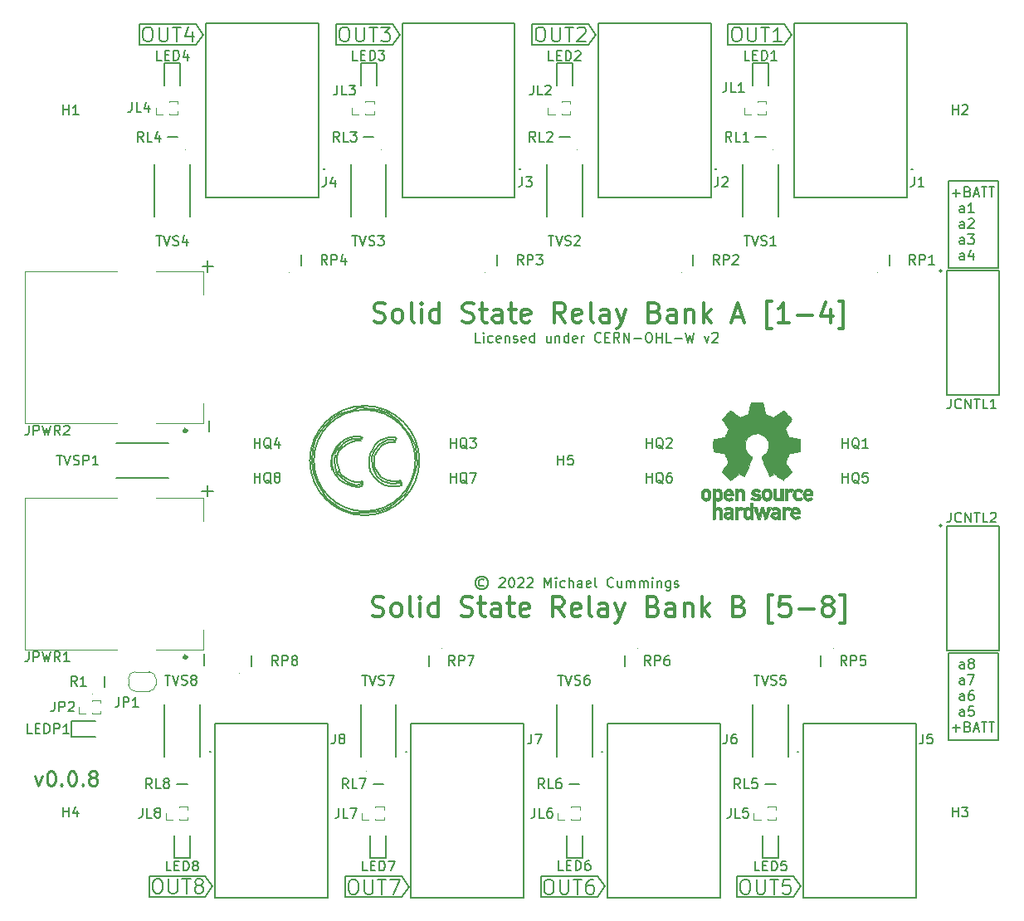
<source format=gbr>
%TF.GenerationSoftware,KiCad,Pcbnew,(6.0.10)*%
%TF.CreationDate,2023-01-10T09:29:53-08:00*%
%TF.ProjectId,solid_state_relays_12v,736f6c69-645f-4737-9461-74655f72656c,0.0.8*%
%TF.SameCoordinates,PXe4e1c0PY6422c40*%
%TF.FileFunction,Legend,Top*%
%TF.FilePolarity,Positive*%
%FSLAX46Y46*%
G04 Gerber Fmt 4.6, Leading zero omitted, Abs format (unit mm)*
G04 Created by KiCad (PCBNEW (6.0.10)) date 2023-01-10 09:29:53*
%MOMM*%
%LPD*%
G01*
G04 APERTURE LIST*
%ADD10C,0.150000*%
%ADD11C,0.200000*%
%ADD12C,0.300000*%
%ADD13C,0.250000*%
%ADD14C,0.113500*%
%ADD15C,0.120000*%
%ADD16C,0.100000*%
%ADD17C,0.010000*%
G04 APERTURE END LIST*
D10*
X46811785Y57047620D02*
X46335595Y57047620D01*
X46335595Y58047620D01*
X47145119Y57047620D02*
X47145119Y57714286D01*
X47145119Y58047620D02*
X47097500Y58000000D01*
X47145119Y57952381D01*
X47192738Y58000000D01*
X47145119Y58047620D01*
X47145119Y57952381D01*
X48049880Y57095239D02*
X47954642Y57047620D01*
X47764166Y57047620D01*
X47668928Y57095239D01*
X47621309Y57142858D01*
X47573690Y57238096D01*
X47573690Y57523810D01*
X47621309Y57619048D01*
X47668928Y57666667D01*
X47764166Y57714286D01*
X47954642Y57714286D01*
X48049880Y57666667D01*
X48859404Y57095239D02*
X48764166Y57047620D01*
X48573690Y57047620D01*
X48478452Y57095239D01*
X48430833Y57190477D01*
X48430833Y57571429D01*
X48478452Y57666667D01*
X48573690Y57714286D01*
X48764166Y57714286D01*
X48859404Y57666667D01*
X48907023Y57571429D01*
X48907023Y57476191D01*
X48430833Y57380953D01*
X49335595Y57714286D02*
X49335595Y57047620D01*
X49335595Y57619048D02*
X49383214Y57666667D01*
X49478452Y57714286D01*
X49621309Y57714286D01*
X49716547Y57666667D01*
X49764166Y57571429D01*
X49764166Y57047620D01*
X50192738Y57095239D02*
X50287976Y57047620D01*
X50478452Y57047620D01*
X50573690Y57095239D01*
X50621309Y57190477D01*
X50621309Y57238096D01*
X50573690Y57333334D01*
X50478452Y57380953D01*
X50335595Y57380953D01*
X50240357Y57428572D01*
X50192738Y57523810D01*
X50192738Y57571429D01*
X50240357Y57666667D01*
X50335595Y57714286D01*
X50478452Y57714286D01*
X50573690Y57666667D01*
X51430833Y57095239D02*
X51335595Y57047620D01*
X51145119Y57047620D01*
X51049880Y57095239D01*
X51002261Y57190477D01*
X51002261Y57571429D01*
X51049880Y57666667D01*
X51145119Y57714286D01*
X51335595Y57714286D01*
X51430833Y57666667D01*
X51478452Y57571429D01*
X51478452Y57476191D01*
X51002261Y57380953D01*
X52335595Y57047620D02*
X52335595Y58047620D01*
X52335595Y57095239D02*
X52240357Y57047620D01*
X52049880Y57047620D01*
X51954642Y57095239D01*
X51907023Y57142858D01*
X51859404Y57238096D01*
X51859404Y57523810D01*
X51907023Y57619048D01*
X51954642Y57666667D01*
X52049880Y57714286D01*
X52240357Y57714286D01*
X52335595Y57666667D01*
X54002261Y57714286D02*
X54002261Y57047620D01*
X53573690Y57714286D02*
X53573690Y57190477D01*
X53621309Y57095239D01*
X53716547Y57047620D01*
X53859404Y57047620D01*
X53954642Y57095239D01*
X54002261Y57142858D01*
X54478452Y57714286D02*
X54478452Y57047620D01*
X54478452Y57619048D02*
X54526071Y57666667D01*
X54621309Y57714286D01*
X54764166Y57714286D01*
X54859404Y57666667D01*
X54907023Y57571429D01*
X54907023Y57047620D01*
X55811785Y57047620D02*
X55811785Y58047620D01*
X55811785Y57095239D02*
X55716547Y57047620D01*
X55526071Y57047620D01*
X55430833Y57095239D01*
X55383214Y57142858D01*
X55335595Y57238096D01*
X55335595Y57523810D01*
X55383214Y57619048D01*
X55430833Y57666667D01*
X55526071Y57714286D01*
X55716547Y57714286D01*
X55811785Y57666667D01*
X56668928Y57095239D02*
X56573690Y57047620D01*
X56383214Y57047620D01*
X56287976Y57095239D01*
X56240357Y57190477D01*
X56240357Y57571429D01*
X56287976Y57666667D01*
X56383214Y57714286D01*
X56573690Y57714286D01*
X56668928Y57666667D01*
X56716547Y57571429D01*
X56716547Y57476191D01*
X56240357Y57380953D01*
X57145119Y57047620D02*
X57145119Y57714286D01*
X57145119Y57523810D02*
X57192738Y57619048D01*
X57240357Y57666667D01*
X57335595Y57714286D01*
X57430833Y57714286D01*
X59097500Y57142858D02*
X59049880Y57095239D01*
X58907023Y57047620D01*
X58811785Y57047620D01*
X58668928Y57095239D01*
X58573690Y57190477D01*
X58526071Y57285715D01*
X58478452Y57476191D01*
X58478452Y57619048D01*
X58526071Y57809524D01*
X58573690Y57904762D01*
X58668928Y58000000D01*
X58811785Y58047620D01*
X58907023Y58047620D01*
X59049880Y58000000D01*
X59097500Y57952381D01*
X59526071Y57571429D02*
X59859404Y57571429D01*
X60002261Y57047620D02*
X59526071Y57047620D01*
X59526071Y58047620D01*
X60002261Y58047620D01*
X61002261Y57047620D02*
X60668928Y57523810D01*
X60430833Y57047620D02*
X60430833Y58047620D01*
X60811785Y58047620D01*
X60907023Y58000000D01*
X60954642Y57952381D01*
X61002261Y57857143D01*
X61002261Y57714286D01*
X60954642Y57619048D01*
X60907023Y57571429D01*
X60811785Y57523810D01*
X60430833Y57523810D01*
X61430833Y57047620D02*
X61430833Y58047620D01*
X62002261Y57047620D01*
X62002261Y58047620D01*
X62478452Y57428572D02*
X63240357Y57428572D01*
X63907023Y58047620D02*
X64097500Y58047620D01*
X64192738Y58000000D01*
X64287976Y57904762D01*
X64335595Y57714286D01*
X64335595Y57380953D01*
X64287976Y57190477D01*
X64192738Y57095239D01*
X64097500Y57047620D01*
X63907023Y57047620D01*
X63811785Y57095239D01*
X63716547Y57190477D01*
X63668928Y57380953D01*
X63668928Y57714286D01*
X63716547Y57904762D01*
X63811785Y58000000D01*
X63907023Y58047620D01*
X64764166Y57047620D02*
X64764166Y58047620D01*
X64764166Y57571429D02*
X65335595Y57571429D01*
X65335595Y57047620D02*
X65335595Y58047620D01*
X66287976Y57047620D02*
X65811785Y57047620D01*
X65811785Y58047620D01*
X66621309Y57428572D02*
X67383214Y57428572D01*
X67764166Y58047620D02*
X68002261Y57047620D01*
X68192738Y57761905D01*
X68383214Y57047620D01*
X68621309Y58047620D01*
X69668928Y57714286D02*
X69907023Y57047620D01*
X70145119Y57714286D01*
X70478452Y57952381D02*
X70526071Y58000000D01*
X70621309Y58047620D01*
X70859404Y58047620D01*
X70954642Y58000000D01*
X71002261Y57952381D01*
X71049880Y57857143D01*
X71049880Y57761905D01*
X71002261Y57619048D01*
X70430833Y57047620D01*
X71049880Y57047620D01*
D11*
X18525000Y88462500D02*
X17775000Y87387500D01*
X17775000Y89537500D02*
X18525000Y88462500D01*
D10*
X94550000Y73550000D02*
X99650000Y73550000D01*
X99650000Y73550000D02*
X99650000Y64650000D01*
X99650000Y64650000D02*
X94550000Y64650000D01*
X94550000Y64650000D02*
X94550000Y73550000D01*
D11*
X33000000Y2575000D02*
X38750000Y2575000D01*
X72075000Y89537500D02*
X72075000Y87387500D01*
X32075000Y89537500D02*
X32075000Y87387500D01*
X73000000Y2625000D02*
X78750000Y2625000D01*
X18750000Y475000D02*
X13000000Y475000D01*
D10*
X94550000Y25400000D02*
X99650000Y25400000D01*
X99650000Y25400000D02*
X99650000Y16500000D01*
X99650000Y16500000D02*
X94550000Y16500000D01*
X94550000Y16500000D02*
X94550000Y25400000D01*
D11*
X52075000Y89537500D02*
X52075000Y87387500D01*
X12025000Y89537500D02*
X17775000Y89537500D01*
X52075000Y89537500D02*
X57825000Y89537500D01*
X38750000Y2575000D02*
X39500000Y1500000D01*
X32075000Y89537500D02*
X37825000Y89537500D01*
X58575000Y88462500D02*
X57825000Y87387500D01*
X77825000Y87387500D02*
X72075000Y87387500D01*
X79500000Y1550000D02*
X78750000Y475000D01*
X33000000Y2575000D02*
X33000000Y425000D01*
X38575000Y88462500D02*
X37825000Y87387500D01*
X72075000Y89537500D02*
X77825000Y89537500D01*
X19500000Y1550000D02*
X18750000Y475000D01*
X58750000Y462500D02*
X53000000Y462500D01*
X53000000Y2612500D02*
X58750000Y2612500D01*
X59500000Y1537500D02*
X58750000Y462500D01*
X73000000Y2625000D02*
X73000000Y475000D01*
X78575000Y88462500D02*
X77825000Y87387500D01*
X39500000Y1500000D02*
X38750000Y425000D01*
X53000000Y2612500D02*
X53000000Y462500D01*
X57825000Y87387500D02*
X52075000Y87387500D01*
X13000000Y2625000D02*
X13000000Y475000D01*
X38750000Y425000D02*
X33000000Y425000D01*
X17775000Y87387500D02*
X12025000Y87387500D01*
X13000000Y2625000D02*
X18750000Y2625000D01*
X58750000Y2612500D02*
X59500000Y1537500D01*
X12025000Y89537500D02*
X12025000Y87387500D01*
X77825000Y89537500D02*
X78575000Y88462500D01*
X18750000Y2625000D02*
X19500000Y1550000D01*
X57825000Y89537500D02*
X58575000Y88462500D01*
X78750000Y475000D02*
X73000000Y475000D01*
X78750000Y2625000D02*
X79500000Y1550000D01*
X37825000Y87387500D02*
X32075000Y87387500D01*
X37825000Y89537500D02*
X38575000Y88462500D01*
X32810714Y89233929D02*
X33096428Y89233929D01*
X33239285Y89162500D01*
X33382142Y89019643D01*
X33453571Y88733929D01*
X33453571Y88233929D01*
X33382142Y87948215D01*
X33239285Y87805358D01*
X33096428Y87733929D01*
X32810714Y87733929D01*
X32667857Y87805358D01*
X32525000Y87948215D01*
X32453571Y88233929D01*
X32453571Y88733929D01*
X32525000Y89019643D01*
X32667857Y89162500D01*
X32810714Y89233929D01*
X34096428Y89233929D02*
X34096428Y88019643D01*
X34167857Y87876786D01*
X34239285Y87805358D01*
X34382142Y87733929D01*
X34667857Y87733929D01*
X34810714Y87805358D01*
X34882142Y87876786D01*
X34953571Y88019643D01*
X34953571Y89233929D01*
X35453571Y89233929D02*
X36310714Y89233929D01*
X35882142Y87733929D02*
X35882142Y89233929D01*
X36667857Y89233929D02*
X37596428Y89233929D01*
X37096428Y88662500D01*
X37310714Y88662500D01*
X37453571Y88591072D01*
X37525000Y88519643D01*
X37596428Y88376786D01*
X37596428Y88019643D01*
X37525000Y87876786D01*
X37453571Y87805358D01*
X37310714Y87733929D01*
X36882142Y87733929D01*
X36739285Y87805358D01*
X36667857Y87876786D01*
D12*
X35809523Y29190477D02*
X36095238Y29095239D01*
X36571428Y29095239D01*
X36761904Y29190477D01*
X36857142Y29285715D01*
X36952380Y29476191D01*
X36952380Y29666667D01*
X36857142Y29857143D01*
X36761904Y29952381D01*
X36571428Y30047620D01*
X36190476Y30142858D01*
X35999999Y30238096D01*
X35904761Y30333334D01*
X35809523Y30523810D01*
X35809523Y30714286D01*
X35904761Y30904762D01*
X35999999Y31000000D01*
X36190476Y31095239D01*
X36666666Y31095239D01*
X36952380Y31000000D01*
X38095238Y29095239D02*
X37904761Y29190477D01*
X37809523Y29285715D01*
X37714285Y29476191D01*
X37714285Y30047620D01*
X37809523Y30238096D01*
X37904761Y30333334D01*
X38095238Y30428572D01*
X38380952Y30428572D01*
X38571428Y30333334D01*
X38666666Y30238096D01*
X38761904Y30047620D01*
X38761904Y29476191D01*
X38666666Y29285715D01*
X38571428Y29190477D01*
X38380952Y29095239D01*
X38095238Y29095239D01*
X39904761Y29095239D02*
X39714285Y29190477D01*
X39619047Y29380953D01*
X39619047Y31095239D01*
X40666666Y29095239D02*
X40666666Y30428572D01*
X40666666Y31095239D02*
X40571428Y31000000D01*
X40666666Y30904762D01*
X40761904Y31000000D01*
X40666666Y31095239D01*
X40666666Y30904762D01*
X42476190Y29095239D02*
X42476190Y31095239D01*
X42476190Y29190477D02*
X42285714Y29095239D01*
X41904761Y29095239D01*
X41714285Y29190477D01*
X41619047Y29285715D01*
X41523809Y29476191D01*
X41523809Y30047620D01*
X41619047Y30238096D01*
X41714285Y30333334D01*
X41904761Y30428572D01*
X42285714Y30428572D01*
X42476190Y30333334D01*
X44857142Y29190477D02*
X45142857Y29095239D01*
X45619047Y29095239D01*
X45809523Y29190477D01*
X45904761Y29285715D01*
X45999999Y29476191D01*
X45999999Y29666667D01*
X45904761Y29857143D01*
X45809523Y29952381D01*
X45619047Y30047620D01*
X45238095Y30142858D01*
X45047619Y30238096D01*
X44952380Y30333334D01*
X44857142Y30523810D01*
X44857142Y30714286D01*
X44952380Y30904762D01*
X45047619Y31000000D01*
X45238095Y31095239D01*
X45714285Y31095239D01*
X45999999Y31000000D01*
X46571428Y30428572D02*
X47333333Y30428572D01*
X46857142Y31095239D02*
X46857142Y29380953D01*
X46952380Y29190477D01*
X47142857Y29095239D01*
X47333333Y29095239D01*
X48857142Y29095239D02*
X48857142Y30142858D01*
X48761904Y30333334D01*
X48571428Y30428572D01*
X48190476Y30428572D01*
X47999999Y30333334D01*
X48857142Y29190477D02*
X48666666Y29095239D01*
X48190476Y29095239D01*
X47999999Y29190477D01*
X47904761Y29380953D01*
X47904761Y29571429D01*
X47999999Y29761905D01*
X48190476Y29857143D01*
X48666666Y29857143D01*
X48857142Y29952381D01*
X49523809Y30428572D02*
X50285714Y30428572D01*
X49809523Y31095239D02*
X49809523Y29380953D01*
X49904761Y29190477D01*
X50095238Y29095239D01*
X50285714Y29095239D01*
X51714285Y29190477D02*
X51523809Y29095239D01*
X51142857Y29095239D01*
X50952380Y29190477D01*
X50857142Y29380953D01*
X50857142Y30142858D01*
X50952380Y30333334D01*
X51142857Y30428572D01*
X51523809Y30428572D01*
X51714285Y30333334D01*
X51809523Y30142858D01*
X51809523Y29952381D01*
X50857142Y29761905D01*
X55333333Y29095239D02*
X54666666Y30047620D01*
X54190476Y29095239D02*
X54190476Y31095239D01*
X54952380Y31095239D01*
X55142857Y31000000D01*
X55238095Y30904762D01*
X55333333Y30714286D01*
X55333333Y30428572D01*
X55238095Y30238096D01*
X55142857Y30142858D01*
X54952380Y30047620D01*
X54190476Y30047620D01*
X56952380Y29190477D02*
X56761904Y29095239D01*
X56380952Y29095239D01*
X56190476Y29190477D01*
X56095238Y29380953D01*
X56095238Y30142858D01*
X56190476Y30333334D01*
X56380952Y30428572D01*
X56761904Y30428572D01*
X56952380Y30333334D01*
X57047619Y30142858D01*
X57047619Y29952381D01*
X56095238Y29761905D01*
X58190476Y29095239D02*
X57999999Y29190477D01*
X57904761Y29380953D01*
X57904761Y31095239D01*
X59809523Y29095239D02*
X59809523Y30142858D01*
X59714285Y30333334D01*
X59523809Y30428572D01*
X59142857Y30428572D01*
X58952380Y30333334D01*
X59809523Y29190477D02*
X59619047Y29095239D01*
X59142857Y29095239D01*
X58952380Y29190477D01*
X58857142Y29380953D01*
X58857142Y29571429D01*
X58952380Y29761905D01*
X59142857Y29857143D01*
X59619047Y29857143D01*
X59809523Y29952381D01*
X60571428Y30428572D02*
X61047619Y29095239D01*
X61523809Y30428572D02*
X61047619Y29095239D01*
X60857142Y28619048D01*
X60761904Y28523810D01*
X60571428Y28428572D01*
X64476190Y30142858D02*
X64761904Y30047620D01*
X64857142Y29952381D01*
X64952380Y29761905D01*
X64952380Y29476191D01*
X64857142Y29285715D01*
X64761904Y29190477D01*
X64571428Y29095239D01*
X63809523Y29095239D01*
X63809523Y31095239D01*
X64476190Y31095239D01*
X64666666Y31000000D01*
X64761904Y30904762D01*
X64857142Y30714286D01*
X64857142Y30523810D01*
X64761904Y30333334D01*
X64666666Y30238096D01*
X64476190Y30142858D01*
X63809523Y30142858D01*
X66666666Y29095239D02*
X66666666Y30142858D01*
X66571428Y30333334D01*
X66380952Y30428572D01*
X65999999Y30428572D01*
X65809523Y30333334D01*
X66666666Y29190477D02*
X66476190Y29095239D01*
X65999999Y29095239D01*
X65809523Y29190477D01*
X65714285Y29380953D01*
X65714285Y29571429D01*
X65809523Y29761905D01*
X65999999Y29857143D01*
X66476190Y29857143D01*
X66666666Y29952381D01*
X67619047Y30428572D02*
X67619047Y29095239D01*
X67619047Y30238096D02*
X67714285Y30333334D01*
X67904761Y30428572D01*
X68190476Y30428572D01*
X68380952Y30333334D01*
X68476190Y30142858D01*
X68476190Y29095239D01*
X69428571Y29095239D02*
X69428571Y31095239D01*
X69619047Y29857143D02*
X70190476Y29095239D01*
X70190476Y30428572D02*
X69428571Y29666667D01*
X73238095Y30142858D02*
X73523809Y30047620D01*
X73619047Y29952381D01*
X73714285Y29761905D01*
X73714285Y29476191D01*
X73619047Y29285715D01*
X73523809Y29190477D01*
X73333333Y29095239D01*
X72571428Y29095239D01*
X72571428Y31095239D01*
X73238095Y31095239D01*
X73428571Y31000000D01*
X73523809Y30904762D01*
X73619047Y30714286D01*
X73619047Y30523810D01*
X73523809Y30333334D01*
X73428571Y30238096D01*
X73238095Y30142858D01*
X72571428Y30142858D01*
X76666666Y28428572D02*
X76190476Y28428572D01*
X76190476Y31285715D01*
X76666666Y31285715D01*
X78380952Y31095239D02*
X77428571Y31095239D01*
X77333333Y30142858D01*
X77428571Y30238096D01*
X77619047Y30333334D01*
X78095238Y30333334D01*
X78285714Y30238096D01*
X78380952Y30142858D01*
X78476190Y29952381D01*
X78476190Y29476191D01*
X78380952Y29285715D01*
X78285714Y29190477D01*
X78095238Y29095239D01*
X77619047Y29095239D01*
X77428571Y29190477D01*
X77333333Y29285715D01*
X79333333Y29857143D02*
X80857142Y29857143D01*
X82095238Y30238096D02*
X81904761Y30333334D01*
X81809523Y30428572D01*
X81714285Y30619048D01*
X81714285Y30714286D01*
X81809523Y30904762D01*
X81904761Y31000000D01*
X82095238Y31095239D01*
X82476190Y31095239D01*
X82666666Y31000000D01*
X82761904Y30904762D01*
X82857142Y30714286D01*
X82857142Y30619048D01*
X82761904Y30428572D01*
X82666666Y30333334D01*
X82476190Y30238096D01*
X82095238Y30238096D01*
X81904761Y30142858D01*
X81809523Y30047620D01*
X81714285Y29857143D01*
X81714285Y29476191D01*
X81809523Y29285715D01*
X81904761Y29190477D01*
X82095238Y29095239D01*
X82476190Y29095239D01*
X82666666Y29190477D01*
X82761904Y29285715D01*
X82857142Y29476191D01*
X82857142Y29857143D01*
X82761904Y30047620D01*
X82666666Y30142858D01*
X82476190Y30238096D01*
X83523809Y28428572D02*
X83999999Y28428572D01*
X83999999Y31285715D01*
X83523809Y31285715D01*
D10*
X47145119Y32809524D02*
X47049880Y32857143D01*
X46859404Y32857143D01*
X46764166Y32809524D01*
X46668928Y32714286D01*
X46621309Y32619048D01*
X46621309Y32428572D01*
X46668928Y32333334D01*
X46764166Y32238096D01*
X46859404Y32190477D01*
X47049880Y32190477D01*
X47145119Y32238096D01*
X46954642Y33190477D02*
X46716547Y33142858D01*
X46478452Y33000000D01*
X46335595Y32761905D01*
X46287976Y32523810D01*
X46335595Y32285715D01*
X46478452Y32047620D01*
X46716547Y31904762D01*
X46954642Y31857143D01*
X47192738Y31904762D01*
X47430833Y32047620D01*
X47573690Y32285715D01*
X47621309Y32523810D01*
X47573690Y32761905D01*
X47430833Y33000000D01*
X47192738Y33142858D01*
X46954642Y33190477D01*
X48764166Y32952381D02*
X48811785Y33000000D01*
X48907023Y33047620D01*
X49145119Y33047620D01*
X49240357Y33000000D01*
X49287976Y32952381D01*
X49335595Y32857143D01*
X49335595Y32761905D01*
X49287976Y32619048D01*
X48716547Y32047620D01*
X49335595Y32047620D01*
X49954642Y33047620D02*
X50049880Y33047620D01*
X50145119Y33000000D01*
X50192738Y32952381D01*
X50240357Y32857143D01*
X50287976Y32666667D01*
X50287976Y32428572D01*
X50240357Y32238096D01*
X50192738Y32142858D01*
X50145119Y32095239D01*
X50049880Y32047620D01*
X49954642Y32047620D01*
X49859404Y32095239D01*
X49811785Y32142858D01*
X49764166Y32238096D01*
X49716547Y32428572D01*
X49716547Y32666667D01*
X49764166Y32857143D01*
X49811785Y32952381D01*
X49859404Y33000000D01*
X49954642Y33047620D01*
X50668928Y32952381D02*
X50716547Y33000000D01*
X50811785Y33047620D01*
X51049880Y33047620D01*
X51145119Y33000000D01*
X51192738Y32952381D01*
X51240357Y32857143D01*
X51240357Y32761905D01*
X51192738Y32619048D01*
X50621309Y32047620D01*
X51240357Y32047620D01*
X51621309Y32952381D02*
X51668928Y33000000D01*
X51764166Y33047620D01*
X52002261Y33047620D01*
X52097500Y33000000D01*
X52145119Y32952381D01*
X52192738Y32857143D01*
X52192738Y32761905D01*
X52145119Y32619048D01*
X51573690Y32047620D01*
X52192738Y32047620D01*
X53383214Y32047620D02*
X53383214Y33047620D01*
X53716547Y32333334D01*
X54049880Y33047620D01*
X54049880Y32047620D01*
X54526071Y32047620D02*
X54526071Y32714286D01*
X54526071Y33047620D02*
X54478452Y33000000D01*
X54526071Y32952381D01*
X54573690Y33000000D01*
X54526071Y33047620D01*
X54526071Y32952381D01*
X55430833Y32095239D02*
X55335595Y32047620D01*
X55145119Y32047620D01*
X55049880Y32095239D01*
X55002261Y32142858D01*
X54954642Y32238096D01*
X54954642Y32523810D01*
X55002261Y32619048D01*
X55049880Y32666667D01*
X55145119Y32714286D01*
X55335595Y32714286D01*
X55430833Y32666667D01*
X55859404Y32047620D02*
X55859404Y33047620D01*
X56287976Y32047620D02*
X56287976Y32571429D01*
X56240357Y32666667D01*
X56145119Y32714286D01*
X56002261Y32714286D01*
X55907023Y32666667D01*
X55859404Y32619048D01*
X57192738Y32047620D02*
X57192738Y32571429D01*
X57145119Y32666667D01*
X57049880Y32714286D01*
X56859404Y32714286D01*
X56764166Y32666667D01*
X57192738Y32095239D02*
X57097500Y32047620D01*
X56859404Y32047620D01*
X56764166Y32095239D01*
X56716547Y32190477D01*
X56716547Y32285715D01*
X56764166Y32380953D01*
X56859404Y32428572D01*
X57097500Y32428572D01*
X57192738Y32476191D01*
X58049880Y32095239D02*
X57954642Y32047620D01*
X57764166Y32047620D01*
X57668928Y32095239D01*
X57621309Y32190477D01*
X57621309Y32571429D01*
X57668928Y32666667D01*
X57764166Y32714286D01*
X57954642Y32714286D01*
X58049880Y32666667D01*
X58097500Y32571429D01*
X58097500Y32476191D01*
X57621309Y32380953D01*
X58668928Y32047620D02*
X58573690Y32095239D01*
X58526071Y32190477D01*
X58526071Y33047620D01*
X60383214Y32142858D02*
X60335595Y32095239D01*
X60192738Y32047620D01*
X60097500Y32047620D01*
X59954642Y32095239D01*
X59859404Y32190477D01*
X59811785Y32285715D01*
X59764166Y32476191D01*
X59764166Y32619048D01*
X59811785Y32809524D01*
X59859404Y32904762D01*
X59954642Y33000000D01*
X60097500Y33047620D01*
X60192738Y33047620D01*
X60335595Y33000000D01*
X60383214Y32952381D01*
X61240357Y32714286D02*
X61240357Y32047620D01*
X60811785Y32714286D02*
X60811785Y32190477D01*
X60859404Y32095239D01*
X60954642Y32047620D01*
X61097500Y32047620D01*
X61192738Y32095239D01*
X61240357Y32142858D01*
X61716547Y32047620D02*
X61716547Y32714286D01*
X61716547Y32619048D02*
X61764166Y32666667D01*
X61859404Y32714286D01*
X62002261Y32714286D01*
X62097500Y32666667D01*
X62145119Y32571429D01*
X62145119Y32047620D01*
X62145119Y32571429D02*
X62192738Y32666667D01*
X62287976Y32714286D01*
X62430833Y32714286D01*
X62526071Y32666667D01*
X62573690Y32571429D01*
X62573690Y32047620D01*
X63049880Y32047620D02*
X63049880Y32714286D01*
X63049880Y32619048D02*
X63097500Y32666667D01*
X63192738Y32714286D01*
X63335595Y32714286D01*
X63430833Y32666667D01*
X63478452Y32571429D01*
X63478452Y32047620D01*
X63478452Y32571429D02*
X63526071Y32666667D01*
X63621309Y32714286D01*
X63764166Y32714286D01*
X63859404Y32666667D01*
X63907023Y32571429D01*
X63907023Y32047620D01*
X64383214Y32047620D02*
X64383214Y32714286D01*
X64383214Y33047620D02*
X64335595Y33000000D01*
X64383214Y32952381D01*
X64430833Y33000000D01*
X64383214Y33047620D01*
X64383214Y32952381D01*
X64859404Y32714286D02*
X64859404Y32047620D01*
X64859404Y32619048D02*
X64907023Y32666667D01*
X65002261Y32714286D01*
X65145119Y32714286D01*
X65240357Y32666667D01*
X65287976Y32571429D01*
X65287976Y32047620D01*
X66192738Y32714286D02*
X66192738Y31904762D01*
X66145119Y31809524D01*
X66097500Y31761905D01*
X66002261Y31714286D01*
X65859404Y31714286D01*
X65764166Y31761905D01*
X66192738Y32095239D02*
X66097500Y32047620D01*
X65907023Y32047620D01*
X65811785Y32095239D01*
X65764166Y32142858D01*
X65716547Y32238096D01*
X65716547Y32523810D01*
X65764166Y32619048D01*
X65811785Y32666667D01*
X65907023Y32714286D01*
X66097500Y32714286D01*
X66192738Y32666667D01*
X66621309Y32095239D02*
X66716547Y32047620D01*
X66907023Y32047620D01*
X67002261Y32095239D01*
X67049880Y32190477D01*
X67049880Y32238096D01*
X67002261Y32333334D01*
X66907023Y32380953D01*
X66764166Y32380953D01*
X66668928Y32428572D01*
X66621309Y32523810D01*
X66621309Y32571429D01*
X66668928Y32666667D01*
X66764166Y32714286D01*
X66907023Y32714286D01*
X67002261Y32666667D01*
D11*
X72810714Y89233929D02*
X73096428Y89233929D01*
X73239285Y89162500D01*
X73382142Y89019643D01*
X73453571Y88733929D01*
X73453571Y88233929D01*
X73382142Y87948215D01*
X73239285Y87805358D01*
X73096428Y87733929D01*
X72810714Y87733929D01*
X72667857Y87805358D01*
X72525000Y87948215D01*
X72453571Y88233929D01*
X72453571Y88733929D01*
X72525000Y89019643D01*
X72667857Y89162500D01*
X72810714Y89233929D01*
X74096428Y89233929D02*
X74096428Y88019643D01*
X74167857Y87876786D01*
X74239285Y87805358D01*
X74382142Y87733929D01*
X74667857Y87733929D01*
X74810714Y87805358D01*
X74882142Y87876786D01*
X74953571Y88019643D01*
X74953571Y89233929D01*
X75453571Y89233929D02*
X76310714Y89233929D01*
X75882142Y87733929D02*
X75882142Y89233929D01*
X77596428Y87733929D02*
X76739285Y87733929D01*
X77167857Y87733929D02*
X77167857Y89233929D01*
X77025000Y89019643D01*
X76882142Y88876786D01*
X76739285Y88805358D01*
X12760714Y89233929D02*
X13046428Y89233929D01*
X13189285Y89162500D01*
X13332142Y89019643D01*
X13403571Y88733929D01*
X13403571Y88233929D01*
X13332142Y87948215D01*
X13189285Y87805358D01*
X13046428Y87733929D01*
X12760714Y87733929D01*
X12617857Y87805358D01*
X12475000Y87948215D01*
X12403571Y88233929D01*
X12403571Y88733929D01*
X12475000Y89019643D01*
X12617857Y89162500D01*
X12760714Y89233929D01*
X14046428Y89233929D02*
X14046428Y88019643D01*
X14117857Y87876786D01*
X14189285Y87805358D01*
X14332142Y87733929D01*
X14617857Y87733929D01*
X14760714Y87805358D01*
X14832142Y87876786D01*
X14903571Y88019643D01*
X14903571Y89233929D01*
X15403571Y89233929D02*
X16260714Y89233929D01*
X15832142Y87733929D02*
X15832142Y89233929D01*
X17403571Y88733929D02*
X17403571Y87733929D01*
X17046428Y89305358D02*
X16689285Y88233929D01*
X17617857Y88233929D01*
X73710714Y2258929D02*
X73996428Y2258929D01*
X74139285Y2187500D01*
X74282142Y2044643D01*
X74353571Y1758929D01*
X74353571Y1258929D01*
X74282142Y973215D01*
X74139285Y830358D01*
X73996428Y758929D01*
X73710714Y758929D01*
X73567857Y830358D01*
X73425000Y973215D01*
X73353571Y1258929D01*
X73353571Y1758929D01*
X73425000Y2044643D01*
X73567857Y2187500D01*
X73710714Y2258929D01*
X74996428Y2258929D02*
X74996428Y1044643D01*
X75067857Y901786D01*
X75139285Y830358D01*
X75282142Y758929D01*
X75567857Y758929D01*
X75710714Y830358D01*
X75782142Y901786D01*
X75853571Y1044643D01*
X75853571Y2258929D01*
X76353571Y2258929D02*
X77210714Y2258929D01*
X76782142Y758929D02*
X76782142Y2258929D01*
X78425000Y2258929D02*
X77710714Y2258929D01*
X77639285Y1544643D01*
X77710714Y1616072D01*
X77853571Y1687500D01*
X78210714Y1687500D01*
X78353571Y1616072D01*
X78425000Y1544643D01*
X78496428Y1401786D01*
X78496428Y1044643D01*
X78425000Y901786D01*
X78353571Y830358D01*
X78210714Y758929D01*
X77853571Y758929D01*
X77710714Y830358D01*
X77639285Y901786D01*
X52810714Y89233929D02*
X53096428Y89233929D01*
X53239285Y89162500D01*
X53382142Y89019643D01*
X53453571Y88733929D01*
X53453571Y88233929D01*
X53382142Y87948215D01*
X53239285Y87805358D01*
X53096428Y87733929D01*
X52810714Y87733929D01*
X52667857Y87805358D01*
X52525000Y87948215D01*
X52453571Y88233929D01*
X52453571Y88733929D01*
X52525000Y89019643D01*
X52667857Y89162500D01*
X52810714Y89233929D01*
X54096428Y89233929D02*
X54096428Y88019643D01*
X54167857Y87876786D01*
X54239285Y87805358D01*
X54382142Y87733929D01*
X54667857Y87733929D01*
X54810714Y87805358D01*
X54882142Y87876786D01*
X54953571Y88019643D01*
X54953571Y89233929D01*
X55453571Y89233929D02*
X56310714Y89233929D01*
X55882142Y87733929D02*
X55882142Y89233929D01*
X56739285Y89091072D02*
X56810714Y89162500D01*
X56953571Y89233929D01*
X57310714Y89233929D01*
X57453571Y89162500D01*
X57525000Y89091072D01*
X57596428Y88948215D01*
X57596428Y88805358D01*
X57525000Y88591072D01*
X56667857Y87733929D01*
X57596428Y87733929D01*
D12*
X35952380Y59190477D02*
X36238095Y59095239D01*
X36714285Y59095239D01*
X36904761Y59190477D01*
X36999999Y59285715D01*
X37095238Y59476191D01*
X37095238Y59666667D01*
X36999999Y59857143D01*
X36904761Y59952381D01*
X36714285Y60047620D01*
X36333333Y60142858D01*
X36142857Y60238096D01*
X36047619Y60333334D01*
X35952380Y60523810D01*
X35952380Y60714286D01*
X36047619Y60904762D01*
X36142857Y61000000D01*
X36333333Y61095239D01*
X36809523Y61095239D01*
X37095238Y61000000D01*
X38238095Y59095239D02*
X38047619Y59190477D01*
X37952380Y59285715D01*
X37857142Y59476191D01*
X37857142Y60047620D01*
X37952380Y60238096D01*
X38047619Y60333334D01*
X38238095Y60428572D01*
X38523809Y60428572D01*
X38714285Y60333334D01*
X38809523Y60238096D01*
X38904761Y60047620D01*
X38904761Y59476191D01*
X38809523Y59285715D01*
X38714285Y59190477D01*
X38523809Y59095239D01*
X38238095Y59095239D01*
X40047619Y59095239D02*
X39857142Y59190477D01*
X39761904Y59380953D01*
X39761904Y61095239D01*
X40809523Y59095239D02*
X40809523Y60428572D01*
X40809523Y61095239D02*
X40714285Y61000000D01*
X40809523Y60904762D01*
X40904761Y61000000D01*
X40809523Y61095239D01*
X40809523Y60904762D01*
X42619047Y59095239D02*
X42619047Y61095239D01*
X42619047Y59190477D02*
X42428571Y59095239D01*
X42047619Y59095239D01*
X41857142Y59190477D01*
X41761904Y59285715D01*
X41666666Y59476191D01*
X41666666Y60047620D01*
X41761904Y60238096D01*
X41857142Y60333334D01*
X42047619Y60428572D01*
X42428571Y60428572D01*
X42619047Y60333334D01*
X44999999Y59190477D02*
X45285714Y59095239D01*
X45761904Y59095239D01*
X45952380Y59190477D01*
X46047619Y59285715D01*
X46142857Y59476191D01*
X46142857Y59666667D01*
X46047619Y59857143D01*
X45952380Y59952381D01*
X45761904Y60047620D01*
X45380952Y60142858D01*
X45190476Y60238096D01*
X45095238Y60333334D01*
X44999999Y60523810D01*
X44999999Y60714286D01*
X45095238Y60904762D01*
X45190476Y61000000D01*
X45380952Y61095239D01*
X45857142Y61095239D01*
X46142857Y61000000D01*
X46714285Y60428572D02*
X47476190Y60428572D01*
X46999999Y61095239D02*
X46999999Y59380953D01*
X47095238Y59190477D01*
X47285714Y59095239D01*
X47476190Y59095239D01*
X48999999Y59095239D02*
X48999999Y60142858D01*
X48904761Y60333334D01*
X48714285Y60428572D01*
X48333333Y60428572D01*
X48142857Y60333334D01*
X48999999Y59190477D02*
X48809523Y59095239D01*
X48333333Y59095239D01*
X48142857Y59190477D01*
X48047619Y59380953D01*
X48047619Y59571429D01*
X48142857Y59761905D01*
X48333333Y59857143D01*
X48809523Y59857143D01*
X48999999Y59952381D01*
X49666666Y60428572D02*
X50428571Y60428572D01*
X49952380Y61095239D02*
X49952380Y59380953D01*
X50047619Y59190477D01*
X50238095Y59095239D01*
X50428571Y59095239D01*
X51857142Y59190477D02*
X51666666Y59095239D01*
X51285714Y59095239D01*
X51095238Y59190477D01*
X50999999Y59380953D01*
X50999999Y60142858D01*
X51095238Y60333334D01*
X51285714Y60428572D01*
X51666666Y60428572D01*
X51857142Y60333334D01*
X51952380Y60142858D01*
X51952380Y59952381D01*
X50999999Y59761905D01*
X55476190Y59095239D02*
X54809523Y60047620D01*
X54333333Y59095239D02*
X54333333Y61095239D01*
X55095238Y61095239D01*
X55285714Y61000000D01*
X55380952Y60904762D01*
X55476190Y60714286D01*
X55476190Y60428572D01*
X55380952Y60238096D01*
X55285714Y60142858D01*
X55095238Y60047620D01*
X54333333Y60047620D01*
X57095238Y59190477D02*
X56904761Y59095239D01*
X56523809Y59095239D01*
X56333333Y59190477D01*
X56238095Y59380953D01*
X56238095Y60142858D01*
X56333333Y60333334D01*
X56523809Y60428572D01*
X56904761Y60428572D01*
X57095238Y60333334D01*
X57190476Y60142858D01*
X57190476Y59952381D01*
X56238095Y59761905D01*
X58333333Y59095239D02*
X58142857Y59190477D01*
X58047619Y59380953D01*
X58047619Y61095239D01*
X59952380Y59095239D02*
X59952380Y60142858D01*
X59857142Y60333334D01*
X59666666Y60428572D01*
X59285714Y60428572D01*
X59095238Y60333334D01*
X59952380Y59190477D02*
X59761904Y59095239D01*
X59285714Y59095239D01*
X59095238Y59190477D01*
X59000000Y59380953D01*
X59000000Y59571429D01*
X59095238Y59761905D01*
X59285714Y59857143D01*
X59761904Y59857143D01*
X59952380Y59952381D01*
X60714285Y60428572D02*
X61190476Y59095239D01*
X61666666Y60428572D02*
X61190476Y59095239D01*
X61000000Y58619048D01*
X60904761Y58523810D01*
X60714285Y58428572D01*
X64619047Y60142858D02*
X64904761Y60047620D01*
X64999999Y59952381D01*
X65095238Y59761905D01*
X65095238Y59476191D01*
X64999999Y59285715D01*
X64904761Y59190477D01*
X64714285Y59095239D01*
X63952380Y59095239D01*
X63952380Y61095239D01*
X64619047Y61095239D01*
X64809523Y61000000D01*
X64904761Y60904762D01*
X64999999Y60714286D01*
X64999999Y60523810D01*
X64904761Y60333334D01*
X64809523Y60238096D01*
X64619047Y60142858D01*
X63952380Y60142858D01*
X66809523Y59095239D02*
X66809523Y60142858D01*
X66714285Y60333334D01*
X66523809Y60428572D01*
X66142857Y60428572D01*
X65952380Y60333334D01*
X66809523Y59190477D02*
X66619047Y59095239D01*
X66142857Y59095239D01*
X65952380Y59190477D01*
X65857142Y59380953D01*
X65857142Y59571429D01*
X65952380Y59761905D01*
X66142857Y59857143D01*
X66619047Y59857143D01*
X66809523Y59952381D01*
X67761904Y60428572D02*
X67761904Y59095239D01*
X67761904Y60238096D02*
X67857142Y60333334D01*
X68047619Y60428572D01*
X68333333Y60428572D01*
X68523809Y60333334D01*
X68619047Y60142858D01*
X68619047Y59095239D01*
X69571428Y59095239D02*
X69571428Y61095239D01*
X69761904Y59857143D02*
X70333333Y59095239D01*
X70333333Y60428572D02*
X69571428Y59666667D01*
X72619047Y59666667D02*
X73571428Y59666667D01*
X72428571Y59095239D02*
X73095238Y61095239D01*
X73761904Y59095239D01*
X76523809Y58428572D02*
X76047619Y58428572D01*
X76047619Y61285715D01*
X76523809Y61285715D01*
X78333333Y59095239D02*
X77190476Y59095239D01*
X77761904Y59095239D02*
X77761904Y61095239D01*
X77571428Y60809524D01*
X77380952Y60619048D01*
X77190476Y60523810D01*
X79190476Y59857143D02*
X80714285Y59857143D01*
X82523809Y60428572D02*
X82523809Y59095239D01*
X82047619Y61190477D02*
X81571428Y59761905D01*
X82809523Y59761905D01*
X83380952Y58428572D02*
X83857142Y58428572D01*
X83857142Y61285715D01*
X83380952Y61285715D01*
D13*
X1376785Y12821429D02*
X1733928Y11821429D01*
X2091071Y12821429D01*
X2948214Y13321429D02*
X3091071Y13321429D01*
X3233928Y13250000D01*
X3305357Y13178572D01*
X3376785Y13035715D01*
X3448214Y12750000D01*
X3448214Y12392858D01*
X3376785Y12107143D01*
X3305357Y11964286D01*
X3233928Y11892858D01*
X3091071Y11821429D01*
X2948214Y11821429D01*
X2805357Y11892858D01*
X2733928Y11964286D01*
X2662500Y12107143D01*
X2591071Y12392858D01*
X2591071Y12750000D01*
X2662500Y13035715D01*
X2733928Y13178572D01*
X2805357Y13250000D01*
X2948214Y13321429D01*
X4091071Y11964286D02*
X4162500Y11892858D01*
X4091071Y11821429D01*
X4019642Y11892858D01*
X4091071Y11964286D01*
X4091071Y11821429D01*
X5091071Y13321429D02*
X5233928Y13321429D01*
X5376785Y13250000D01*
X5448214Y13178572D01*
X5519642Y13035715D01*
X5591071Y12750000D01*
X5591071Y12392858D01*
X5519642Y12107143D01*
X5448214Y11964286D01*
X5376785Y11892858D01*
X5233928Y11821429D01*
X5091071Y11821429D01*
X4948214Y11892858D01*
X4876785Y11964286D01*
X4805357Y12107143D01*
X4733928Y12392858D01*
X4733928Y12750000D01*
X4805357Y13035715D01*
X4876785Y13178572D01*
X4948214Y13250000D01*
X5091071Y13321429D01*
X6233928Y11964286D02*
X6305357Y11892858D01*
X6233928Y11821429D01*
X6162500Y11892858D01*
X6233928Y11964286D01*
X6233928Y11821429D01*
X7162500Y12678572D02*
X7019642Y12750000D01*
X6948214Y12821429D01*
X6876785Y12964286D01*
X6876785Y13035715D01*
X6948214Y13178572D01*
X7019642Y13250000D01*
X7162500Y13321429D01*
X7448214Y13321429D01*
X7591071Y13250000D01*
X7662500Y13178572D01*
X7733928Y13035715D01*
X7733928Y12964286D01*
X7662500Y12821429D01*
X7591071Y12750000D01*
X7448214Y12678572D01*
X7162500Y12678572D01*
X7019642Y12607143D01*
X6948214Y12535715D01*
X6876785Y12392858D01*
X6876785Y12107143D01*
X6948214Y11964286D01*
X7019642Y11892858D01*
X7162500Y11821429D01*
X7448214Y11821429D01*
X7591071Y11892858D01*
X7662500Y11964286D01*
X7733928Y12107143D01*
X7733928Y12392858D01*
X7662500Y12535715D01*
X7591071Y12607143D01*
X7448214Y12678572D01*
D10*
X94985595Y72298572D02*
X95747500Y72298572D01*
X95366547Y71917620D02*
X95366547Y72679524D01*
X96557023Y72441429D02*
X96699880Y72393810D01*
X96747500Y72346191D01*
X96795119Y72250953D01*
X96795119Y72108096D01*
X96747500Y72012858D01*
X96699880Y71965239D01*
X96604642Y71917620D01*
X96223690Y71917620D01*
X96223690Y72917620D01*
X96557023Y72917620D01*
X96652261Y72870000D01*
X96699880Y72822381D01*
X96747500Y72727143D01*
X96747500Y72631905D01*
X96699880Y72536667D01*
X96652261Y72489048D01*
X96557023Y72441429D01*
X96223690Y72441429D01*
X97176071Y72203334D02*
X97652261Y72203334D01*
X97080833Y71917620D02*
X97414166Y72917620D01*
X97747500Y71917620D01*
X97937976Y72917620D02*
X98509404Y72917620D01*
X98223690Y71917620D02*
X98223690Y72917620D01*
X98699880Y72917620D02*
X99271309Y72917620D01*
X98985595Y71917620D02*
X98985595Y72917620D01*
X96176071Y70307620D02*
X96176071Y70831429D01*
X96128452Y70926667D01*
X96033214Y70974286D01*
X95842738Y70974286D01*
X95747500Y70926667D01*
X96176071Y70355239D02*
X96080833Y70307620D01*
X95842738Y70307620D01*
X95747500Y70355239D01*
X95699880Y70450477D01*
X95699880Y70545715D01*
X95747500Y70640953D01*
X95842738Y70688572D01*
X96080833Y70688572D01*
X96176071Y70736191D01*
X97176071Y70307620D02*
X96604642Y70307620D01*
X96890357Y70307620D02*
X96890357Y71307620D01*
X96795119Y71164762D01*
X96699880Y71069524D01*
X96604642Y71021905D01*
X96176071Y68697620D02*
X96176071Y69221429D01*
X96128452Y69316667D01*
X96033214Y69364286D01*
X95842738Y69364286D01*
X95747500Y69316667D01*
X96176071Y68745239D02*
X96080833Y68697620D01*
X95842738Y68697620D01*
X95747500Y68745239D01*
X95699880Y68840477D01*
X95699880Y68935715D01*
X95747500Y69030953D01*
X95842738Y69078572D01*
X96080833Y69078572D01*
X96176071Y69126191D01*
X96604642Y69602381D02*
X96652261Y69650000D01*
X96747500Y69697620D01*
X96985595Y69697620D01*
X97080833Y69650000D01*
X97128452Y69602381D01*
X97176071Y69507143D01*
X97176071Y69411905D01*
X97128452Y69269048D01*
X96557023Y68697620D01*
X97176071Y68697620D01*
X96176071Y67087620D02*
X96176071Y67611429D01*
X96128452Y67706667D01*
X96033214Y67754286D01*
X95842738Y67754286D01*
X95747500Y67706667D01*
X96176071Y67135239D02*
X96080833Y67087620D01*
X95842738Y67087620D01*
X95747500Y67135239D01*
X95699880Y67230477D01*
X95699880Y67325715D01*
X95747500Y67420953D01*
X95842738Y67468572D01*
X96080833Y67468572D01*
X96176071Y67516191D01*
X96557023Y68087620D02*
X97176071Y68087620D01*
X96842738Y67706667D01*
X96985595Y67706667D01*
X97080833Y67659048D01*
X97128452Y67611429D01*
X97176071Y67516191D01*
X97176071Y67278096D01*
X97128452Y67182858D01*
X97080833Y67135239D01*
X96985595Y67087620D01*
X96699880Y67087620D01*
X96604642Y67135239D01*
X96557023Y67182858D01*
X96176071Y65477620D02*
X96176071Y66001429D01*
X96128452Y66096667D01*
X96033214Y66144286D01*
X95842738Y66144286D01*
X95747500Y66096667D01*
X96176071Y65525239D02*
X96080833Y65477620D01*
X95842738Y65477620D01*
X95747500Y65525239D01*
X95699880Y65620477D01*
X95699880Y65715715D01*
X95747500Y65810953D01*
X95842738Y65858572D01*
X96080833Y65858572D01*
X96176071Y65906191D01*
X97080833Y66144286D02*
X97080833Y65477620D01*
X96842738Y66525239D02*
X96604642Y65810953D01*
X97223690Y65810953D01*
D11*
X13740714Y2308929D02*
X14026428Y2308929D01*
X14169285Y2237500D01*
X14312142Y2094643D01*
X14383571Y1808929D01*
X14383571Y1308929D01*
X14312142Y1023215D01*
X14169285Y880358D01*
X14026428Y808929D01*
X13740714Y808929D01*
X13597857Y880358D01*
X13455000Y1023215D01*
X13383571Y1308929D01*
X13383571Y1808929D01*
X13455000Y2094643D01*
X13597857Y2237500D01*
X13740714Y2308929D01*
X15026428Y2308929D02*
X15026428Y1094643D01*
X15097857Y951786D01*
X15169285Y880358D01*
X15312142Y808929D01*
X15597857Y808929D01*
X15740714Y880358D01*
X15812142Y951786D01*
X15883571Y1094643D01*
X15883571Y2308929D01*
X16383571Y2308929D02*
X17240714Y2308929D01*
X16812142Y808929D02*
X16812142Y2308929D01*
X17955000Y1666072D02*
X17812142Y1737500D01*
X17740714Y1808929D01*
X17669285Y1951786D01*
X17669285Y2023215D01*
X17740714Y2166072D01*
X17812142Y2237500D01*
X17955000Y2308929D01*
X18240714Y2308929D01*
X18383571Y2237500D01*
X18455000Y2166072D01*
X18526428Y2023215D01*
X18526428Y1951786D01*
X18455000Y1808929D01*
X18383571Y1737500D01*
X18240714Y1666072D01*
X17955000Y1666072D01*
X17812142Y1594643D01*
X17740714Y1523215D01*
X17669285Y1380358D01*
X17669285Y1094643D01*
X17740714Y951786D01*
X17812142Y880358D01*
X17955000Y808929D01*
X18240714Y808929D01*
X18383571Y880358D01*
X18455000Y951786D01*
X18526428Y1094643D01*
X18526428Y1380358D01*
X18455000Y1523215D01*
X18383571Y1594643D01*
X18240714Y1666072D01*
X53660714Y2258929D02*
X53946428Y2258929D01*
X54089285Y2187500D01*
X54232142Y2044643D01*
X54303571Y1758929D01*
X54303571Y1258929D01*
X54232142Y973215D01*
X54089285Y830358D01*
X53946428Y758929D01*
X53660714Y758929D01*
X53517857Y830358D01*
X53375000Y973215D01*
X53303571Y1258929D01*
X53303571Y1758929D01*
X53375000Y2044643D01*
X53517857Y2187500D01*
X53660714Y2258929D01*
X54946428Y2258929D02*
X54946428Y1044643D01*
X55017857Y901786D01*
X55089285Y830358D01*
X55232142Y758929D01*
X55517857Y758929D01*
X55660714Y830358D01*
X55732142Y901786D01*
X55803571Y1044643D01*
X55803571Y2258929D01*
X56303571Y2258929D02*
X57160714Y2258929D01*
X56732142Y758929D02*
X56732142Y2258929D01*
X58303571Y2258929D02*
X58017857Y2258929D01*
X57875000Y2187500D01*
X57803571Y2116072D01*
X57660714Y1901786D01*
X57589285Y1616072D01*
X57589285Y1044643D01*
X57660714Y901786D01*
X57732142Y830358D01*
X57875000Y758929D01*
X58160714Y758929D01*
X58303571Y830358D01*
X58375000Y901786D01*
X58446428Y1044643D01*
X58446428Y1401786D01*
X58375000Y1544643D01*
X58303571Y1616072D01*
X58160714Y1687500D01*
X57875000Y1687500D01*
X57732142Y1616072D01*
X57660714Y1544643D01*
X57589285Y1401786D01*
X33710714Y2258929D02*
X33996428Y2258929D01*
X34139285Y2187500D01*
X34282142Y2044643D01*
X34353571Y1758929D01*
X34353571Y1258929D01*
X34282142Y973215D01*
X34139285Y830358D01*
X33996428Y758929D01*
X33710714Y758929D01*
X33567857Y830358D01*
X33425000Y973215D01*
X33353571Y1258929D01*
X33353571Y1758929D01*
X33425000Y2044643D01*
X33567857Y2187500D01*
X33710714Y2258929D01*
X34996428Y2258929D02*
X34996428Y1044643D01*
X35067857Y901786D01*
X35139285Y830358D01*
X35282142Y758929D01*
X35567857Y758929D01*
X35710714Y830358D01*
X35782142Y901786D01*
X35853571Y1044643D01*
X35853571Y2258929D01*
X36353571Y2258929D02*
X37210714Y2258929D01*
X36782142Y758929D02*
X36782142Y2258929D01*
X37567857Y2258929D02*
X38567857Y2258929D01*
X37925000Y758929D01*
D10*
X96176071Y23767620D02*
X96176071Y24291429D01*
X96128452Y24386667D01*
X96033214Y24434286D01*
X95842738Y24434286D01*
X95747500Y24386667D01*
X96176071Y23815239D02*
X96080833Y23767620D01*
X95842738Y23767620D01*
X95747500Y23815239D01*
X95699880Y23910477D01*
X95699880Y24005715D01*
X95747500Y24100953D01*
X95842738Y24148572D01*
X96080833Y24148572D01*
X96176071Y24196191D01*
X96795119Y24339048D02*
X96699880Y24386667D01*
X96652261Y24434286D01*
X96604642Y24529524D01*
X96604642Y24577143D01*
X96652261Y24672381D01*
X96699880Y24720000D01*
X96795119Y24767620D01*
X96985595Y24767620D01*
X97080833Y24720000D01*
X97128452Y24672381D01*
X97176071Y24577143D01*
X97176071Y24529524D01*
X97128452Y24434286D01*
X97080833Y24386667D01*
X96985595Y24339048D01*
X96795119Y24339048D01*
X96699880Y24291429D01*
X96652261Y24243810D01*
X96604642Y24148572D01*
X96604642Y23958096D01*
X96652261Y23862858D01*
X96699880Y23815239D01*
X96795119Y23767620D01*
X96985595Y23767620D01*
X97080833Y23815239D01*
X97128452Y23862858D01*
X97176071Y23958096D01*
X97176071Y24148572D01*
X97128452Y24243810D01*
X97080833Y24291429D01*
X96985595Y24339048D01*
X96176071Y22157620D02*
X96176071Y22681429D01*
X96128452Y22776667D01*
X96033214Y22824286D01*
X95842738Y22824286D01*
X95747500Y22776667D01*
X96176071Y22205239D02*
X96080833Y22157620D01*
X95842738Y22157620D01*
X95747500Y22205239D01*
X95699880Y22300477D01*
X95699880Y22395715D01*
X95747500Y22490953D01*
X95842738Y22538572D01*
X96080833Y22538572D01*
X96176071Y22586191D01*
X96557023Y23157620D02*
X97223690Y23157620D01*
X96795119Y22157620D01*
X96176071Y20547620D02*
X96176071Y21071429D01*
X96128452Y21166667D01*
X96033214Y21214286D01*
X95842738Y21214286D01*
X95747500Y21166667D01*
X96176071Y20595239D02*
X96080833Y20547620D01*
X95842738Y20547620D01*
X95747500Y20595239D01*
X95699880Y20690477D01*
X95699880Y20785715D01*
X95747500Y20880953D01*
X95842738Y20928572D01*
X96080833Y20928572D01*
X96176071Y20976191D01*
X97080833Y21547620D02*
X96890357Y21547620D01*
X96795119Y21500000D01*
X96747500Y21452381D01*
X96652261Y21309524D01*
X96604642Y21119048D01*
X96604642Y20738096D01*
X96652261Y20642858D01*
X96699880Y20595239D01*
X96795119Y20547620D01*
X96985595Y20547620D01*
X97080833Y20595239D01*
X97128452Y20642858D01*
X97176071Y20738096D01*
X97176071Y20976191D01*
X97128452Y21071429D01*
X97080833Y21119048D01*
X96985595Y21166667D01*
X96795119Y21166667D01*
X96699880Y21119048D01*
X96652261Y21071429D01*
X96604642Y20976191D01*
X96176071Y18937620D02*
X96176071Y19461429D01*
X96128452Y19556667D01*
X96033214Y19604286D01*
X95842738Y19604286D01*
X95747500Y19556667D01*
X96176071Y18985239D02*
X96080833Y18937620D01*
X95842738Y18937620D01*
X95747500Y18985239D01*
X95699880Y19080477D01*
X95699880Y19175715D01*
X95747500Y19270953D01*
X95842738Y19318572D01*
X96080833Y19318572D01*
X96176071Y19366191D01*
X97128452Y19937620D02*
X96652261Y19937620D01*
X96604642Y19461429D01*
X96652261Y19509048D01*
X96747500Y19556667D01*
X96985595Y19556667D01*
X97080833Y19509048D01*
X97128452Y19461429D01*
X97176071Y19366191D01*
X97176071Y19128096D01*
X97128452Y19032858D01*
X97080833Y18985239D01*
X96985595Y18937620D01*
X96747500Y18937620D01*
X96652261Y18985239D01*
X96604642Y19032858D01*
X94985595Y17708572D02*
X95747500Y17708572D01*
X95366547Y17327620D02*
X95366547Y18089524D01*
X96557023Y17851429D02*
X96699880Y17803810D01*
X96747500Y17756191D01*
X96795119Y17660953D01*
X96795119Y17518096D01*
X96747500Y17422858D01*
X96699880Y17375239D01*
X96604642Y17327620D01*
X96223690Y17327620D01*
X96223690Y18327620D01*
X96557023Y18327620D01*
X96652261Y18280000D01*
X96699880Y18232381D01*
X96747500Y18137143D01*
X96747500Y18041905D01*
X96699880Y17946667D01*
X96652261Y17899048D01*
X96557023Y17851429D01*
X96223690Y17851429D01*
X97176071Y17613334D02*
X97652261Y17613334D01*
X97080833Y17327620D02*
X97414166Y18327620D01*
X97747500Y17327620D01*
X97937976Y18327620D02*
X98509404Y18327620D01*
X98223690Y17327620D02*
X98223690Y18327620D01*
X98699880Y18327620D02*
X99271309Y18327620D01*
X98985595Y17327620D02*
X98985595Y18327620D01*
%TO.C,RP4*%
X31183333Y64997620D02*
X30850000Y65473810D01*
X30611904Y64997620D02*
X30611904Y65997620D01*
X30992857Y65997620D01*
X31088095Y65950000D01*
X31135714Y65902381D01*
X31183333Y65807143D01*
X31183333Y65664286D01*
X31135714Y65569048D01*
X31088095Y65521429D01*
X30992857Y65473810D01*
X30611904Y65473810D01*
X31611904Y64997620D02*
X31611904Y65997620D01*
X31992857Y65997620D01*
X32088095Y65950000D01*
X32135714Y65902381D01*
X32183333Y65807143D01*
X32183333Y65664286D01*
X32135714Y65569048D01*
X32088095Y65521429D01*
X31992857Y65473810D01*
X31611904Y65473810D01*
X33040476Y65664286D02*
X33040476Y64997620D01*
X32802380Y66045239D02*
X32564285Y65330953D01*
X33183333Y65330953D01*
%TO.C,HQ7*%
X43754285Y42754620D02*
X43754285Y43754620D01*
X43754285Y43278429D02*
X44325714Y43278429D01*
X44325714Y42754620D02*
X44325714Y43754620D01*
X45468571Y42659381D02*
X45373333Y42707000D01*
X45278095Y42802239D01*
X45135238Y42945096D01*
X45040000Y42992715D01*
X44944761Y42992715D01*
X44992380Y42754620D02*
X44897142Y42802239D01*
X44801904Y42897477D01*
X44754285Y43087953D01*
X44754285Y43421286D01*
X44801904Y43611762D01*
X44897142Y43707000D01*
X44992380Y43754620D01*
X45182857Y43754620D01*
X45278095Y43707000D01*
X45373333Y43611762D01*
X45420952Y43421286D01*
X45420952Y43087953D01*
X45373333Y42897477D01*
X45278095Y42802239D01*
X45182857Y42754620D01*
X44992380Y42754620D01*
X45754285Y43754620D02*
X46420952Y43754620D01*
X45992380Y42754620D01*
%TO.C,JL4*%
X11261904Y81547620D02*
X11261904Y80833334D01*
X11214285Y80690477D01*
X11119047Y80595239D01*
X10976190Y80547620D01*
X10880952Y80547620D01*
X12214285Y80547620D02*
X11738095Y80547620D01*
X11738095Y81547620D01*
X12976190Y81214286D02*
X12976190Y80547620D01*
X12738095Y81595239D02*
X12500000Y80880953D01*
X13119047Y80880953D01*
%TO.C,JPWR2*%
X745238Y48597620D02*
X745238Y47883334D01*
X697619Y47740477D01*
X602380Y47645239D01*
X459523Y47597620D01*
X364285Y47597620D01*
X1221428Y47597620D02*
X1221428Y48597620D01*
X1602380Y48597620D01*
X1697619Y48550000D01*
X1745238Y48502381D01*
X1792857Y48407143D01*
X1792857Y48264286D01*
X1745238Y48169048D01*
X1697619Y48121429D01*
X1602380Y48073810D01*
X1221428Y48073810D01*
X2126190Y48597620D02*
X2364285Y47597620D01*
X2554761Y48311905D01*
X2745238Y47597620D01*
X2983333Y48597620D01*
X3935714Y47597620D02*
X3602380Y48073810D01*
X3364285Y47597620D02*
X3364285Y48597620D01*
X3745238Y48597620D01*
X3840476Y48550000D01*
X3888095Y48502381D01*
X3935714Y48407143D01*
X3935714Y48264286D01*
X3888095Y48169048D01*
X3840476Y48121429D01*
X3745238Y48073810D01*
X3364285Y48073810D01*
X4316666Y48502381D02*
X4364285Y48550000D01*
X4459523Y48597620D01*
X4697619Y48597620D01*
X4792857Y48550000D01*
X4840476Y48502381D01*
X4888095Y48407143D01*
X4888095Y48311905D01*
X4840476Y48169048D01*
X4269047Y47597620D01*
X4888095Y47597620D01*
X19107142Y47928572D02*
X19107142Y49071429D01*
X19007142Y64228572D02*
X19007142Y65371429D01*
X19578571Y64800000D02*
X18435714Y64800000D01*
%TO.C,JP1*%
X9916666Y20847620D02*
X9916666Y20133334D01*
X9869047Y19990477D01*
X9773809Y19895239D01*
X9630952Y19847620D01*
X9535714Y19847620D01*
X10392857Y19847620D02*
X10392857Y20847620D01*
X10773809Y20847620D01*
X10869047Y20800000D01*
X10916666Y20752381D01*
X10964285Y20657143D01*
X10964285Y20514286D01*
X10916666Y20419048D01*
X10869047Y20371429D01*
X10773809Y20323810D01*
X10392857Y20323810D01*
X11916666Y19847620D02*
X11345238Y19847620D01*
X11630952Y19847620D02*
X11630952Y20847620D01*
X11535714Y20704762D01*
X11440476Y20609524D01*
X11345238Y20561905D01*
%TO.C,RL1*%
X72428571Y77547620D02*
X72095238Y78023810D01*
X71857142Y77547620D02*
X71857142Y78547620D01*
X72238095Y78547620D01*
X72333333Y78500000D01*
X72380952Y78452381D01*
X72428571Y78357143D01*
X72428571Y78214286D01*
X72380952Y78119048D01*
X72333333Y78071429D01*
X72238095Y78023810D01*
X71857142Y78023810D01*
X73333333Y77547620D02*
X72857142Y77547620D01*
X72857142Y78547620D01*
X74190476Y77547620D02*
X73619047Y77547620D01*
X73904761Y77547620D02*
X73904761Y78547620D01*
X73809523Y78404762D01*
X73714285Y78309524D01*
X73619047Y78261905D01*
%TO.C,J3*%
X51066666Y73947620D02*
X51066666Y73233334D01*
X51019047Y73090477D01*
X50923809Y72995239D01*
X50780952Y72947620D01*
X50685714Y72947620D01*
X51447619Y73947620D02*
X52066666Y73947620D01*
X51733333Y73566667D01*
X51876190Y73566667D01*
X51971428Y73519048D01*
X52019047Y73471429D01*
X52066666Y73376191D01*
X52066666Y73138096D01*
X52019047Y73042858D01*
X51971428Y72995239D01*
X51876190Y72947620D01*
X51590476Y72947620D01*
X51495238Y72995239D01*
X51447619Y73042858D01*
%TO.C,RP6*%
X64183333Y24097620D02*
X63850000Y24573810D01*
X63611904Y24097620D02*
X63611904Y25097620D01*
X63992857Y25097620D01*
X64088095Y25050000D01*
X64135714Y25002381D01*
X64183333Y24907143D01*
X64183333Y24764286D01*
X64135714Y24669048D01*
X64088095Y24621429D01*
X63992857Y24573810D01*
X63611904Y24573810D01*
X64611904Y24097620D02*
X64611904Y25097620D01*
X64992857Y25097620D01*
X65088095Y25050000D01*
X65135714Y25002381D01*
X65183333Y24907143D01*
X65183333Y24764286D01*
X65135714Y24669048D01*
X65088095Y24621429D01*
X64992857Y24573810D01*
X64611904Y24573810D01*
X66040476Y25097620D02*
X65850000Y25097620D01*
X65754761Y25050000D01*
X65707142Y25002381D01*
X65611904Y24859524D01*
X65564285Y24669048D01*
X65564285Y24288096D01*
X65611904Y24192858D01*
X65659523Y24145239D01*
X65754761Y24097620D01*
X65945238Y24097620D01*
X66040476Y24145239D01*
X66088095Y24192858D01*
X66135714Y24288096D01*
X66135714Y24526191D01*
X66088095Y24621429D01*
X66040476Y24669048D01*
X65945238Y24716667D01*
X65754761Y24716667D01*
X65659523Y24669048D01*
X65611904Y24621429D01*
X65564285Y24526191D01*
%TO.C,LED1*%
X74280952Y85847620D02*
X73804761Y85847620D01*
X73804761Y86847620D01*
X74614285Y86371429D02*
X74947619Y86371429D01*
X75090476Y85847620D02*
X74614285Y85847620D01*
X74614285Y86847620D01*
X75090476Y86847620D01*
X75519047Y85847620D02*
X75519047Y86847620D01*
X75757142Y86847620D01*
X75900000Y86800000D01*
X75995238Y86704762D01*
X76042857Y86609524D01*
X76090476Y86419048D01*
X76090476Y86276191D01*
X76042857Y86085715D01*
X75995238Y85990477D01*
X75900000Y85895239D01*
X75757142Y85847620D01*
X75519047Y85847620D01*
X77042857Y85847620D02*
X76471428Y85847620D01*
X76757142Y85847620D02*
X76757142Y86847620D01*
X76661904Y86704762D01*
X76566666Y86609524D01*
X76471428Y86561905D01*
%TO.C,J8*%
X31966666Y17097620D02*
X31966666Y16383334D01*
X31919047Y16240477D01*
X31823809Y16145239D01*
X31680952Y16097620D01*
X31585714Y16097620D01*
X32585714Y16669048D02*
X32490476Y16716667D01*
X32442857Y16764286D01*
X32395238Y16859524D01*
X32395238Y16907143D01*
X32442857Y17002381D01*
X32490476Y17050000D01*
X32585714Y17097620D01*
X32776190Y17097620D01*
X32871428Y17050000D01*
X32919047Y17002381D01*
X32966666Y16907143D01*
X32966666Y16859524D01*
X32919047Y16764286D01*
X32871428Y16716667D01*
X32776190Y16669048D01*
X32585714Y16669048D01*
X32490476Y16621429D01*
X32442857Y16573810D01*
X32395238Y16478572D01*
X32395238Y16288096D01*
X32442857Y16192858D01*
X32490476Y16145239D01*
X32585714Y16097620D01*
X32776190Y16097620D01*
X32871428Y16145239D01*
X32919047Y16192858D01*
X32966666Y16288096D01*
X32966666Y16478572D01*
X32919047Y16573810D01*
X32871428Y16621429D01*
X32776190Y16669048D01*
%TO.C,JL5*%
X72361904Y9547620D02*
X72361904Y8833334D01*
X72314285Y8690477D01*
X72219047Y8595239D01*
X72076190Y8547620D01*
X71980952Y8547620D01*
X73314285Y8547620D02*
X72838095Y8547620D01*
X72838095Y9547620D01*
X74123809Y9547620D02*
X73647619Y9547620D01*
X73600000Y9071429D01*
X73647619Y9119048D01*
X73742857Y9166667D01*
X73980952Y9166667D01*
X74076190Y9119048D01*
X74123809Y9071429D01*
X74171428Y8976191D01*
X74171428Y8738096D01*
X74123809Y8642858D01*
X74076190Y8595239D01*
X73980952Y8547620D01*
X73742857Y8547620D01*
X73647619Y8595239D01*
X73600000Y8642858D01*
%TO.C,J5*%
X91966666Y17097620D02*
X91966666Y16383334D01*
X91919047Y16240477D01*
X91823809Y16145239D01*
X91680952Y16097620D01*
X91585714Y16097620D01*
X92919047Y17097620D02*
X92442857Y17097620D01*
X92395238Y16621429D01*
X92442857Y16669048D01*
X92538095Y16716667D01*
X92776190Y16716667D01*
X92871428Y16669048D01*
X92919047Y16621429D01*
X92966666Y16526191D01*
X92966666Y16288096D01*
X92919047Y16192858D01*
X92871428Y16145239D01*
X92776190Y16097620D01*
X92538095Y16097620D01*
X92442857Y16145239D01*
X92395238Y16192858D01*
%TO.C,JCNTL1*%
X94807142Y51297620D02*
X94807142Y50583334D01*
X94759523Y50440477D01*
X94664285Y50345239D01*
X94521428Y50297620D01*
X94426190Y50297620D01*
X95854761Y50392858D02*
X95807142Y50345239D01*
X95664285Y50297620D01*
X95569047Y50297620D01*
X95426190Y50345239D01*
X95330952Y50440477D01*
X95283333Y50535715D01*
X95235714Y50726191D01*
X95235714Y50869048D01*
X95283333Y51059524D01*
X95330952Y51154762D01*
X95426190Y51250000D01*
X95569047Y51297620D01*
X95664285Y51297620D01*
X95807142Y51250000D01*
X95854761Y51202381D01*
X96283333Y50297620D02*
X96283333Y51297620D01*
X96854761Y50297620D01*
X96854761Y51297620D01*
X97188095Y51297620D02*
X97759523Y51297620D01*
X97473809Y50297620D02*
X97473809Y51297620D01*
X98569047Y50297620D02*
X98092857Y50297620D01*
X98092857Y51297620D01*
X99426190Y50297620D02*
X98854761Y50297620D01*
X99140476Y50297620D02*
X99140476Y51297620D01*
X99045238Y51154762D01*
X98950000Y51059524D01*
X98854761Y51011905D01*
%TO.C,RP7*%
X44183333Y24097620D02*
X43850000Y24573810D01*
X43611904Y24097620D02*
X43611904Y25097620D01*
X43992857Y25097620D01*
X44088095Y25050000D01*
X44135714Y25002381D01*
X44183333Y24907143D01*
X44183333Y24764286D01*
X44135714Y24669048D01*
X44088095Y24621429D01*
X43992857Y24573810D01*
X43611904Y24573810D01*
X44611904Y24097620D02*
X44611904Y25097620D01*
X44992857Y25097620D01*
X45088095Y25050000D01*
X45135714Y25002381D01*
X45183333Y24907143D01*
X45183333Y24764286D01*
X45135714Y24669048D01*
X45088095Y24621429D01*
X44992857Y24573810D01*
X44611904Y24573810D01*
X45516666Y25097620D02*
X46183333Y25097620D01*
X45754761Y24097620D01*
%TO.C,R1*%
X5633333Y21997620D02*
X5300000Y22473810D01*
X5061904Y21997620D02*
X5061904Y22997620D01*
X5442857Y22997620D01*
X5538095Y22950000D01*
X5585714Y22902381D01*
X5633333Y22807143D01*
X5633333Y22664286D01*
X5585714Y22569048D01*
X5538095Y22521429D01*
X5442857Y22473810D01*
X5061904Y22473810D01*
X6585714Y21997620D02*
X6014285Y21997620D01*
X6300000Y21997620D02*
X6300000Y22997620D01*
X6204761Y22854762D01*
X6109523Y22759524D01*
X6014285Y22711905D01*
%TO.C,RP3*%
X51183333Y64997620D02*
X50850000Y65473810D01*
X50611904Y64997620D02*
X50611904Y65997620D01*
X50992857Y65997620D01*
X51088095Y65950000D01*
X51135714Y65902381D01*
X51183333Y65807143D01*
X51183333Y65664286D01*
X51135714Y65569048D01*
X51088095Y65521429D01*
X50992857Y65473810D01*
X50611904Y65473810D01*
X51611904Y64997620D02*
X51611904Y65997620D01*
X51992857Y65997620D01*
X52088095Y65950000D01*
X52135714Y65902381D01*
X52183333Y65807143D01*
X52183333Y65664286D01*
X52135714Y65569048D01*
X52088095Y65521429D01*
X51992857Y65473810D01*
X51611904Y65473810D01*
X52516666Y65997620D02*
X53135714Y65997620D01*
X52802380Y65616667D01*
X52945238Y65616667D01*
X53040476Y65569048D01*
X53088095Y65521429D01*
X53135714Y65426191D01*
X53135714Y65188096D01*
X53088095Y65092858D01*
X53040476Y65045239D01*
X52945238Y64997620D01*
X52659523Y64997620D01*
X52564285Y65045239D01*
X52516666Y65092858D01*
%TO.C,TVS2*%
X53733333Y67947620D02*
X54304761Y67947620D01*
X54019047Y66947620D02*
X54019047Y67947620D01*
X54495238Y67947620D02*
X54828571Y66947620D01*
X55161904Y67947620D01*
X55447619Y66995239D02*
X55590476Y66947620D01*
X55828571Y66947620D01*
X55923809Y66995239D01*
X55971428Y67042858D01*
X56019047Y67138096D01*
X56019047Y67233334D01*
X55971428Y67328572D01*
X55923809Y67376191D01*
X55828571Y67423810D01*
X55638095Y67471429D01*
X55542857Y67519048D01*
X55495238Y67566667D01*
X55447619Y67661905D01*
X55447619Y67757143D01*
X55495238Y67852381D01*
X55542857Y67900000D01*
X55638095Y67947620D01*
X55876190Y67947620D01*
X56019047Y67900000D01*
X56400000Y67852381D02*
X56447619Y67900000D01*
X56542857Y67947620D01*
X56780952Y67947620D01*
X56876190Y67900000D01*
X56923809Y67852381D01*
X56971428Y67757143D01*
X56971428Y67661905D01*
X56923809Y67519048D01*
X56352380Y66947620D01*
X56971428Y66947620D01*
%TO.C,RP2*%
X71183333Y64997620D02*
X70850000Y65473810D01*
X70611904Y64997620D02*
X70611904Y65997620D01*
X70992857Y65997620D01*
X71088095Y65950000D01*
X71135714Y65902381D01*
X71183333Y65807143D01*
X71183333Y65664286D01*
X71135714Y65569048D01*
X71088095Y65521429D01*
X70992857Y65473810D01*
X70611904Y65473810D01*
X71611904Y64997620D02*
X71611904Y65997620D01*
X71992857Y65997620D01*
X72088095Y65950000D01*
X72135714Y65902381D01*
X72183333Y65807143D01*
X72183333Y65664286D01*
X72135714Y65569048D01*
X72088095Y65521429D01*
X71992857Y65473810D01*
X71611904Y65473810D01*
X72564285Y65902381D02*
X72611904Y65950000D01*
X72707142Y65997620D01*
X72945238Y65997620D01*
X73040476Y65950000D01*
X73088095Y65902381D01*
X73135714Y65807143D01*
X73135714Y65711905D01*
X73088095Y65569048D01*
X72516666Y64997620D01*
X73135714Y64997620D01*
%TO.C,LED6*%
X55280952Y3197620D02*
X54804761Y3197620D01*
X54804761Y4197620D01*
X55614285Y3721429D02*
X55947619Y3721429D01*
X56090476Y3197620D02*
X55614285Y3197620D01*
X55614285Y4197620D01*
X56090476Y4197620D01*
X56519047Y3197620D02*
X56519047Y4197620D01*
X56757142Y4197620D01*
X56900000Y4150000D01*
X56995238Y4054762D01*
X57042857Y3959524D01*
X57090476Y3769048D01*
X57090476Y3626191D01*
X57042857Y3435715D01*
X56995238Y3340477D01*
X56900000Y3245239D01*
X56757142Y3197620D01*
X56519047Y3197620D01*
X57947619Y4197620D02*
X57757142Y4197620D01*
X57661904Y4150000D01*
X57614285Y4102381D01*
X57519047Y3959524D01*
X57471428Y3769048D01*
X57471428Y3388096D01*
X57519047Y3292858D01*
X57566666Y3245239D01*
X57661904Y3197620D01*
X57852380Y3197620D01*
X57947619Y3245239D01*
X57995238Y3292858D01*
X58042857Y3388096D01*
X58042857Y3626191D01*
X57995238Y3721429D01*
X57947619Y3769048D01*
X57852380Y3816667D01*
X57661904Y3816667D01*
X57566666Y3769048D01*
X57519047Y3721429D01*
X57471428Y3626191D01*
%TO.C,LED7*%
X35280952Y3147620D02*
X34804761Y3147620D01*
X34804761Y4147620D01*
X35614285Y3671429D02*
X35947619Y3671429D01*
X36090476Y3147620D02*
X35614285Y3147620D01*
X35614285Y4147620D01*
X36090476Y4147620D01*
X36519047Y3147620D02*
X36519047Y4147620D01*
X36757142Y4147620D01*
X36900000Y4100000D01*
X36995238Y4004762D01*
X37042857Y3909524D01*
X37090476Y3719048D01*
X37090476Y3576191D01*
X37042857Y3385715D01*
X36995238Y3290477D01*
X36900000Y3195239D01*
X36757142Y3147620D01*
X36519047Y3147620D01*
X37423809Y4147620D02*
X38090476Y4147620D01*
X37661904Y3147620D01*
%TO.C,RL7*%
X33328571Y11547620D02*
X32995238Y12023810D01*
X32757142Y11547620D02*
X32757142Y12547620D01*
X33138095Y12547620D01*
X33233333Y12500000D01*
X33280952Y12452381D01*
X33328571Y12357143D01*
X33328571Y12214286D01*
X33280952Y12119048D01*
X33233333Y12071429D01*
X33138095Y12023810D01*
X32757142Y12023810D01*
X34233333Y11547620D02*
X33757142Y11547620D01*
X33757142Y12547620D01*
X34471428Y12547620D02*
X35138095Y12547620D01*
X34709523Y11547620D01*
%TO.C,H5*%
X54738095Y44547620D02*
X54738095Y45547620D01*
X54738095Y45071429D02*
X55309523Y45071429D01*
X55309523Y44547620D02*
X55309523Y45547620D01*
X56261904Y45547620D02*
X55785714Y45547620D01*
X55738095Y45071429D01*
X55785714Y45119048D01*
X55880952Y45166667D01*
X56119047Y45166667D01*
X56214285Y45119048D01*
X56261904Y45071429D01*
X56309523Y44976191D01*
X56309523Y44738096D01*
X56261904Y44642858D01*
X56214285Y44595239D01*
X56119047Y44547620D01*
X55880952Y44547620D01*
X55785714Y44595239D01*
X55738095Y44642858D01*
%TO.C,TVSP1*%
X3583333Y45547620D02*
X4154761Y45547620D01*
X3869047Y44547620D02*
X3869047Y45547620D01*
X4345238Y45547620D02*
X4678571Y44547620D01*
X5011904Y45547620D01*
X5297619Y44595239D02*
X5440476Y44547620D01*
X5678571Y44547620D01*
X5773809Y44595239D01*
X5821428Y44642858D01*
X5869047Y44738096D01*
X5869047Y44833334D01*
X5821428Y44928572D01*
X5773809Y44976191D01*
X5678571Y45023810D01*
X5488095Y45071429D01*
X5392857Y45119048D01*
X5345238Y45166667D01*
X5297619Y45261905D01*
X5297619Y45357143D01*
X5345238Y45452381D01*
X5392857Y45500000D01*
X5488095Y45547620D01*
X5726190Y45547620D01*
X5869047Y45500000D01*
X6297619Y44547620D02*
X6297619Y45547620D01*
X6678571Y45547620D01*
X6773809Y45500000D01*
X6821428Y45452381D01*
X6869047Y45357143D01*
X6869047Y45214286D01*
X6821428Y45119048D01*
X6773809Y45071429D01*
X6678571Y45023810D01*
X6297619Y45023810D01*
X7821428Y44547620D02*
X7250000Y44547620D01*
X7535714Y44547620D02*
X7535714Y45547620D01*
X7440476Y45404762D01*
X7345238Y45309524D01*
X7250000Y45261905D01*
%TO.C,HQ6*%
X63754285Y42754620D02*
X63754285Y43754620D01*
X63754285Y43278429D02*
X64325714Y43278429D01*
X64325714Y42754620D02*
X64325714Y43754620D01*
X65468571Y42659381D02*
X65373333Y42707000D01*
X65278095Y42802239D01*
X65135238Y42945096D01*
X65040000Y42992715D01*
X64944761Y42992715D01*
X64992380Y42754620D02*
X64897142Y42802239D01*
X64801904Y42897477D01*
X64754285Y43087953D01*
X64754285Y43421286D01*
X64801904Y43611762D01*
X64897142Y43707000D01*
X64992380Y43754620D01*
X65182857Y43754620D01*
X65278095Y43707000D01*
X65373333Y43611762D01*
X65420952Y43421286D01*
X65420952Y43087953D01*
X65373333Y42897477D01*
X65278095Y42802239D01*
X65182857Y42754620D01*
X64992380Y42754620D01*
X66278095Y43754620D02*
X66087619Y43754620D01*
X65992380Y43707000D01*
X65944761Y43659381D01*
X65849523Y43516524D01*
X65801904Y43326048D01*
X65801904Y42945096D01*
X65849523Y42849858D01*
X65897142Y42802239D01*
X65992380Y42754620D01*
X66182857Y42754620D01*
X66278095Y42802239D01*
X66325714Y42849858D01*
X66373333Y42945096D01*
X66373333Y43183191D01*
X66325714Y43278429D01*
X66278095Y43326048D01*
X66182857Y43373667D01*
X65992380Y43373667D01*
X65897142Y43326048D01*
X65849523Y43278429D01*
X65801904Y43183191D01*
%TO.C,RP1*%
X91183333Y64997620D02*
X90850000Y65473810D01*
X90611904Y64997620D02*
X90611904Y65997620D01*
X90992857Y65997620D01*
X91088095Y65950000D01*
X91135714Y65902381D01*
X91183333Y65807143D01*
X91183333Y65664286D01*
X91135714Y65569048D01*
X91088095Y65521429D01*
X90992857Y65473810D01*
X90611904Y65473810D01*
X91611904Y64997620D02*
X91611904Y65997620D01*
X91992857Y65997620D01*
X92088095Y65950000D01*
X92135714Y65902381D01*
X92183333Y65807143D01*
X92183333Y65664286D01*
X92135714Y65569048D01*
X92088095Y65521429D01*
X91992857Y65473810D01*
X91611904Y65473810D01*
X93135714Y64997620D02*
X92564285Y64997620D01*
X92850000Y64997620D02*
X92850000Y65997620D01*
X92754761Y65854762D01*
X92659523Y65759524D01*
X92564285Y65711905D01*
%TO.C,J1*%
X91066666Y73947620D02*
X91066666Y73233334D01*
X91019047Y73090477D01*
X90923809Y72995239D01*
X90780952Y72947620D01*
X90685714Y72947620D01*
X92066666Y72947620D02*
X91495238Y72947620D01*
X91780952Y72947620D02*
X91780952Y73947620D01*
X91685714Y73804762D01*
X91590476Y73709524D01*
X91495238Y73661905D01*
%TO.C,JL8*%
X12341904Y9547620D02*
X12341904Y8833334D01*
X12294285Y8690477D01*
X12199047Y8595239D01*
X12056190Y8547620D01*
X11960952Y8547620D01*
X13294285Y8547620D02*
X12818095Y8547620D01*
X12818095Y9547620D01*
X13770476Y9119048D02*
X13675238Y9166667D01*
X13627619Y9214286D01*
X13580000Y9309524D01*
X13580000Y9357143D01*
X13627619Y9452381D01*
X13675238Y9500000D01*
X13770476Y9547620D01*
X13960952Y9547620D01*
X14056190Y9500000D01*
X14103809Y9452381D01*
X14151428Y9357143D01*
X14151428Y9309524D01*
X14103809Y9214286D01*
X14056190Y9166667D01*
X13960952Y9119048D01*
X13770476Y9119048D01*
X13675238Y9071429D01*
X13627619Y9023810D01*
X13580000Y8928572D01*
X13580000Y8738096D01*
X13627619Y8642858D01*
X13675238Y8595239D01*
X13770476Y8547620D01*
X13960952Y8547620D01*
X14056190Y8595239D01*
X14103809Y8642858D01*
X14151428Y8738096D01*
X14151428Y8928572D01*
X14103809Y9023810D01*
X14056190Y9071429D01*
X13960952Y9119048D01*
%TO.C,LED8*%
X15260952Y3147620D02*
X14784761Y3147620D01*
X14784761Y4147620D01*
X15594285Y3671429D02*
X15927619Y3671429D01*
X16070476Y3147620D02*
X15594285Y3147620D01*
X15594285Y4147620D01*
X16070476Y4147620D01*
X16499047Y3147620D02*
X16499047Y4147620D01*
X16737142Y4147620D01*
X16880000Y4100000D01*
X16975238Y4004762D01*
X17022857Y3909524D01*
X17070476Y3719048D01*
X17070476Y3576191D01*
X17022857Y3385715D01*
X16975238Y3290477D01*
X16880000Y3195239D01*
X16737142Y3147620D01*
X16499047Y3147620D01*
X17641904Y3719048D02*
X17546666Y3766667D01*
X17499047Y3814286D01*
X17451428Y3909524D01*
X17451428Y3957143D01*
X17499047Y4052381D01*
X17546666Y4100000D01*
X17641904Y4147620D01*
X17832380Y4147620D01*
X17927619Y4100000D01*
X17975238Y4052381D01*
X18022857Y3957143D01*
X18022857Y3909524D01*
X17975238Y3814286D01*
X17927619Y3766667D01*
X17832380Y3719048D01*
X17641904Y3719048D01*
X17546666Y3671429D01*
X17499047Y3623810D01*
X17451428Y3528572D01*
X17451428Y3338096D01*
X17499047Y3242858D01*
X17546666Y3195239D01*
X17641904Y3147620D01*
X17832380Y3147620D01*
X17927619Y3195239D01*
X17975238Y3242858D01*
X18022857Y3338096D01*
X18022857Y3528572D01*
X17975238Y3623810D01*
X17927619Y3671429D01*
X17832380Y3719048D01*
%TO.C,TVS5*%
X74733333Y23097620D02*
X75304761Y23097620D01*
X75019047Y22097620D02*
X75019047Y23097620D01*
X75495238Y23097620D02*
X75828571Y22097620D01*
X76161904Y23097620D01*
X76447619Y22145239D02*
X76590476Y22097620D01*
X76828571Y22097620D01*
X76923809Y22145239D01*
X76971428Y22192858D01*
X77019047Y22288096D01*
X77019047Y22383334D01*
X76971428Y22478572D01*
X76923809Y22526191D01*
X76828571Y22573810D01*
X76638095Y22621429D01*
X76542857Y22669048D01*
X76495238Y22716667D01*
X76447619Y22811905D01*
X76447619Y22907143D01*
X76495238Y23002381D01*
X76542857Y23050000D01*
X76638095Y23097620D01*
X76876190Y23097620D01*
X77019047Y23050000D01*
X77923809Y23097620D02*
X77447619Y23097620D01*
X77400000Y22621429D01*
X77447619Y22669048D01*
X77542857Y22716667D01*
X77780952Y22716667D01*
X77876190Y22669048D01*
X77923809Y22621429D01*
X77971428Y22526191D01*
X77971428Y22288096D01*
X77923809Y22192858D01*
X77876190Y22145239D01*
X77780952Y22097620D01*
X77542857Y22097620D01*
X77447619Y22145239D01*
X77400000Y22192858D01*
%TO.C,J2*%
X71066666Y73947620D02*
X71066666Y73233334D01*
X71019047Y73090477D01*
X70923809Y72995239D01*
X70780952Y72947620D01*
X70685714Y72947620D01*
X71495238Y73852381D02*
X71542857Y73900000D01*
X71638095Y73947620D01*
X71876190Y73947620D01*
X71971428Y73900000D01*
X72019047Y73852381D01*
X72066666Y73757143D01*
X72066666Y73661905D01*
X72019047Y73519048D01*
X71447619Y72947620D01*
X72066666Y72947620D01*
%TO.C,HQ4*%
X23754285Y46297620D02*
X23754285Y47297620D01*
X23754285Y46821429D02*
X24325714Y46821429D01*
X24325714Y46297620D02*
X24325714Y47297620D01*
X25468571Y46202381D02*
X25373333Y46250000D01*
X25278095Y46345239D01*
X25135238Y46488096D01*
X25040000Y46535715D01*
X24944761Y46535715D01*
X24992380Y46297620D02*
X24897142Y46345239D01*
X24801904Y46440477D01*
X24754285Y46630953D01*
X24754285Y46964286D01*
X24801904Y47154762D01*
X24897142Y47250000D01*
X24992380Y47297620D01*
X25182857Y47297620D01*
X25278095Y47250000D01*
X25373333Y47154762D01*
X25420952Y46964286D01*
X25420952Y46630953D01*
X25373333Y46440477D01*
X25278095Y46345239D01*
X25182857Y46297620D01*
X24992380Y46297620D01*
X26278095Y46964286D02*
X26278095Y46297620D01*
X26040000Y47345239D02*
X25801904Y46630953D01*
X26420952Y46630953D01*
%TO.C,LED3*%
X34280952Y85847620D02*
X33804761Y85847620D01*
X33804761Y86847620D01*
X34614285Y86371429D02*
X34947619Y86371429D01*
X35090476Y85847620D02*
X34614285Y85847620D01*
X34614285Y86847620D01*
X35090476Y86847620D01*
X35519047Y85847620D02*
X35519047Y86847620D01*
X35757142Y86847620D01*
X35900000Y86800000D01*
X35995238Y86704762D01*
X36042857Y86609524D01*
X36090476Y86419048D01*
X36090476Y86276191D01*
X36042857Y86085715D01*
X35995238Y85990477D01*
X35900000Y85895239D01*
X35757142Y85847620D01*
X35519047Y85847620D01*
X36423809Y86847620D02*
X37042857Y86847620D01*
X36709523Y86466667D01*
X36852380Y86466667D01*
X36947619Y86419048D01*
X36995238Y86371429D01*
X37042857Y86276191D01*
X37042857Y86038096D01*
X36995238Y85942858D01*
X36947619Y85895239D01*
X36852380Y85847620D01*
X36566666Y85847620D01*
X36471428Y85895239D01*
X36423809Y85942858D01*
%TO.C,RP5*%
X84183333Y24097620D02*
X83850000Y24573810D01*
X83611904Y24097620D02*
X83611904Y25097620D01*
X83992857Y25097620D01*
X84088095Y25050000D01*
X84135714Y25002381D01*
X84183333Y24907143D01*
X84183333Y24764286D01*
X84135714Y24669048D01*
X84088095Y24621429D01*
X83992857Y24573810D01*
X83611904Y24573810D01*
X84611904Y24097620D02*
X84611904Y25097620D01*
X84992857Y25097620D01*
X85088095Y25050000D01*
X85135714Y25002381D01*
X85183333Y24907143D01*
X85183333Y24764286D01*
X85135714Y24669048D01*
X85088095Y24621429D01*
X84992857Y24573810D01*
X84611904Y24573810D01*
X86088095Y25097620D02*
X85611904Y25097620D01*
X85564285Y24621429D01*
X85611904Y24669048D01*
X85707142Y24716667D01*
X85945238Y24716667D01*
X86040476Y24669048D01*
X86088095Y24621429D01*
X86135714Y24526191D01*
X86135714Y24288096D01*
X86088095Y24192858D01*
X86040476Y24145239D01*
X85945238Y24097620D01*
X85707142Y24097620D01*
X85611904Y24145239D01*
X85564285Y24192858D01*
%TO.C,H1*%
X4238095Y80297620D02*
X4238095Y81297620D01*
X4238095Y80821429D02*
X4809523Y80821429D01*
X4809523Y80297620D02*
X4809523Y81297620D01*
X5809523Y80297620D02*
X5238095Y80297620D01*
X5523809Y80297620D02*
X5523809Y81297620D01*
X5428571Y81154762D01*
X5333333Y81059524D01*
X5238095Y81011905D01*
%TO.C,J4*%
X31066666Y73947620D02*
X31066666Y73233334D01*
X31019047Y73090477D01*
X30923809Y72995239D01*
X30780952Y72947620D01*
X30685714Y72947620D01*
X31971428Y73614286D02*
X31971428Y72947620D01*
X31733333Y73995239D02*
X31495238Y73280953D01*
X32114285Y73280953D01*
%TO.C,HQ3*%
X43754285Y46297620D02*
X43754285Y47297620D01*
X43754285Y46821429D02*
X44325714Y46821429D01*
X44325714Y46297620D02*
X44325714Y47297620D01*
X45468571Y46202381D02*
X45373333Y46250000D01*
X45278095Y46345239D01*
X45135238Y46488096D01*
X45040000Y46535715D01*
X44944761Y46535715D01*
X44992380Y46297620D02*
X44897142Y46345239D01*
X44801904Y46440477D01*
X44754285Y46630953D01*
X44754285Y46964286D01*
X44801904Y47154762D01*
X44897142Y47250000D01*
X44992380Y47297620D01*
X45182857Y47297620D01*
X45278095Y47250000D01*
X45373333Y47154762D01*
X45420952Y46964286D01*
X45420952Y46630953D01*
X45373333Y46440477D01*
X45278095Y46345239D01*
X45182857Y46297620D01*
X44992380Y46297620D01*
X45754285Y47297620D02*
X46373333Y47297620D01*
X46040000Y46916667D01*
X46182857Y46916667D01*
X46278095Y46869048D01*
X46325714Y46821429D01*
X46373333Y46726191D01*
X46373333Y46488096D01*
X46325714Y46392858D01*
X46278095Y46345239D01*
X46182857Y46297620D01*
X45897142Y46297620D01*
X45801904Y46345239D01*
X45754285Y46392858D01*
%TO.C,H4*%
X4238095Y8647620D02*
X4238095Y9647620D01*
X4238095Y9171429D02*
X4809523Y9171429D01*
X4809523Y8647620D02*
X4809523Y9647620D01*
X5714285Y9314286D02*
X5714285Y8647620D01*
X5476190Y9695239D02*
X5238095Y8980953D01*
X5857142Y8980953D01*
%TO.C,TVS4*%
X13733333Y67947620D02*
X14304761Y67947620D01*
X14019047Y66947620D02*
X14019047Y67947620D01*
X14495238Y67947620D02*
X14828571Y66947620D01*
X15161904Y67947620D01*
X15447619Y66995239D02*
X15590476Y66947620D01*
X15828571Y66947620D01*
X15923809Y66995239D01*
X15971428Y67042858D01*
X16019047Y67138096D01*
X16019047Y67233334D01*
X15971428Y67328572D01*
X15923809Y67376191D01*
X15828571Y67423810D01*
X15638095Y67471429D01*
X15542857Y67519048D01*
X15495238Y67566667D01*
X15447619Y67661905D01*
X15447619Y67757143D01*
X15495238Y67852381D01*
X15542857Y67900000D01*
X15638095Y67947620D01*
X15876190Y67947620D01*
X16019047Y67900000D01*
X16876190Y67614286D02*
X16876190Y66947620D01*
X16638095Y67995239D02*
X16400000Y67280953D01*
X17019047Y67280953D01*
%TO.C,JL7*%
X32361904Y9547620D02*
X32361904Y8833334D01*
X32314285Y8690477D01*
X32219047Y8595239D01*
X32076190Y8547620D01*
X31980952Y8547620D01*
X33314285Y8547620D02*
X32838095Y8547620D01*
X32838095Y9547620D01*
X33552380Y9547620D02*
X34219047Y9547620D01*
X33790476Y8547620D01*
%TO.C,HQ5*%
X83754285Y42754620D02*
X83754285Y43754620D01*
X83754285Y43278429D02*
X84325714Y43278429D01*
X84325714Y42754620D02*
X84325714Y43754620D01*
X85468571Y42659381D02*
X85373333Y42707000D01*
X85278095Y42802239D01*
X85135238Y42945096D01*
X85040000Y42992715D01*
X84944761Y42992715D01*
X84992380Y42754620D02*
X84897142Y42802239D01*
X84801904Y42897477D01*
X84754285Y43087953D01*
X84754285Y43421286D01*
X84801904Y43611762D01*
X84897142Y43707000D01*
X84992380Y43754620D01*
X85182857Y43754620D01*
X85278095Y43707000D01*
X85373333Y43611762D01*
X85420952Y43421286D01*
X85420952Y43087953D01*
X85373333Y42897477D01*
X85278095Y42802239D01*
X85182857Y42754620D01*
X84992380Y42754620D01*
X86325714Y43754620D02*
X85849523Y43754620D01*
X85801904Y43278429D01*
X85849523Y43326048D01*
X85944761Y43373667D01*
X86182857Y43373667D01*
X86278095Y43326048D01*
X86325714Y43278429D01*
X86373333Y43183191D01*
X86373333Y42945096D01*
X86325714Y42849858D01*
X86278095Y42802239D01*
X86182857Y42754620D01*
X85944761Y42754620D01*
X85849523Y42802239D01*
X85801904Y42849858D01*
%TO.C,RL6*%
X53328571Y11547620D02*
X52995238Y12023810D01*
X52757142Y11547620D02*
X52757142Y12547620D01*
X53138095Y12547620D01*
X53233333Y12500000D01*
X53280952Y12452381D01*
X53328571Y12357143D01*
X53328571Y12214286D01*
X53280952Y12119048D01*
X53233333Y12071429D01*
X53138095Y12023810D01*
X52757142Y12023810D01*
X54233333Y11547620D02*
X53757142Y11547620D01*
X53757142Y12547620D01*
X54995238Y12547620D02*
X54804761Y12547620D01*
X54709523Y12500000D01*
X54661904Y12452381D01*
X54566666Y12309524D01*
X54519047Y12119048D01*
X54519047Y11738096D01*
X54566666Y11642858D01*
X54614285Y11595239D01*
X54709523Y11547620D01*
X54900000Y11547620D01*
X54995238Y11595239D01*
X55042857Y11642858D01*
X55090476Y11738096D01*
X55090476Y11976191D01*
X55042857Y12071429D01*
X54995238Y12119048D01*
X54900000Y12166667D01*
X54709523Y12166667D01*
X54614285Y12119048D01*
X54566666Y12071429D01*
X54519047Y11976191D01*
%TO.C,JL6*%
X52361904Y9547620D02*
X52361904Y8833334D01*
X52314285Y8690477D01*
X52219047Y8595239D01*
X52076190Y8547620D01*
X51980952Y8547620D01*
X53314285Y8547620D02*
X52838095Y8547620D01*
X52838095Y9547620D01*
X54076190Y9547620D02*
X53885714Y9547620D01*
X53790476Y9500000D01*
X53742857Y9452381D01*
X53647619Y9309524D01*
X53600000Y9119048D01*
X53600000Y8738096D01*
X53647619Y8642858D01*
X53695238Y8595239D01*
X53790476Y8547620D01*
X53980952Y8547620D01*
X54076190Y8595239D01*
X54123809Y8642858D01*
X54171428Y8738096D01*
X54171428Y8976191D01*
X54123809Y9071429D01*
X54076190Y9119048D01*
X53980952Y9166667D01*
X53790476Y9166667D01*
X53695238Y9119048D01*
X53647619Y9071429D01*
X53600000Y8976191D01*
%TO.C,LED2*%
X54280952Y85797620D02*
X53804761Y85797620D01*
X53804761Y86797620D01*
X54614285Y86321429D02*
X54947619Y86321429D01*
X55090476Y85797620D02*
X54614285Y85797620D01*
X54614285Y86797620D01*
X55090476Y86797620D01*
X55519047Y85797620D02*
X55519047Y86797620D01*
X55757142Y86797620D01*
X55900000Y86750000D01*
X55995238Y86654762D01*
X56042857Y86559524D01*
X56090476Y86369048D01*
X56090476Y86226191D01*
X56042857Y86035715D01*
X55995238Y85940477D01*
X55900000Y85845239D01*
X55757142Y85797620D01*
X55519047Y85797620D01*
X56471428Y86702381D02*
X56519047Y86750000D01*
X56614285Y86797620D01*
X56852380Y86797620D01*
X56947619Y86750000D01*
X56995238Y86702381D01*
X57042857Y86607143D01*
X57042857Y86511905D01*
X56995238Y86369048D01*
X56423809Y85797620D01*
X57042857Y85797620D01*
%TO.C,RP8*%
X26183333Y24097620D02*
X25850000Y24573810D01*
X25611904Y24097620D02*
X25611904Y25097620D01*
X25992857Y25097620D01*
X26088095Y25050000D01*
X26135714Y25002381D01*
X26183333Y24907143D01*
X26183333Y24764286D01*
X26135714Y24669048D01*
X26088095Y24621429D01*
X25992857Y24573810D01*
X25611904Y24573810D01*
X26611904Y24097620D02*
X26611904Y25097620D01*
X26992857Y25097620D01*
X27088095Y25050000D01*
X27135714Y25002381D01*
X27183333Y24907143D01*
X27183333Y24764286D01*
X27135714Y24669048D01*
X27088095Y24621429D01*
X26992857Y24573810D01*
X26611904Y24573810D01*
X27754761Y24669048D02*
X27659523Y24716667D01*
X27611904Y24764286D01*
X27564285Y24859524D01*
X27564285Y24907143D01*
X27611904Y25002381D01*
X27659523Y25050000D01*
X27754761Y25097620D01*
X27945238Y25097620D01*
X28040476Y25050000D01*
X28088095Y25002381D01*
X28135714Y24907143D01*
X28135714Y24859524D01*
X28088095Y24764286D01*
X28040476Y24716667D01*
X27945238Y24669048D01*
X27754761Y24669048D01*
X27659523Y24621429D01*
X27611904Y24573810D01*
X27564285Y24478572D01*
X27564285Y24288096D01*
X27611904Y24192858D01*
X27659523Y24145239D01*
X27754761Y24097620D01*
X27945238Y24097620D01*
X28040476Y24145239D01*
X28088095Y24192858D01*
X28135714Y24288096D01*
X28135714Y24478572D01*
X28088095Y24573810D01*
X28040476Y24621429D01*
X27945238Y24669048D01*
%TO.C,LEDP1*%
X1080952Y17147620D02*
X604761Y17147620D01*
X604761Y18147620D01*
X1414285Y17671429D02*
X1747619Y17671429D01*
X1890476Y17147620D02*
X1414285Y17147620D01*
X1414285Y18147620D01*
X1890476Y18147620D01*
X2319047Y17147620D02*
X2319047Y18147620D01*
X2557142Y18147620D01*
X2700000Y18100000D01*
X2795238Y18004762D01*
X2842857Y17909524D01*
X2890476Y17719048D01*
X2890476Y17576191D01*
X2842857Y17385715D01*
X2795238Y17290477D01*
X2700000Y17195239D01*
X2557142Y17147620D01*
X2319047Y17147620D01*
X3319047Y17147620D02*
X3319047Y18147620D01*
X3700000Y18147620D01*
X3795238Y18100000D01*
X3842857Y18052381D01*
X3890476Y17957143D01*
X3890476Y17814286D01*
X3842857Y17719048D01*
X3795238Y17671429D01*
X3700000Y17623810D01*
X3319047Y17623810D01*
X4842857Y17147620D02*
X4271428Y17147620D01*
X4557142Y17147620D02*
X4557142Y18147620D01*
X4461904Y18004762D01*
X4366666Y17909524D01*
X4271428Y17861905D01*
%TO.C,RL3*%
X32428571Y77547620D02*
X32095238Y78023810D01*
X31857142Y77547620D02*
X31857142Y78547620D01*
X32238095Y78547620D01*
X32333333Y78500000D01*
X32380952Y78452381D01*
X32428571Y78357143D01*
X32428571Y78214286D01*
X32380952Y78119048D01*
X32333333Y78071429D01*
X32238095Y78023810D01*
X31857142Y78023810D01*
X33333333Y77547620D02*
X32857142Y77547620D01*
X32857142Y78547620D01*
X33571428Y78547620D02*
X34190476Y78547620D01*
X33857142Y78166667D01*
X34000000Y78166667D01*
X34095238Y78119048D01*
X34142857Y78071429D01*
X34190476Y77976191D01*
X34190476Y77738096D01*
X34142857Y77642858D01*
X34095238Y77595239D01*
X34000000Y77547620D01*
X33714285Y77547620D01*
X33619047Y77595239D01*
X33571428Y77642858D01*
%TO.C,RL8*%
X13308571Y11547620D02*
X12975238Y12023810D01*
X12737142Y11547620D02*
X12737142Y12547620D01*
X13118095Y12547620D01*
X13213333Y12500000D01*
X13260952Y12452381D01*
X13308571Y12357143D01*
X13308571Y12214286D01*
X13260952Y12119048D01*
X13213333Y12071429D01*
X13118095Y12023810D01*
X12737142Y12023810D01*
X14213333Y11547620D02*
X13737142Y11547620D01*
X13737142Y12547620D01*
X14689523Y12119048D02*
X14594285Y12166667D01*
X14546666Y12214286D01*
X14499047Y12309524D01*
X14499047Y12357143D01*
X14546666Y12452381D01*
X14594285Y12500000D01*
X14689523Y12547620D01*
X14880000Y12547620D01*
X14975238Y12500000D01*
X15022857Y12452381D01*
X15070476Y12357143D01*
X15070476Y12309524D01*
X15022857Y12214286D01*
X14975238Y12166667D01*
X14880000Y12119048D01*
X14689523Y12119048D01*
X14594285Y12071429D01*
X14546666Y12023810D01*
X14499047Y11928572D01*
X14499047Y11738096D01*
X14546666Y11642858D01*
X14594285Y11595239D01*
X14689523Y11547620D01*
X14880000Y11547620D01*
X14975238Y11595239D01*
X15022857Y11642858D01*
X15070476Y11738096D01*
X15070476Y11928572D01*
X15022857Y12023810D01*
X14975238Y12071429D01*
X14880000Y12119048D01*
%TO.C,JPWR1*%
X745238Y25497620D02*
X745238Y24783334D01*
X697619Y24640477D01*
X602380Y24545239D01*
X459523Y24497620D01*
X364285Y24497620D01*
X1221428Y24497620D02*
X1221428Y25497620D01*
X1602380Y25497620D01*
X1697619Y25450000D01*
X1745238Y25402381D01*
X1792857Y25307143D01*
X1792857Y25164286D01*
X1745238Y25069048D01*
X1697619Y25021429D01*
X1602380Y24973810D01*
X1221428Y24973810D01*
X2126190Y25497620D02*
X2364285Y24497620D01*
X2554761Y25211905D01*
X2745238Y24497620D01*
X2983333Y25497620D01*
X3935714Y24497620D02*
X3602380Y24973810D01*
X3364285Y24497620D02*
X3364285Y25497620D01*
X3745238Y25497620D01*
X3840476Y25450000D01*
X3888095Y25402381D01*
X3935714Y25307143D01*
X3935714Y25164286D01*
X3888095Y25069048D01*
X3840476Y25021429D01*
X3745238Y24973810D01*
X3364285Y24973810D01*
X4888095Y24497620D02*
X4316666Y24497620D01*
X4602380Y24497620D02*
X4602380Y25497620D01*
X4507142Y25354762D01*
X4411904Y25259524D01*
X4316666Y25211905D01*
X18607142Y24128572D02*
X18607142Y25271429D01*
X18957142Y41328572D02*
X18957142Y42471429D01*
X19528571Y41900000D02*
X18385714Y41900000D01*
%TO.C,TVS7*%
X34733333Y23097620D02*
X35304761Y23097620D01*
X35019047Y22097620D02*
X35019047Y23097620D01*
X35495238Y23097620D02*
X35828571Y22097620D01*
X36161904Y23097620D01*
X36447619Y22145239D02*
X36590476Y22097620D01*
X36828571Y22097620D01*
X36923809Y22145239D01*
X36971428Y22192858D01*
X37019047Y22288096D01*
X37019047Y22383334D01*
X36971428Y22478572D01*
X36923809Y22526191D01*
X36828571Y22573810D01*
X36638095Y22621429D01*
X36542857Y22669048D01*
X36495238Y22716667D01*
X36447619Y22811905D01*
X36447619Y22907143D01*
X36495238Y23002381D01*
X36542857Y23050000D01*
X36638095Y23097620D01*
X36876190Y23097620D01*
X37019047Y23050000D01*
X37352380Y23097620D02*
X38019047Y23097620D01*
X37590476Y22097620D01*
%TO.C,TVS3*%
X33733333Y67947620D02*
X34304761Y67947620D01*
X34019047Y66947620D02*
X34019047Y67947620D01*
X34495238Y67947620D02*
X34828571Y66947620D01*
X35161904Y67947620D01*
X35447619Y66995239D02*
X35590476Y66947620D01*
X35828571Y66947620D01*
X35923809Y66995239D01*
X35971428Y67042858D01*
X36019047Y67138096D01*
X36019047Y67233334D01*
X35971428Y67328572D01*
X35923809Y67376191D01*
X35828571Y67423810D01*
X35638095Y67471429D01*
X35542857Y67519048D01*
X35495238Y67566667D01*
X35447619Y67661905D01*
X35447619Y67757143D01*
X35495238Y67852381D01*
X35542857Y67900000D01*
X35638095Y67947620D01*
X35876190Y67947620D01*
X36019047Y67900000D01*
X36352380Y67947620D02*
X36971428Y67947620D01*
X36638095Y67566667D01*
X36780952Y67566667D01*
X36876190Y67519048D01*
X36923809Y67471429D01*
X36971428Y67376191D01*
X36971428Y67138096D01*
X36923809Y67042858D01*
X36876190Y66995239D01*
X36780952Y66947620D01*
X36495238Y66947620D01*
X36400000Y66995239D01*
X36352380Y67042858D01*
%TO.C,HQ2*%
X63754285Y46297620D02*
X63754285Y47297620D01*
X63754285Y46821429D02*
X64325714Y46821429D01*
X64325714Y46297620D02*
X64325714Y47297620D01*
X65468571Y46202381D02*
X65373333Y46250000D01*
X65278095Y46345239D01*
X65135238Y46488096D01*
X65040000Y46535715D01*
X64944761Y46535715D01*
X64992380Y46297620D02*
X64897142Y46345239D01*
X64801904Y46440477D01*
X64754285Y46630953D01*
X64754285Y46964286D01*
X64801904Y47154762D01*
X64897142Y47250000D01*
X64992380Y47297620D01*
X65182857Y47297620D01*
X65278095Y47250000D01*
X65373333Y47154762D01*
X65420952Y46964286D01*
X65420952Y46630953D01*
X65373333Y46440477D01*
X65278095Y46345239D01*
X65182857Y46297620D01*
X64992380Y46297620D01*
X65801904Y47202381D02*
X65849523Y47250000D01*
X65944761Y47297620D01*
X66182857Y47297620D01*
X66278095Y47250000D01*
X66325714Y47202381D01*
X66373333Y47107143D01*
X66373333Y47011905D01*
X66325714Y46869048D01*
X65754285Y46297620D01*
X66373333Y46297620D01*
%TO.C,J7*%
X52016666Y17097620D02*
X52016666Y16383334D01*
X51969047Y16240477D01*
X51873809Y16145239D01*
X51730952Y16097620D01*
X51635714Y16097620D01*
X52397619Y17097620D02*
X53064285Y17097620D01*
X52635714Y16097620D01*
%TO.C,RL4*%
X12428571Y77547620D02*
X12095238Y78023810D01*
X11857142Y77547620D02*
X11857142Y78547620D01*
X12238095Y78547620D01*
X12333333Y78500000D01*
X12380952Y78452381D01*
X12428571Y78357143D01*
X12428571Y78214286D01*
X12380952Y78119048D01*
X12333333Y78071429D01*
X12238095Y78023810D01*
X11857142Y78023810D01*
X13333333Y77547620D02*
X12857142Y77547620D01*
X12857142Y78547620D01*
X14095238Y78214286D02*
X14095238Y77547620D01*
X13857142Y78595239D02*
X13619047Y77880953D01*
X14238095Y77880953D01*
%TO.C,LED5*%
X75280952Y3147620D02*
X74804761Y3147620D01*
X74804761Y4147620D01*
X75614285Y3671429D02*
X75947619Y3671429D01*
X76090476Y3147620D02*
X75614285Y3147620D01*
X75614285Y4147620D01*
X76090476Y4147620D01*
X76519047Y3147620D02*
X76519047Y4147620D01*
X76757142Y4147620D01*
X76900000Y4100000D01*
X76995238Y4004762D01*
X77042857Y3909524D01*
X77090476Y3719048D01*
X77090476Y3576191D01*
X77042857Y3385715D01*
X76995238Y3290477D01*
X76900000Y3195239D01*
X76757142Y3147620D01*
X76519047Y3147620D01*
X77995238Y4147620D02*
X77519047Y4147620D01*
X77471428Y3671429D01*
X77519047Y3719048D01*
X77614285Y3766667D01*
X77852380Y3766667D01*
X77947619Y3719048D01*
X77995238Y3671429D01*
X78042857Y3576191D01*
X78042857Y3338096D01*
X77995238Y3242858D01*
X77947619Y3195239D01*
X77852380Y3147620D01*
X77614285Y3147620D01*
X77519047Y3195239D01*
X77471428Y3242858D01*
%TO.C,H3*%
X94988095Y8647620D02*
X94988095Y9647620D01*
X94988095Y9171429D02*
X95559523Y9171429D01*
X95559523Y8647620D02*
X95559523Y9647620D01*
X95940476Y9647620D02*
X96559523Y9647620D01*
X96226190Y9266667D01*
X96369047Y9266667D01*
X96464285Y9219048D01*
X96511904Y9171429D01*
X96559523Y9076191D01*
X96559523Y8838096D01*
X96511904Y8742858D01*
X96464285Y8695239D01*
X96369047Y8647620D01*
X96083333Y8647620D01*
X95988095Y8695239D01*
X95940476Y8742858D01*
%TO.C,JL3*%
X32211904Y83297620D02*
X32211904Y82583334D01*
X32164285Y82440477D01*
X32069047Y82345239D01*
X31926190Y82297620D01*
X31830952Y82297620D01*
X33164285Y82297620D02*
X32688095Y82297620D01*
X32688095Y83297620D01*
X33402380Y83297620D02*
X34021428Y83297620D01*
X33688095Y82916667D01*
X33830952Y82916667D01*
X33926190Y82869048D01*
X33973809Y82821429D01*
X34021428Y82726191D01*
X34021428Y82488096D01*
X33973809Y82392858D01*
X33926190Y82345239D01*
X33830952Y82297620D01*
X33545238Y82297620D01*
X33450000Y82345239D01*
X33402380Y82392858D01*
%TO.C,LED4*%
X14280952Y85847620D02*
X13804761Y85847620D01*
X13804761Y86847620D01*
X14614285Y86371429D02*
X14947619Y86371429D01*
X15090476Y85847620D02*
X14614285Y85847620D01*
X14614285Y86847620D01*
X15090476Y86847620D01*
X15519047Y85847620D02*
X15519047Y86847620D01*
X15757142Y86847620D01*
X15900000Y86800000D01*
X15995238Y86704762D01*
X16042857Y86609524D01*
X16090476Y86419048D01*
X16090476Y86276191D01*
X16042857Y86085715D01*
X15995238Y85990477D01*
X15900000Y85895239D01*
X15757142Y85847620D01*
X15519047Y85847620D01*
X16947619Y86514286D02*
X16947619Y85847620D01*
X16709523Y86895239D02*
X16471428Y86180953D01*
X17090476Y86180953D01*
%TO.C,RL2*%
X52428571Y77547620D02*
X52095238Y78023810D01*
X51857142Y77547620D02*
X51857142Y78547620D01*
X52238095Y78547620D01*
X52333333Y78500000D01*
X52380952Y78452381D01*
X52428571Y78357143D01*
X52428571Y78214286D01*
X52380952Y78119048D01*
X52333333Y78071429D01*
X52238095Y78023810D01*
X51857142Y78023810D01*
X53333333Y77547620D02*
X52857142Y77547620D01*
X52857142Y78547620D01*
X53619047Y78452381D02*
X53666666Y78500000D01*
X53761904Y78547620D01*
X54000000Y78547620D01*
X54095238Y78500000D01*
X54142857Y78452381D01*
X54190476Y78357143D01*
X54190476Y78261905D01*
X54142857Y78119048D01*
X53571428Y77547620D01*
X54190476Y77547620D01*
%TO.C,JP2*%
X3366666Y20397620D02*
X3366666Y19683334D01*
X3319047Y19540477D01*
X3223809Y19445239D01*
X3080952Y19397620D01*
X2985714Y19397620D01*
X3842857Y19397620D02*
X3842857Y20397620D01*
X4223809Y20397620D01*
X4319047Y20350000D01*
X4366666Y20302381D01*
X4414285Y20207143D01*
X4414285Y20064286D01*
X4366666Y19969048D01*
X4319047Y19921429D01*
X4223809Y19873810D01*
X3842857Y19873810D01*
X4795238Y20302381D02*
X4842857Y20350000D01*
X4938095Y20397620D01*
X5176190Y20397620D01*
X5271428Y20350000D01*
X5319047Y20302381D01*
X5366666Y20207143D01*
X5366666Y20111905D01*
X5319047Y19969048D01*
X4747619Y19397620D01*
X5366666Y19397620D01*
%TO.C,TVS8*%
X14613333Y23097620D02*
X15184761Y23097620D01*
X14899047Y22097620D02*
X14899047Y23097620D01*
X15375238Y23097620D02*
X15708571Y22097620D01*
X16041904Y23097620D01*
X16327619Y22145239D02*
X16470476Y22097620D01*
X16708571Y22097620D01*
X16803809Y22145239D01*
X16851428Y22192858D01*
X16899047Y22288096D01*
X16899047Y22383334D01*
X16851428Y22478572D01*
X16803809Y22526191D01*
X16708571Y22573810D01*
X16518095Y22621429D01*
X16422857Y22669048D01*
X16375238Y22716667D01*
X16327619Y22811905D01*
X16327619Y22907143D01*
X16375238Y23002381D01*
X16422857Y23050000D01*
X16518095Y23097620D01*
X16756190Y23097620D01*
X16899047Y23050000D01*
X17470476Y22669048D02*
X17375238Y22716667D01*
X17327619Y22764286D01*
X17280000Y22859524D01*
X17280000Y22907143D01*
X17327619Y23002381D01*
X17375238Y23050000D01*
X17470476Y23097620D01*
X17660952Y23097620D01*
X17756190Y23050000D01*
X17803809Y23002381D01*
X17851428Y22907143D01*
X17851428Y22859524D01*
X17803809Y22764286D01*
X17756190Y22716667D01*
X17660952Y22669048D01*
X17470476Y22669048D01*
X17375238Y22621429D01*
X17327619Y22573810D01*
X17280000Y22478572D01*
X17280000Y22288096D01*
X17327619Y22192858D01*
X17375238Y22145239D01*
X17470476Y22097620D01*
X17660952Y22097620D01*
X17756190Y22145239D01*
X17803809Y22192858D01*
X17851428Y22288096D01*
X17851428Y22478572D01*
X17803809Y22573810D01*
X17756190Y22621429D01*
X17660952Y22669048D01*
%TO.C,JL2*%
X52211904Y83297620D02*
X52211904Y82583334D01*
X52164285Y82440477D01*
X52069047Y82345239D01*
X51926190Y82297620D01*
X51830952Y82297620D01*
X53164285Y82297620D02*
X52688095Y82297620D01*
X52688095Y83297620D01*
X53450000Y83202381D02*
X53497619Y83250000D01*
X53592857Y83297620D01*
X53830952Y83297620D01*
X53926190Y83250000D01*
X53973809Y83202381D01*
X54021428Y83107143D01*
X54021428Y83011905D01*
X53973809Y82869048D01*
X53402380Y82297620D01*
X54021428Y82297620D01*
%TO.C,JCNTL2*%
X94807142Y39697620D02*
X94807142Y38983334D01*
X94759523Y38840477D01*
X94664285Y38745239D01*
X94521428Y38697620D01*
X94426190Y38697620D01*
X95854761Y38792858D02*
X95807142Y38745239D01*
X95664285Y38697620D01*
X95569047Y38697620D01*
X95426190Y38745239D01*
X95330952Y38840477D01*
X95283333Y38935715D01*
X95235714Y39126191D01*
X95235714Y39269048D01*
X95283333Y39459524D01*
X95330952Y39554762D01*
X95426190Y39650000D01*
X95569047Y39697620D01*
X95664285Y39697620D01*
X95807142Y39650000D01*
X95854761Y39602381D01*
X96283333Y38697620D02*
X96283333Y39697620D01*
X96854761Y38697620D01*
X96854761Y39697620D01*
X97188095Y39697620D02*
X97759523Y39697620D01*
X97473809Y38697620D02*
X97473809Y39697620D01*
X98569047Y38697620D02*
X98092857Y38697620D01*
X98092857Y39697620D01*
X98854761Y39602381D02*
X98902380Y39650000D01*
X98997619Y39697620D01*
X99235714Y39697620D01*
X99330952Y39650000D01*
X99378571Y39602381D01*
X99426190Y39507143D01*
X99426190Y39411905D01*
X99378571Y39269048D01*
X98807142Y38697620D01*
X99426190Y38697620D01*
%TO.C,HQ1*%
X83754285Y46297620D02*
X83754285Y47297620D01*
X83754285Y46821429D02*
X84325714Y46821429D01*
X84325714Y46297620D02*
X84325714Y47297620D01*
X85468571Y46202381D02*
X85373333Y46250000D01*
X85278095Y46345239D01*
X85135238Y46488096D01*
X85040000Y46535715D01*
X84944761Y46535715D01*
X84992380Y46297620D02*
X84897142Y46345239D01*
X84801904Y46440477D01*
X84754285Y46630953D01*
X84754285Y46964286D01*
X84801904Y47154762D01*
X84897142Y47250000D01*
X84992380Y47297620D01*
X85182857Y47297620D01*
X85278095Y47250000D01*
X85373333Y47154762D01*
X85420952Y46964286D01*
X85420952Y46630953D01*
X85373333Y46440477D01*
X85278095Y46345239D01*
X85182857Y46297620D01*
X84992380Y46297620D01*
X86373333Y46297620D02*
X85801904Y46297620D01*
X86087619Y46297620D02*
X86087619Y47297620D01*
X85992380Y47154762D01*
X85897142Y47059524D01*
X85801904Y47011905D01*
%TO.C,HQ8*%
X23754285Y42754620D02*
X23754285Y43754620D01*
X23754285Y43278429D02*
X24325714Y43278429D01*
X24325714Y42754620D02*
X24325714Y43754620D01*
X25468571Y42659381D02*
X25373333Y42707000D01*
X25278095Y42802239D01*
X25135238Y42945096D01*
X25040000Y42992715D01*
X24944761Y42992715D01*
X24992380Y42754620D02*
X24897142Y42802239D01*
X24801904Y42897477D01*
X24754285Y43087953D01*
X24754285Y43421286D01*
X24801904Y43611762D01*
X24897142Y43707000D01*
X24992380Y43754620D01*
X25182857Y43754620D01*
X25278095Y43707000D01*
X25373333Y43611762D01*
X25420952Y43421286D01*
X25420952Y43087953D01*
X25373333Y42897477D01*
X25278095Y42802239D01*
X25182857Y42754620D01*
X24992380Y42754620D01*
X25992380Y43326048D02*
X25897142Y43373667D01*
X25849523Y43421286D01*
X25801904Y43516524D01*
X25801904Y43564143D01*
X25849523Y43659381D01*
X25897142Y43707000D01*
X25992380Y43754620D01*
X26182857Y43754620D01*
X26278095Y43707000D01*
X26325714Y43659381D01*
X26373333Y43564143D01*
X26373333Y43516524D01*
X26325714Y43421286D01*
X26278095Y43373667D01*
X26182857Y43326048D01*
X25992380Y43326048D01*
X25897142Y43278429D01*
X25849523Y43230810D01*
X25801904Y43135572D01*
X25801904Y42945096D01*
X25849523Y42849858D01*
X25897142Y42802239D01*
X25992380Y42754620D01*
X26182857Y42754620D01*
X26278095Y42802239D01*
X26325714Y42849858D01*
X26373333Y42945096D01*
X26373333Y43135572D01*
X26325714Y43230810D01*
X26278095Y43278429D01*
X26182857Y43326048D01*
%TO.C,JL1*%
X71911904Y83597620D02*
X71911904Y82883334D01*
X71864285Y82740477D01*
X71769047Y82645239D01*
X71626190Y82597620D01*
X71530952Y82597620D01*
X72864285Y82597620D02*
X72388095Y82597620D01*
X72388095Y83597620D01*
X73721428Y82597620D02*
X73150000Y82597620D01*
X73435714Y82597620D02*
X73435714Y83597620D01*
X73340476Y83454762D01*
X73245238Y83359524D01*
X73150000Y83311905D01*
%TO.C,H2*%
X94988095Y80297620D02*
X94988095Y81297620D01*
X94988095Y80821429D02*
X95559523Y80821429D01*
X95559523Y80297620D02*
X95559523Y81297620D01*
X95988095Y81202381D02*
X96035714Y81250000D01*
X96130952Y81297620D01*
X96369047Y81297620D01*
X96464285Y81250000D01*
X96511904Y81202381D01*
X96559523Y81107143D01*
X96559523Y81011905D01*
X96511904Y80869048D01*
X95940476Y80297620D01*
X96559523Y80297620D01*
%TO.C,J6*%
X71966666Y17097620D02*
X71966666Y16383334D01*
X71919047Y16240477D01*
X71823809Y16145239D01*
X71680952Y16097620D01*
X71585714Y16097620D01*
X72871428Y17097620D02*
X72680952Y17097620D01*
X72585714Y17050000D01*
X72538095Y17002381D01*
X72442857Y16859524D01*
X72395238Y16669048D01*
X72395238Y16288096D01*
X72442857Y16192858D01*
X72490476Y16145239D01*
X72585714Y16097620D01*
X72776190Y16097620D01*
X72871428Y16145239D01*
X72919047Y16192858D01*
X72966666Y16288096D01*
X72966666Y16526191D01*
X72919047Y16621429D01*
X72871428Y16669048D01*
X72776190Y16716667D01*
X72585714Y16716667D01*
X72490476Y16669048D01*
X72442857Y16621429D01*
X72395238Y16526191D01*
%TO.C,TVS6*%
X54733333Y23097620D02*
X55304761Y23097620D01*
X55019047Y22097620D02*
X55019047Y23097620D01*
X55495238Y23097620D02*
X55828571Y22097620D01*
X56161904Y23097620D01*
X56447619Y22145239D02*
X56590476Y22097620D01*
X56828571Y22097620D01*
X56923809Y22145239D01*
X56971428Y22192858D01*
X57019047Y22288096D01*
X57019047Y22383334D01*
X56971428Y22478572D01*
X56923809Y22526191D01*
X56828571Y22573810D01*
X56638095Y22621429D01*
X56542857Y22669048D01*
X56495238Y22716667D01*
X56447619Y22811905D01*
X56447619Y22907143D01*
X56495238Y23002381D01*
X56542857Y23050000D01*
X56638095Y23097620D01*
X56876190Y23097620D01*
X57019047Y23050000D01*
X57876190Y23097620D02*
X57685714Y23097620D01*
X57590476Y23050000D01*
X57542857Y23002381D01*
X57447619Y22859524D01*
X57400000Y22669048D01*
X57400000Y22288096D01*
X57447619Y22192858D01*
X57495238Y22145239D01*
X57590476Y22097620D01*
X57780952Y22097620D01*
X57876190Y22145239D01*
X57923809Y22192858D01*
X57971428Y22288096D01*
X57971428Y22526191D01*
X57923809Y22621429D01*
X57876190Y22669048D01*
X57780952Y22716667D01*
X57590476Y22716667D01*
X57495238Y22669048D01*
X57447619Y22621429D01*
X57400000Y22526191D01*
%TO.C,TVS1*%
X73733333Y67947620D02*
X74304761Y67947620D01*
X74019047Y66947620D02*
X74019047Y67947620D01*
X74495238Y67947620D02*
X74828571Y66947620D01*
X75161904Y67947620D01*
X75447619Y66995239D02*
X75590476Y66947620D01*
X75828571Y66947620D01*
X75923809Y66995239D01*
X75971428Y67042858D01*
X76019047Y67138096D01*
X76019047Y67233334D01*
X75971428Y67328572D01*
X75923809Y67376191D01*
X75828571Y67423810D01*
X75638095Y67471429D01*
X75542857Y67519048D01*
X75495238Y67566667D01*
X75447619Y67661905D01*
X75447619Y67757143D01*
X75495238Y67852381D01*
X75542857Y67900000D01*
X75638095Y67947620D01*
X75876190Y67947620D01*
X76019047Y67900000D01*
X76971428Y66947620D02*
X76400000Y66947620D01*
X76685714Y66947620D02*
X76685714Y67947620D01*
X76590476Y67804762D01*
X76495238Y67709524D01*
X76400000Y67661905D01*
%TO.C,RL5*%
X73328571Y11547620D02*
X72995238Y12023810D01*
X72757142Y11547620D02*
X72757142Y12547620D01*
X73138095Y12547620D01*
X73233333Y12500000D01*
X73280952Y12452381D01*
X73328571Y12357143D01*
X73328571Y12214286D01*
X73280952Y12119048D01*
X73233333Y12071429D01*
X73138095Y12023810D01*
X72757142Y12023810D01*
X74233333Y11547620D02*
X73757142Y11547620D01*
X73757142Y12547620D01*
X75042857Y12547620D02*
X74566666Y12547620D01*
X74519047Y12071429D01*
X74566666Y12119048D01*
X74661904Y12166667D01*
X74900000Y12166667D01*
X74995238Y12119048D01*
X75042857Y12071429D01*
X75090476Y11976191D01*
X75090476Y11738096D01*
X75042857Y11642858D01*
X74995238Y11595239D01*
X74900000Y11547620D01*
X74661904Y11547620D01*
X74566666Y11595239D01*
X74519047Y11642858D01*
D11*
%TO.C,RP4*%
X28530000Y65975000D02*
X28530000Y64925000D01*
D14*
X27316750Y64180000D02*
G75*
G03*
X27316750Y64180000I-56750J0D01*
G01*
D15*
%TO.C,JL4*%
X15085000Y81608276D02*
X15085000Y81695000D01*
X15960000Y81394493D02*
X15960000Y81695000D01*
X15085000Y80305000D02*
X15085000Y80391724D01*
X15960000Y80305000D02*
X15960000Y80605507D01*
X15085000Y80305000D02*
X15960000Y80305000D01*
X13715000Y80305000D02*
X13715000Y81000000D01*
X14400000Y80305000D02*
X13715000Y80305000D01*
X15085000Y81695000D02*
X15960000Y81695000D01*
D16*
%TO.C,JPWR2*%
X18550000Y64300000D02*
X13700000Y64300000D01*
X350000Y48800000D02*
X350000Y64300000D01*
X18550000Y48800000D02*
X18550000Y50850000D01*
X13700000Y48800000D02*
X18550000Y48800000D01*
X9700000Y48800000D02*
X350000Y48800000D01*
X18550000Y61950000D02*
X18550000Y64300000D01*
X350000Y64300000D02*
X9700000Y64300000D01*
D12*
X16850000Y48050000D02*
G75*
G03*
X16850000Y48050000I-150000J0D01*
G01*
D15*
%TO.C,JP1*%
X10900000Y22150000D02*
X10900000Y22750000D01*
X13000000Y21450000D02*
X11600000Y21450000D01*
X11600000Y23450000D02*
X13000000Y23450000D01*
X13700000Y22750000D02*
X13700000Y22150000D01*
X10900000Y22150000D02*
G75*
G03*
X11600000Y21450000I700000J0D01*
G01*
X13000000Y21450000D02*
G75*
G03*
X13700000Y22150000I1J699999D01*
G01*
X11600000Y23450000D02*
G75*
G03*
X10900000Y22750000I0J-700000D01*
G01*
X13700000Y22750000D02*
G75*
G03*
X13000000Y23450000I-699999J1D01*
G01*
D11*
%TO.C,RL1*%
X74875000Y78000000D02*
X75925000Y78000000D01*
D14*
X76726750Y76730000D02*
G75*
G03*
X76726750Y76730000I-56750J0D01*
G01*
D11*
%TO.C,J3*%
X50900000Y74750000D02*
X50900000Y74750000D01*
X50330000Y89650000D02*
X50330000Y71850000D01*
X50330000Y71850000D02*
X38830000Y71850000D01*
X50800000Y74750000D02*
X50800000Y74750000D01*
X38830000Y89650000D02*
X50330000Y89650000D01*
X38830000Y71850000D02*
X38830000Y89650000D01*
X50900000Y74750000D02*
X50900000Y74750000D01*
X50900000Y74750000D02*
G75*
G03*
X50800000Y74750000I-50000J0D01*
G01*
X50800000Y74750000D02*
G75*
G03*
X50900000Y74750000I50000J0D01*
G01*
X50900000Y74750000D02*
G75*
G03*
X50800000Y74750000I-50000J0D01*
G01*
%TO.C,RP6*%
X61550000Y24025000D02*
X61550000Y25075000D01*
D14*
X62876750Y25820000D02*
G75*
G03*
X62876750Y25820000I-56750J0D01*
G01*
D11*
%TO.C,LED1*%
X74600000Y85525000D02*
X74600000Y83250000D01*
X76200000Y85525000D02*
X74600000Y85525000D01*
X76200000Y83250000D02*
X76200000Y85525000D01*
%TO.C,J8*%
X31250000Y350000D02*
X19750000Y350000D01*
X19180000Y15250000D02*
X19180000Y15250000D01*
X19180000Y15250000D02*
X19180000Y15250000D01*
X31250000Y18150000D02*
X31250000Y350000D01*
X19280000Y15250000D02*
X19280000Y15250000D01*
X19750000Y350000D02*
X19750000Y18150000D01*
X19750000Y18150000D02*
X31250000Y18150000D01*
X19180000Y15250000D02*
G75*
G03*
X19280000Y15250000I50000J0D01*
G01*
X19180000Y15250000D02*
G75*
G03*
X19280000Y15250000I50000J0D01*
G01*
X19280000Y15250000D02*
G75*
G03*
X19180000Y15250000I-50000J0D01*
G01*
D15*
%TO.C,JL5*%
X76085000Y9608276D02*
X76085000Y9695000D01*
X75400000Y8305000D02*
X74715000Y8305000D01*
X76960000Y9394493D02*
X76960000Y9695000D01*
X76085000Y9695000D02*
X76960000Y9695000D01*
X74715000Y8305000D02*
X74715000Y9000000D01*
X76085000Y8305000D02*
X76960000Y8305000D01*
X76960000Y8305000D02*
X76960000Y8605507D01*
X76085000Y8305000D02*
X76085000Y8391724D01*
D11*
%TO.C,J5*%
X79750000Y18150000D02*
X91250000Y18150000D01*
X79280000Y15250000D02*
X79280000Y15250000D01*
X79180000Y15250000D02*
X79180000Y15250000D01*
X91250000Y18150000D02*
X91250000Y350000D01*
X91250000Y350000D02*
X79750000Y350000D01*
X79750000Y350000D02*
X79750000Y18150000D01*
X79180000Y15250000D02*
X79180000Y15250000D01*
X79180000Y15250000D02*
G75*
G03*
X79280000Y15250000I50000J0D01*
G01*
X79280000Y15250000D02*
G75*
G03*
X79180000Y15250000I-50000J0D01*
G01*
X79180000Y15250000D02*
G75*
G03*
X79280000Y15250000I50000J0D01*
G01*
%TO.C,JCNTL1*%
X94405000Y51650000D02*
X94405000Y64350000D01*
X99735000Y51650000D02*
X94405000Y51650000D01*
X99735000Y51650000D02*
X99735000Y64350000D01*
X94405000Y64350000D02*
X99735000Y64350000D01*
X93870000Y64350000D02*
G75*
G03*
X93870000Y64350000I-100000J0D01*
G01*
%TO.C,RP7*%
X41550000Y24025000D02*
X41550000Y25075000D01*
D14*
X42876750Y25820000D02*
G75*
G03*
X42876750Y25820000I-56750J0D01*
G01*
D11*
%TO.C,R1*%
X8450000Y22975000D02*
X8450000Y21925000D01*
D14*
X7236750Y21180000D02*
G75*
G03*
X7236750Y21180000I-56750J0D01*
G01*
D11*
%TO.C,RP3*%
X48530000Y65975000D02*
X48530000Y64925000D01*
D14*
X47316750Y64180000D02*
G75*
G03*
X47316750Y64180000I-56750J0D01*
G01*
D11*
%TO.C,TVS2*%
X57212000Y69875000D02*
X57212000Y75225000D01*
X53588000Y69875000D02*
X53588000Y75225000D01*
%TO.C,RP2*%
X68530000Y65975000D02*
X68530000Y64925000D01*
D14*
X67316750Y64180000D02*
G75*
G03*
X67316750Y64180000I-56750J0D01*
G01*
D11*
%TO.C,LED6*%
X55600000Y6750000D02*
X55600000Y4475000D01*
X57200000Y4475000D02*
X57200000Y6750000D01*
X55600000Y4475000D02*
X57200000Y4475000D01*
%TO.C,LED7*%
X35600000Y4475000D02*
X37200000Y4475000D01*
X35600000Y6750000D02*
X35600000Y4475000D01*
X37200000Y4475000D02*
X37200000Y6750000D01*
%TO.C,RL7*%
X36925000Y12000000D02*
X35875000Y12000000D01*
D14*
X35186750Y13270000D02*
G75*
G03*
X35186750Y13270000I-56750J0D01*
G01*
D11*
%TO.C,TVSP1*%
X15025000Y43188000D02*
X9675000Y43188000D01*
X15025000Y46812000D02*
X9675000Y46812000D01*
%TO.C,RP1*%
X88530000Y65975000D02*
X88530000Y64925000D01*
D14*
X87316750Y64180000D02*
G75*
G03*
X87316750Y64180000I-56750J0D01*
G01*
D11*
%TO.C,J1*%
X90330000Y89650000D02*
X90330000Y71850000D01*
X78830000Y71850000D02*
X78830000Y89650000D01*
X90900000Y74750000D02*
X90900000Y74750000D01*
X90800000Y74750000D02*
X90800000Y74750000D01*
X78830000Y89650000D02*
X90330000Y89650000D01*
X90900000Y74750000D02*
X90900000Y74750000D01*
X90330000Y71850000D02*
X78830000Y71850000D01*
X90900000Y74750000D02*
G75*
G03*
X90800000Y74750000I-50000J0D01*
G01*
X90900000Y74750000D02*
G75*
G03*
X90800000Y74750000I-50000J0D01*
G01*
X90800000Y74750000D02*
G75*
G03*
X90900000Y74750000I50000J0D01*
G01*
D15*
%TO.C,JL8*%
X16940000Y9394493D02*
X16940000Y9695000D01*
X15380000Y8305000D02*
X14695000Y8305000D01*
X16065000Y9608276D02*
X16065000Y9695000D01*
X16065000Y8305000D02*
X16065000Y8391724D01*
X16065000Y8305000D02*
X16940000Y8305000D01*
X16065000Y9695000D02*
X16940000Y9695000D01*
X16940000Y8305000D02*
X16940000Y8605507D01*
X14695000Y8305000D02*
X14695000Y9000000D01*
D11*
%TO.C,LED8*%
X17180000Y4475000D02*
X17180000Y6750000D01*
X15580000Y6750000D02*
X15580000Y4475000D01*
X15580000Y4475000D02*
X17180000Y4475000D01*
%TO.C,TVS5*%
X74588000Y20125000D02*
X74588000Y14775000D01*
X78212000Y20125000D02*
X78212000Y14775000D01*
%TO.C,J2*%
X70800000Y74750000D02*
X70800000Y74750000D01*
X70330000Y89650000D02*
X70330000Y71850000D01*
X70900000Y74750000D02*
X70900000Y74750000D01*
X70900000Y74750000D02*
X70900000Y74750000D01*
X70330000Y71850000D02*
X58830000Y71850000D01*
X58830000Y89650000D02*
X70330000Y89650000D01*
X58830000Y71850000D02*
X58830000Y89650000D01*
X70900000Y74750000D02*
G75*
G03*
X70800000Y74750000I-50000J0D01*
G01*
X70900000Y74750000D02*
G75*
G03*
X70800000Y74750000I-50000J0D01*
G01*
X70800000Y74750000D02*
G75*
G03*
X70900000Y74750000I50000J0D01*
G01*
%TO.C,LED3*%
X36200000Y85525000D02*
X34600000Y85525000D01*
X36200000Y83250000D02*
X36200000Y85525000D01*
X34600000Y85525000D02*
X34600000Y83250000D01*
%TO.C,RP5*%
X81550000Y24025000D02*
X81550000Y25075000D01*
D14*
X82876750Y25820000D02*
G75*
G03*
X82876750Y25820000I-56750J0D01*
G01*
D11*
%TO.C,J4*%
X18830000Y89650000D02*
X30330000Y89650000D01*
X30800000Y74750000D02*
X30800000Y74750000D01*
X18830000Y71850000D02*
X18830000Y89650000D01*
X30330000Y89650000D02*
X30330000Y71850000D01*
X30900000Y74750000D02*
X30900000Y74750000D01*
X30900000Y74750000D02*
X30900000Y74750000D01*
X30330000Y71850000D02*
X18830000Y71850000D01*
X30800000Y74750000D02*
G75*
G03*
X30900000Y74750000I50000J0D01*
G01*
X30900000Y74750000D02*
G75*
G03*
X30800000Y74750000I-50000J0D01*
G01*
X30900000Y74750000D02*
G75*
G03*
X30800000Y74750000I-50000J0D01*
G01*
%TO.C,TVS4*%
X17212000Y69875000D02*
X17212000Y75225000D01*
X13588000Y69875000D02*
X13588000Y75225000D01*
D10*
%TO.C,#LOGO_CC*%
X32200920Y43600460D02*
X32000260Y44298960D01*
X29800620Y43699520D02*
X30199400Y42599700D01*
X37301240Y43001020D02*
X37900680Y42901960D01*
X33999240Y47499360D02*
X33501400Y47397760D01*
X38002280Y42401580D02*
X38401060Y42401580D01*
X32002800Y43801120D02*
X32401580Y43801120D01*
X37501900Y46899920D02*
X36800860Y46600200D01*
X34502160Y42800360D02*
X34801880Y42901960D01*
X29599960Y44900940D02*
X29800620Y43699520D01*
X31598940Y44601220D02*
X31700540Y44100840D01*
X34298960Y42299980D02*
X34700280Y42399040D01*
X38700780Y42899420D02*
X38799840Y42599700D01*
X36800860Y46600200D02*
X36300480Y46000760D01*
X34801880Y42599700D02*
X34702820Y42401580D01*
X34400560Y47499360D02*
X33999240Y47499360D01*
X31700540Y49201160D02*
X30999500Y48599180D01*
X35502920Y44502160D02*
X35601980Y43900180D01*
X34499620Y50400040D02*
X33699520Y50100320D01*
X32703840Y43501400D02*
X33204220Y43100080D01*
X35701040Y45299720D02*
X36000760Y46000760D01*
X39699000Y47499360D02*
X38401060Y49099560D01*
X32399040Y40199400D02*
X33699520Y39699020D01*
X32101860Y43501400D02*
X32503180Y43001020D01*
X36000760Y43300740D02*
X36501140Y42800360D01*
X37999740Y47400300D02*
X38299460Y47301240D01*
X37402840Y47400300D02*
X37001520Y47202180D01*
X31901200Y45000000D02*
X32000260Y45599440D01*
X34700280Y42399040D02*
X34799340Y42899420D01*
X33600460Y46897380D02*
X33100080Y46597660D01*
X34601220Y46998980D02*
X34100840Y46998980D01*
X32200920Y44799340D02*
X32401580Y43999240D01*
X34103380Y42800360D02*
X34502160Y42800360D01*
X33402340Y42701300D02*
X32703840Y43201680D01*
X32500640Y46699260D02*
X32299980Y46600200D01*
X34100840Y46998980D02*
X33600460Y46897380D01*
X32800360Y46699260D02*
X33300740Y46998980D01*
X40001260Y43199140D02*
X40400040Y44700280D01*
X32302520Y43999240D02*
X32602240Y43600460D01*
X36102360Y46600200D02*
X35802640Y46099820D01*
X32000260Y45800100D02*
X32299980Y46300480D01*
X35802640Y44301500D02*
X35701040Y45299720D01*
X36501140Y47001520D02*
X36102360Y46600200D01*
X32599700Y46300480D02*
X32299980Y45800100D01*
X33699520Y50100320D02*
X33001020Y49899660D01*
X38002280Y47100580D02*
X38101340Y46899920D01*
X33501400Y47397760D02*
X32899420Y47098040D01*
X32503180Y43001020D02*
X33102620Y42599700D01*
X32401580Y46600200D02*
X31901200Y45899160D01*
X33702060Y42901960D02*
X34103380Y42800360D01*
X36300480Y43801120D02*
X36701800Y43300740D01*
X36201420Y43399800D02*
X35802640Y44301500D01*
X29998740Y47100580D02*
X29699020Y46099820D01*
X37100580Y42500640D02*
X37600960Y42401580D01*
X35601980Y43900180D02*
X36000760Y43300740D01*
X36501140Y42800360D02*
X37100580Y42500640D01*
X38401060Y49099560D02*
X37400300Y49800600D01*
X36602740Y46701800D02*
X37301240Y47100580D01*
X37301240Y47100580D02*
X38002280Y47100580D01*
X31901200Y45899160D02*
X31700540Y45299720D01*
X35099060Y39699020D02*
X36600200Y39800620D01*
X33803660Y42401580D02*
X34304040Y42299980D01*
X38299460Y47301240D02*
X38098800Y46998980D01*
X33001020Y49899660D02*
X32299980Y49699000D01*
X31700540Y45299720D02*
X31700540Y44598680D01*
X29699020Y46099820D02*
X29599960Y44900940D01*
X30199400Y42599700D02*
X31200160Y41101100D01*
X37600960Y42401580D02*
X38002280Y42401580D01*
X34801880Y42901960D02*
X34702820Y42599700D01*
X37801620Y42599700D02*
X36800860Y42901960D01*
X38401060Y42901960D02*
X38700780Y43001020D01*
X31700540Y45500380D02*
X31598940Y44601220D01*
X33699520Y39699020D02*
X35099060Y39699020D01*
X36300480Y46000760D02*
X36000760Y45401320D01*
X34103380Y42500640D02*
X33402340Y42701300D01*
X40199380Y46399540D02*
X39699000Y47499360D01*
X33102620Y42599700D02*
X33803660Y42401580D01*
X36800860Y42901960D02*
X36201420Y43399800D01*
X32299980Y49699000D02*
X31700540Y49201160D01*
X33300740Y46998980D02*
X33801120Y47199640D01*
X36399540Y50199380D02*
X35000000Y50300980D01*
X32200920Y45299720D02*
X32200920Y44799340D01*
X35000000Y50400040D02*
X34499620Y50400040D01*
X35802640Y46099820D02*
X35601980Y45701040D01*
X30499120Y47999740D02*
X29998740Y47100580D01*
X34700280Y47199640D02*
X34799340Y47397760D01*
X33100080Y46597660D02*
X32599700Y46198880D01*
X32299980Y45800100D02*
X32200920Y45299720D01*
X36000760Y44900940D02*
X36000760Y44301500D01*
X38002280Y47400300D02*
X37402840Y47400300D01*
X33801120Y47199640D02*
X34301500Y47199640D01*
X30999500Y48599180D02*
X30499120Y47999740D01*
X32703840Y43201680D02*
X32203460Y43702060D01*
X34301500Y47199640D02*
X34700280Y47199640D01*
X31901200Y46000760D02*
X31700540Y45500380D01*
X37600960Y40301000D02*
X39201160Y41598940D01*
X40400040Y44700280D02*
X40199380Y46399540D01*
X33204220Y43100080D02*
X33702060Y42901960D01*
X32899420Y47098040D02*
X32401580Y46699260D01*
X35601980Y45701040D02*
X35502920Y45200660D01*
X38700780Y42701300D02*
X37801620Y42599700D01*
X31700540Y44598680D02*
X31799600Y43999240D01*
X38101340Y46899920D02*
X37501900Y46899920D01*
X32299980Y46600200D02*
X31901200Y46000760D01*
X36701800Y43300740D02*
X37301240Y43001020D01*
X36000760Y45401320D02*
X36000760Y44900940D01*
X37900680Y42901960D02*
X38401060Y42901960D01*
X39201160Y41598940D02*
X40001260Y43199140D01*
X35502920Y45200660D02*
X35502920Y44502160D01*
X36000760Y44301500D02*
X36300480Y43801120D01*
X36000760Y46000760D02*
X36602740Y46701800D01*
X37001520Y47202180D02*
X36501140Y47001520D01*
X32299980Y46099820D02*
X32800360Y46600200D01*
X32000260Y44298960D02*
X31901200Y45000000D01*
X37400300Y49800600D02*
X36399540Y50199380D01*
X36600200Y39800620D02*
X37600960Y40301000D01*
X38802380Y42500640D02*
X38700780Y42701300D01*
X31700540Y44199900D02*
X32000260Y43600460D01*
X31200160Y41101100D02*
X32399040Y40199400D01*
X34799340Y47397760D02*
X34400560Y47499360D01*
X38401060Y42401580D02*
X38802380Y42500640D01*
X34702820Y42599700D02*
X34103380Y42500640D01*
X40180604Y45000000D02*
G75*
G03*
X40180604Y45000000I-5180604J0D01*
G01*
X40588000Y45000000D02*
G75*
G03*
X40588000Y45000000I-5588000J0D01*
G01*
D15*
%TO.C,JL7*%
X35400000Y8305000D02*
X34715000Y8305000D01*
X36085000Y9695000D02*
X36960000Y9695000D01*
X36960000Y9394493D02*
X36960000Y9695000D01*
X36960000Y8305000D02*
X36960000Y8605507D01*
X36085000Y9608276D02*
X36085000Y9695000D01*
X36085000Y8305000D02*
X36085000Y8391724D01*
X36085000Y8305000D02*
X36960000Y8305000D01*
X34715000Y8305000D02*
X34715000Y9000000D01*
%TO.C,#LOGO_OSHW1*%
G36*
X75746535Y50366828D02*
G01*
X75859117Y49769637D01*
X76274531Y49598390D01*
X76689944Y49427143D01*
X77188302Y49766022D01*
X77327868Y49860378D01*
X77454028Y49944625D01*
X77560895Y50014917D01*
X77642582Y50067408D01*
X77693201Y50098251D01*
X77706986Y50104902D01*
X77731820Y50087797D01*
X77784888Y50040511D01*
X77860240Y49969083D01*
X77951929Y49879555D01*
X78054007Y49777966D01*
X78160526Y49670357D01*
X78265536Y49562768D01*
X78363091Y49461240D01*
X78447242Y49371814D01*
X78512040Y49300529D01*
X78551538Y49253427D01*
X78560980Y49237663D01*
X78547391Y49208602D01*
X78509293Y49144934D01*
X78450694Y49052888D01*
X78375597Y48938691D01*
X78288009Y48808571D01*
X78237254Y48734354D01*
X78144745Y48598833D01*
X78062540Y48476539D01*
X77994630Y48373560D01*
X77945000Y48295982D01*
X77917640Y48249894D01*
X77913529Y48240208D01*
X77922849Y48212681D01*
X77948254Y48148527D01*
X77985911Y48056765D01*
X78031986Y47946416D01*
X78082646Y47826500D01*
X78134059Y47706036D01*
X78182389Y47594046D01*
X78223806Y47499548D01*
X78254474Y47431563D01*
X78270562Y47399112D01*
X78271511Y47397835D01*
X78296772Y47391638D01*
X78364046Y47377815D01*
X78466360Y47357723D01*
X78596741Y47332721D01*
X78748216Y47304169D01*
X78836594Y47287704D01*
X78998452Y47256886D01*
X79144649Y47227561D01*
X79267787Y47201334D01*
X79360469Y47179809D01*
X79415301Y47164590D01*
X79426323Y47159762D01*
X79437119Y47127081D01*
X79445829Y47053270D01*
X79452460Y46946963D01*
X79457018Y46816788D01*
X79459509Y46671379D01*
X79459938Y46519365D01*
X79458311Y46369378D01*
X79454635Y46230049D01*
X79448915Y46110010D01*
X79441158Y46017890D01*
X79431368Y45962323D01*
X79425496Y45950755D01*
X79390399Y45936890D01*
X79316028Y45917067D01*
X79212223Y45893616D01*
X79088819Y45868864D01*
X79045741Y45860857D01*
X78838047Y45822814D01*
X78673984Y45792176D01*
X78548130Y45767726D01*
X78455065Y45748246D01*
X78389367Y45732519D01*
X78345617Y45719327D01*
X78318392Y45707451D01*
X78302272Y45695675D01*
X78300017Y45693347D01*
X78277503Y45655855D01*
X78243158Y45582890D01*
X78200411Y45483388D01*
X78152692Y45366282D01*
X78103430Y45240507D01*
X78056055Y45114998D01*
X78013995Y44998690D01*
X77980680Y44900516D01*
X77959541Y44829412D01*
X77954005Y44794313D01*
X77954466Y44793083D01*
X77973223Y44764394D01*
X78015776Y44701270D01*
X78077653Y44610282D01*
X78154382Y44498000D01*
X78241491Y44370995D01*
X78266299Y44334902D01*
X78354753Y44204052D01*
X78432588Y44084664D01*
X78495566Y43983593D01*
X78539445Y43907696D01*
X78559985Y43863828D01*
X78560980Y43858438D01*
X78543722Y43830111D01*
X78496036Y43773994D01*
X78424050Y43696118D01*
X78333897Y43602515D01*
X78231705Y43499214D01*
X78123606Y43392249D01*
X78015728Y43287649D01*
X77914204Y43191446D01*
X77825162Y43109671D01*
X77754733Y43048355D01*
X77709047Y43013529D01*
X77696409Y43007843D01*
X77666991Y43021235D01*
X77606761Y43057356D01*
X77525530Y43110119D01*
X77463030Y43152588D01*
X77349785Y43230515D01*
X77215674Y43322271D01*
X77081155Y43413880D01*
X77008833Y43462909D01*
X76764038Y43628485D01*
X76558551Y43517380D01*
X76464936Y43468707D01*
X76385330Y43430874D01*
X76331467Y43409297D01*
X76317757Y43406294D01*
X76301270Y43428462D01*
X76268745Y43491106D01*
X76222609Y43588446D01*
X76165290Y43714706D01*
X76099216Y43864105D01*
X76026815Y44030867D01*
X75950516Y44209213D01*
X75872746Y44393364D01*
X75795934Y44577543D01*
X75722506Y44755970D01*
X75654892Y44922868D01*
X75595520Y45072458D01*
X75546816Y45198962D01*
X75511210Y45296601D01*
X75491130Y45359598D01*
X75487900Y45381234D01*
X75513496Y45408831D01*
X75569539Y45453630D01*
X75644311Y45506321D01*
X75650587Y45510490D01*
X75843845Y45665186D01*
X75999674Y45845664D01*
X76116724Y46046153D01*
X76193645Y46260881D01*
X76229086Y46484078D01*
X76221697Y46709974D01*
X76170127Y46932796D01*
X76073026Y47146776D01*
X76044458Y47193591D01*
X75895868Y47382637D01*
X75720327Y47534443D01*
X75523910Y47648221D01*
X75312693Y47723180D01*
X75092753Y47758533D01*
X74870163Y47753488D01*
X74651001Y47707256D01*
X74441342Y47619049D01*
X74247261Y47488076D01*
X74187226Y47434918D01*
X74034435Y47268516D01*
X73923097Y47093343D01*
X73846723Y46896989D01*
X73804187Y46702538D01*
X73793686Y46483913D01*
X73828701Y46264203D01*
X73905673Y46050835D01*
X74021047Y45851233D01*
X74171266Y45672826D01*
X74352773Y45523038D01*
X74376627Y45507249D01*
X74452201Y45455543D01*
X74509651Y45410743D01*
X74537117Y45382138D01*
X74537517Y45381234D01*
X74531620Y45350291D01*
X74508245Y45280064D01*
X74469821Y45176330D01*
X74418777Y45044865D01*
X74357542Y44891448D01*
X74288544Y44721854D01*
X74214214Y44541862D01*
X74136978Y44357247D01*
X74059268Y44173787D01*
X73983511Y43997259D01*
X73912137Y43833441D01*
X73847574Y43688108D01*
X73792252Y43567038D01*
X73748600Y43476008D01*
X73719046Y43420795D01*
X73707144Y43406294D01*
X73670777Y43417586D01*
X73602730Y43447870D01*
X73514737Y43491735D01*
X73466351Y43517380D01*
X73260863Y43628485D01*
X73016068Y43462909D01*
X72891106Y43378085D01*
X72754295Y43284739D01*
X72626089Y43196847D01*
X72561871Y43152588D01*
X72471551Y43091937D01*
X72395071Y43043874D01*
X72342407Y43014485D01*
X72325302Y43008273D01*
X72300405Y43025032D01*
X72245305Y43071819D01*
X72165343Y43143775D01*
X72065861Y43236043D01*
X71952200Y43343765D01*
X71880315Y43412929D01*
X71754551Y43536498D01*
X71645863Y43647021D01*
X71558645Y43739770D01*
X71497289Y43810018D01*
X71466191Y43853035D01*
X71463208Y43861765D01*
X71477053Y43894971D01*
X71515312Y43962113D01*
X71573742Y44056392D01*
X71648097Y44171010D01*
X71734135Y44299172D01*
X71758603Y44334902D01*
X71847755Y44464766D01*
X71927738Y44581686D01*
X71994080Y44679093D01*
X72042311Y44750416D01*
X72067957Y44789085D01*
X72070435Y44793083D01*
X72066729Y44823900D01*
X72047061Y44891656D01*
X72014860Y44987416D01*
X71973555Y45102246D01*
X71926575Y45227211D01*
X71877349Y45353376D01*
X71829308Y45471807D01*
X71785881Y45573570D01*
X71750496Y45649729D01*
X71726584Y45691351D01*
X71724884Y45693347D01*
X71710262Y45705242D01*
X71685565Y45717005D01*
X71645372Y45729854D01*
X71584263Y45745006D01*
X71496817Y45763679D01*
X71377612Y45787090D01*
X71221227Y45816458D01*
X71022243Y45853000D01*
X70979160Y45860857D01*
X70851471Y45885528D01*
X70740153Y45909662D01*
X70655045Y45930931D01*
X70605983Y45947007D01*
X70599405Y45950755D01*
X70588564Y45983982D01*
X70579753Y46058234D01*
X70572976Y46164879D01*
X70568240Y46295288D01*
X70565550Y46440828D01*
X70564913Y46592869D01*
X70566334Y46742779D01*
X70569820Y46881927D01*
X70575376Y47001683D01*
X70583008Y47093414D01*
X70592722Y47148489D01*
X70598578Y47159762D01*
X70631180Y47171132D01*
X70705418Y47189631D01*
X70813896Y47213653D01*
X70949217Y47241593D01*
X71103985Y47271847D01*
X71188308Y47287704D01*
X71348296Y47317611D01*
X71490967Y47344705D01*
X71609348Y47367624D01*
X71696465Y47385012D01*
X71745345Y47395508D01*
X71753390Y47397835D01*
X71766987Y47424069D01*
X71795729Y47487260D01*
X71835785Y47578378D01*
X71883324Y47688398D01*
X71934515Y47808290D01*
X71985526Y47929028D01*
X72032526Y48041584D01*
X72071684Y48136929D01*
X72099169Y48206038D01*
X72111149Y48239881D01*
X72111372Y48241360D01*
X72097791Y48268058D01*
X72059715Y48329495D01*
X72001147Y48419566D01*
X71926088Y48532165D01*
X71838540Y48661185D01*
X71787647Y48735294D01*
X71694909Y48871178D01*
X71612541Y48994546D01*
X71544561Y49099158D01*
X71494988Y49178772D01*
X71467842Y49227148D01*
X71463921Y49237993D01*
X71480775Y49263235D01*
X71527368Y49317131D01*
X71597749Y49393642D01*
X71685965Y49486732D01*
X71786065Y49590360D01*
X71892098Y49698491D01*
X71998111Y49805085D01*
X72098152Y49904105D01*
X72186270Y49989513D01*
X72256513Y50055270D01*
X72302928Y50095339D01*
X72318456Y50104902D01*
X72343739Y50091455D01*
X72404211Y50053680D01*
X72493992Y49995420D01*
X72607203Y49920521D01*
X72737964Y49832830D01*
X72836600Y49766022D01*
X73334957Y49427143D01*
X73750371Y49598390D01*
X74165784Y49769637D01*
X74278366Y50366828D01*
X74390949Y50964020D01*
X75633952Y50964020D01*
X75746535Y50366828D01*
G37*
D17*
X75746535Y50366828D02*
X75859117Y49769637D01*
X76274531Y49598390D01*
X76689944Y49427143D01*
X77188302Y49766022D01*
X77327868Y49860378D01*
X77454028Y49944625D01*
X77560895Y50014917D01*
X77642582Y50067408D01*
X77693201Y50098251D01*
X77706986Y50104902D01*
X77731820Y50087797D01*
X77784888Y50040511D01*
X77860240Y49969083D01*
X77951929Y49879555D01*
X78054007Y49777966D01*
X78160526Y49670357D01*
X78265536Y49562768D01*
X78363091Y49461240D01*
X78447242Y49371814D01*
X78512040Y49300529D01*
X78551538Y49253427D01*
X78560980Y49237663D01*
X78547391Y49208602D01*
X78509293Y49144934D01*
X78450694Y49052888D01*
X78375597Y48938691D01*
X78288009Y48808571D01*
X78237254Y48734354D01*
X78144745Y48598833D01*
X78062540Y48476539D01*
X77994630Y48373560D01*
X77945000Y48295982D01*
X77917640Y48249894D01*
X77913529Y48240208D01*
X77922849Y48212681D01*
X77948254Y48148527D01*
X77985911Y48056765D01*
X78031986Y47946416D01*
X78082646Y47826500D01*
X78134059Y47706036D01*
X78182389Y47594046D01*
X78223806Y47499548D01*
X78254474Y47431563D01*
X78270562Y47399112D01*
X78271511Y47397835D01*
X78296772Y47391638D01*
X78364046Y47377815D01*
X78466360Y47357723D01*
X78596741Y47332721D01*
X78748216Y47304169D01*
X78836594Y47287704D01*
X78998452Y47256886D01*
X79144649Y47227561D01*
X79267787Y47201334D01*
X79360469Y47179809D01*
X79415301Y47164590D01*
X79426323Y47159762D01*
X79437119Y47127081D01*
X79445829Y47053270D01*
X79452460Y46946963D01*
X79457018Y46816788D01*
X79459509Y46671379D01*
X79459938Y46519365D01*
X79458311Y46369378D01*
X79454635Y46230049D01*
X79448915Y46110010D01*
X79441158Y46017890D01*
X79431368Y45962323D01*
X79425496Y45950755D01*
X79390399Y45936890D01*
X79316028Y45917067D01*
X79212223Y45893616D01*
X79088819Y45868864D01*
X79045741Y45860857D01*
X78838047Y45822814D01*
X78673984Y45792176D01*
X78548130Y45767726D01*
X78455065Y45748246D01*
X78389367Y45732519D01*
X78345617Y45719327D01*
X78318392Y45707451D01*
X78302272Y45695675D01*
X78300017Y45693347D01*
X78277503Y45655855D01*
X78243158Y45582890D01*
X78200411Y45483388D01*
X78152692Y45366282D01*
X78103430Y45240507D01*
X78056055Y45114998D01*
X78013995Y44998690D01*
X77980680Y44900516D01*
X77959541Y44829412D01*
X77954005Y44794313D01*
X77954466Y44793083D01*
X77973223Y44764394D01*
X78015776Y44701270D01*
X78077653Y44610282D01*
X78154382Y44498000D01*
X78241491Y44370995D01*
X78266299Y44334902D01*
X78354753Y44204052D01*
X78432588Y44084664D01*
X78495566Y43983593D01*
X78539445Y43907696D01*
X78559985Y43863828D01*
X78560980Y43858438D01*
X78543722Y43830111D01*
X78496036Y43773994D01*
X78424050Y43696118D01*
X78333897Y43602515D01*
X78231705Y43499214D01*
X78123606Y43392249D01*
X78015728Y43287649D01*
X77914204Y43191446D01*
X77825162Y43109671D01*
X77754733Y43048355D01*
X77709047Y43013529D01*
X77696409Y43007843D01*
X77666991Y43021235D01*
X77606761Y43057356D01*
X77525530Y43110119D01*
X77463030Y43152588D01*
X77349785Y43230515D01*
X77215674Y43322271D01*
X77081155Y43413880D01*
X77008833Y43462909D01*
X76764038Y43628485D01*
X76558551Y43517380D01*
X76464936Y43468707D01*
X76385330Y43430874D01*
X76331467Y43409297D01*
X76317757Y43406294D01*
X76301270Y43428462D01*
X76268745Y43491106D01*
X76222609Y43588446D01*
X76165290Y43714706D01*
X76099216Y43864105D01*
X76026815Y44030867D01*
X75950516Y44209213D01*
X75872746Y44393364D01*
X75795934Y44577543D01*
X75722506Y44755970D01*
X75654892Y44922868D01*
X75595520Y45072458D01*
X75546816Y45198962D01*
X75511210Y45296601D01*
X75491130Y45359598D01*
X75487900Y45381234D01*
X75513496Y45408831D01*
X75569539Y45453630D01*
X75644311Y45506321D01*
X75650587Y45510490D01*
X75843845Y45665186D01*
X75999674Y45845664D01*
X76116724Y46046153D01*
X76193645Y46260881D01*
X76229086Y46484078D01*
X76221697Y46709974D01*
X76170127Y46932796D01*
X76073026Y47146776D01*
X76044458Y47193591D01*
X75895868Y47382637D01*
X75720327Y47534443D01*
X75523910Y47648221D01*
X75312693Y47723180D01*
X75092753Y47758533D01*
X74870163Y47753488D01*
X74651001Y47707256D01*
X74441342Y47619049D01*
X74247261Y47488076D01*
X74187226Y47434918D01*
X74034435Y47268516D01*
X73923097Y47093343D01*
X73846723Y46896989D01*
X73804187Y46702538D01*
X73793686Y46483913D01*
X73828701Y46264203D01*
X73905673Y46050835D01*
X74021047Y45851233D01*
X74171266Y45672826D01*
X74352773Y45523038D01*
X74376627Y45507249D01*
X74452201Y45455543D01*
X74509651Y45410743D01*
X74537117Y45382138D01*
X74537517Y45381234D01*
X74531620Y45350291D01*
X74508245Y45280064D01*
X74469821Y45176330D01*
X74418777Y45044865D01*
X74357542Y44891448D01*
X74288544Y44721854D01*
X74214214Y44541862D01*
X74136978Y44357247D01*
X74059268Y44173787D01*
X73983511Y43997259D01*
X73912137Y43833441D01*
X73847574Y43688108D01*
X73792252Y43567038D01*
X73748600Y43476008D01*
X73719046Y43420795D01*
X73707144Y43406294D01*
X73670777Y43417586D01*
X73602730Y43447870D01*
X73514737Y43491735D01*
X73466351Y43517380D01*
X73260863Y43628485D01*
X73016068Y43462909D01*
X72891106Y43378085D01*
X72754295Y43284739D01*
X72626089Y43196847D01*
X72561871Y43152588D01*
X72471551Y43091937D01*
X72395071Y43043874D01*
X72342407Y43014485D01*
X72325302Y43008273D01*
X72300405Y43025032D01*
X72245305Y43071819D01*
X72165343Y43143775D01*
X72065861Y43236043D01*
X71952200Y43343765D01*
X71880315Y43412929D01*
X71754551Y43536498D01*
X71645863Y43647021D01*
X71558645Y43739770D01*
X71497289Y43810018D01*
X71466191Y43853035D01*
X71463208Y43861765D01*
X71477053Y43894971D01*
X71515312Y43962113D01*
X71573742Y44056392D01*
X71648097Y44171010D01*
X71734135Y44299172D01*
X71758603Y44334902D01*
X71847755Y44464766D01*
X71927738Y44581686D01*
X71994080Y44679093D01*
X72042311Y44750416D01*
X72067957Y44789085D01*
X72070435Y44793083D01*
X72066729Y44823900D01*
X72047061Y44891656D01*
X72014860Y44987416D01*
X71973555Y45102246D01*
X71926575Y45227211D01*
X71877349Y45353376D01*
X71829308Y45471807D01*
X71785881Y45573570D01*
X71750496Y45649729D01*
X71726584Y45691351D01*
X71724884Y45693347D01*
X71710262Y45705242D01*
X71685565Y45717005D01*
X71645372Y45729854D01*
X71584263Y45745006D01*
X71496817Y45763679D01*
X71377612Y45787090D01*
X71221227Y45816458D01*
X71022243Y45853000D01*
X70979160Y45860857D01*
X70851471Y45885528D01*
X70740153Y45909662D01*
X70655045Y45930931D01*
X70605983Y45947007D01*
X70599405Y45950755D01*
X70588564Y45983982D01*
X70579753Y46058234D01*
X70572976Y46164879D01*
X70568240Y46295288D01*
X70565550Y46440828D01*
X70564913Y46592869D01*
X70566334Y46742779D01*
X70569820Y46881927D01*
X70575376Y47001683D01*
X70583008Y47093414D01*
X70592722Y47148489D01*
X70598578Y47159762D01*
X70631180Y47171132D01*
X70705418Y47189631D01*
X70813896Y47213653D01*
X70949217Y47241593D01*
X71103985Y47271847D01*
X71188308Y47287704D01*
X71348296Y47317611D01*
X71490967Y47344705D01*
X71609348Y47367624D01*
X71696465Y47385012D01*
X71745345Y47395508D01*
X71753390Y47397835D01*
X71766987Y47424069D01*
X71795729Y47487260D01*
X71835785Y47578378D01*
X71883324Y47688398D01*
X71934515Y47808290D01*
X71985526Y47929028D01*
X72032526Y48041584D01*
X72071684Y48136929D01*
X72099169Y48206038D01*
X72111149Y48239881D01*
X72111372Y48241360D01*
X72097791Y48268058D01*
X72059715Y48329495D01*
X72001147Y48419566D01*
X71926088Y48532165D01*
X71838540Y48661185D01*
X71787647Y48735294D01*
X71694909Y48871178D01*
X71612541Y48994546D01*
X71544561Y49099158D01*
X71494988Y49178772D01*
X71467842Y49227148D01*
X71463921Y49237993D01*
X71480775Y49263235D01*
X71527368Y49317131D01*
X71597749Y49393642D01*
X71685965Y49486732D01*
X71786065Y49590360D01*
X71892098Y49698491D01*
X71998111Y49805085D01*
X72098152Y49904105D01*
X72186270Y49989513D01*
X72256513Y50055270D01*
X72302928Y50095339D01*
X72318456Y50104902D01*
X72343739Y50091455D01*
X72404211Y50053680D01*
X72493992Y49995420D01*
X72607203Y49920521D01*
X72737964Y49832830D01*
X72836600Y49766022D01*
X73334957Y49427143D01*
X73750371Y49598390D01*
X74165784Y49769637D01*
X74278366Y50366828D01*
X74390949Y50964020D01*
X75633952Y50964020D01*
X75746535Y50366828D01*
G36*
X75027759Y42115655D02*
G01*
X75122059Y42097771D01*
X75219890Y42060367D01*
X75230343Y42055598D01*
X75304531Y42016588D01*
X75355910Y41980336D01*
X75372517Y41957113D01*
X75356702Y41919239D01*
X75318288Y41863356D01*
X75301237Y41842495D01*
X75230969Y41760382D01*
X75140379Y41813832D01*
X75054164Y41849439D01*
X74954549Y41868471D01*
X74859019Y41869674D01*
X74785061Y41851790D01*
X74767312Y41840627D01*
X74733512Y41789447D01*
X74729404Y41730491D01*
X74754696Y41684433D01*
X74769656Y41675501D01*
X74814486Y41664408D01*
X74893286Y41651370D01*
X74990426Y41638912D01*
X75008346Y41636958D01*
X75164365Y41609970D01*
X75277523Y41564127D01*
X75352569Y41495197D01*
X75394253Y41398946D01*
X75407238Y41281383D01*
X75389299Y41147746D01*
X75331050Y41042805D01*
X75232255Y40966370D01*
X75092682Y40918252D01*
X74937745Y40899268D01*
X74811398Y40899496D01*
X74708913Y40916738D01*
X74638921Y40940543D01*
X74550483Y40982022D01*
X74468754Y41030158D01*
X74439705Y41051345D01*
X74365000Y41112324D01*
X74455098Y41203492D01*
X74545196Y41294661D01*
X74647632Y41226872D01*
X74750374Y41175958D01*
X74860087Y41149327D01*
X74965551Y41146517D01*
X75055546Y41167065D01*
X75118854Y41210507D01*
X75139296Y41247162D01*
X75136229Y41305947D01*
X75085434Y41350901D01*
X74987048Y41381943D01*
X74879256Y41396290D01*
X74713365Y41423663D01*
X74590124Y41475307D01*
X74507886Y41552734D01*
X74465001Y41657456D01*
X74459060Y41781613D01*
X74488406Y41911298D01*
X74555309Y42009323D01*
X74660371Y42076134D01*
X74804190Y42112180D01*
X74910738Y42119246D01*
X75027759Y42115655D01*
G37*
X75027759Y42115655D02*
X75122059Y42097771D01*
X75219890Y42060367D01*
X75230343Y42055598D01*
X75304531Y42016588D01*
X75355910Y41980336D01*
X75372517Y41957113D01*
X75356702Y41919239D01*
X75318288Y41863356D01*
X75301237Y41842495D01*
X75230969Y41760382D01*
X75140379Y41813832D01*
X75054164Y41849439D01*
X74954549Y41868471D01*
X74859019Y41869674D01*
X74785061Y41851790D01*
X74767312Y41840627D01*
X74733512Y41789447D01*
X74729404Y41730491D01*
X74754696Y41684433D01*
X74769656Y41675501D01*
X74814486Y41664408D01*
X74893286Y41651370D01*
X74990426Y41638912D01*
X75008346Y41636958D01*
X75164365Y41609970D01*
X75277523Y41564127D01*
X75352569Y41495197D01*
X75394253Y41398946D01*
X75407238Y41281383D01*
X75389299Y41147746D01*
X75331050Y41042805D01*
X75232255Y40966370D01*
X75092682Y40918252D01*
X74937745Y40899268D01*
X74811398Y40899496D01*
X74708913Y40916738D01*
X74638921Y40940543D01*
X74550483Y40982022D01*
X74468754Y41030158D01*
X74439705Y41051345D01*
X74365000Y41112324D01*
X74455098Y41203492D01*
X74545196Y41294661D01*
X74647632Y41226872D01*
X74750374Y41175958D01*
X74860087Y41149327D01*
X74965551Y41146517D01*
X75055546Y41167065D01*
X75118854Y41210507D01*
X75139296Y41247162D01*
X75136229Y41305947D01*
X75085434Y41350901D01*
X74987048Y41381943D01*
X74879256Y41396290D01*
X74713365Y41423663D01*
X74590124Y41475307D01*
X74507886Y41552734D01*
X74465001Y41657456D01*
X74459060Y41781613D01*
X74488406Y41911298D01*
X74555309Y42009323D01*
X74660371Y42076134D01*
X74804190Y42112180D01*
X74910738Y42119246D01*
X75027759Y42115655D01*
G36*
X76458880Y39583145D02*
G01*
X76520196Y39659715D01*
X76557332Y39692819D01*
X76593687Y39714575D01*
X76640990Y39727839D01*
X76710973Y39735472D01*
X76815364Y39740330D01*
X76856770Y39741727D01*
X77116666Y39750220D01*
X77116285Y39828884D01*
X77106219Y39911572D01*
X77069829Y39961569D01*
X76996311Y39993511D01*
X76994339Y39994080D01*
X76890105Y40006639D01*
X76788108Y39990234D01*
X76712305Y39950343D01*
X76681890Y39930646D01*
X76649132Y39933371D01*
X76598721Y39961909D01*
X76569119Y39982050D01*
X76511218Y40025081D01*
X76475352Y40057338D01*
X76469597Y40066573D01*
X76493295Y40114364D01*
X76563313Y40171438D01*
X76593725Y40190695D01*
X76681155Y40223860D01*
X76798983Y40242650D01*
X76929866Y40246871D01*
X77056459Y40236331D01*
X77161420Y40210837D01*
X77191761Y40197331D01*
X77250573Y40161954D01*
X77295709Y40122110D01*
X77329106Y40070880D01*
X77352701Y40001346D01*
X77368433Y39906591D01*
X77378239Y39779695D01*
X77384057Y39613742D01*
X77386266Y39502892D01*
X77394396Y39023529D01*
X77255531Y39023529D01*
X77171287Y39027062D01*
X77127884Y39039134D01*
X77116666Y39059406D01*
X77110744Y39081326D01*
X77084266Y39077135D01*
X77048186Y39059559D01*
X76957862Y39032618D01*
X76841777Y39025358D01*
X76719680Y39037233D01*
X76611321Y39067695D01*
X76601602Y39071923D01*
X76502568Y39141495D01*
X76437281Y39238211D01*
X76407240Y39351262D01*
X76409535Y39391878D01*
X76654633Y39391878D01*
X76676229Y39337218D01*
X76740259Y39298048D01*
X76843565Y39277026D01*
X76898774Y39274234D01*
X76990782Y39281380D01*
X77051941Y39309152D01*
X77066862Y39322353D01*
X77107287Y39394171D01*
X77116666Y39459314D01*
X77116666Y39546470D01*
X76995269Y39546470D01*
X76854153Y39539278D01*
X76755173Y39516655D01*
X76692633Y39477036D01*
X76678631Y39459372D01*
X76654633Y39391878D01*
X76409535Y39391878D01*
X76413941Y39469843D01*
X76458880Y39583145D01*
G37*
X76458880Y39583145D02*
X76520196Y39659715D01*
X76557332Y39692819D01*
X76593687Y39714575D01*
X76640990Y39727839D01*
X76710973Y39735472D01*
X76815364Y39740330D01*
X76856770Y39741727D01*
X77116666Y39750220D01*
X77116285Y39828884D01*
X77106219Y39911572D01*
X77069829Y39961569D01*
X76996311Y39993511D01*
X76994339Y39994080D01*
X76890105Y40006639D01*
X76788108Y39990234D01*
X76712305Y39950343D01*
X76681890Y39930646D01*
X76649132Y39933371D01*
X76598721Y39961909D01*
X76569119Y39982050D01*
X76511218Y40025081D01*
X76475352Y40057338D01*
X76469597Y40066573D01*
X76493295Y40114364D01*
X76563313Y40171438D01*
X76593725Y40190695D01*
X76681155Y40223860D01*
X76798983Y40242650D01*
X76929866Y40246871D01*
X77056459Y40236331D01*
X77161420Y40210837D01*
X77191761Y40197331D01*
X77250573Y40161954D01*
X77295709Y40122110D01*
X77329106Y40070880D01*
X77352701Y40001346D01*
X77368433Y39906591D01*
X77378239Y39779695D01*
X77384057Y39613742D01*
X77386266Y39502892D01*
X77394396Y39023529D01*
X77255531Y39023529D01*
X77171287Y39027062D01*
X77127884Y39039134D01*
X77116666Y39059406D01*
X77110744Y39081326D01*
X77084266Y39077135D01*
X77048186Y39059559D01*
X76957862Y39032618D01*
X76841777Y39025358D01*
X76719680Y39037233D01*
X76611321Y39067695D01*
X76601602Y39071923D01*
X76502568Y39141495D01*
X76437281Y39238211D01*
X76407240Y39351262D01*
X76409535Y39391878D01*
X76654633Y39391878D01*
X76676229Y39337218D01*
X76740259Y39298048D01*
X76843565Y39277026D01*
X76898774Y39274234D01*
X76990782Y39281380D01*
X77051941Y39309152D01*
X77066862Y39322353D01*
X77107287Y39394171D01*
X77116666Y39459314D01*
X77116666Y39546470D01*
X76995269Y39546470D01*
X76854153Y39539278D01*
X76755173Y39516655D01*
X76692633Y39477036D01*
X76678631Y39459372D01*
X76654633Y39391878D01*
X76409535Y39391878D01*
X76413941Y39469843D01*
X76458880Y39583145D01*
G36*
X78563637Y42112528D02*
G01*
X78649290Y42086359D01*
X78704437Y42053293D01*
X78722401Y42027145D01*
X78717457Y41996148D01*
X78685372Y41947453D01*
X78658243Y41912965D01*
X78602317Y41850617D01*
X78560299Y41824385D01*
X78524480Y41826097D01*
X78418224Y41853137D01*
X78340189Y41851909D01*
X78276820Y41821265D01*
X78255546Y41803330D01*
X78187451Y41740221D01*
X78187451Y40916078D01*
X77913529Y40916078D01*
X77913529Y42111372D01*
X78050490Y42111372D01*
X78132719Y42108121D01*
X78175144Y42096574D01*
X78187445Y42074048D01*
X78187451Y42073380D01*
X78193260Y42049785D01*
X78219531Y42052862D01*
X78255931Y42069885D01*
X78331111Y42101561D01*
X78392158Y42120619D01*
X78470708Y42125504D01*
X78563637Y42112528D01*
G37*
X78563637Y42112528D02*
X78649290Y42086359D01*
X78704437Y42053293D01*
X78722401Y42027145D01*
X78717457Y41996148D01*
X78685372Y41947453D01*
X78658243Y41912965D01*
X78602317Y41850617D01*
X78560299Y41824385D01*
X78524480Y41826097D01*
X78418224Y41853137D01*
X78340189Y41851909D01*
X78276820Y41821265D01*
X78255546Y41803330D01*
X78187451Y41740221D01*
X78187451Y40916078D01*
X77913529Y40916078D01*
X77913529Y42111372D01*
X78050490Y42111372D01*
X78132719Y42108121D01*
X78175144Y42096574D01*
X78187445Y42074048D01*
X78187451Y42073380D01*
X78193260Y42049785D01*
X78219531Y42052862D01*
X78255931Y42069885D01*
X78331111Y42101561D01*
X78392158Y42120619D01*
X78470708Y42125504D01*
X78563637Y42112528D01*
G36*
X70629705Y42111372D02*
G01*
X70711935Y42108121D01*
X70754360Y42096574D01*
X70766661Y42074048D01*
X70766666Y42073380D01*
X70772374Y42051319D01*
X70797547Y42053824D01*
X70847598Y42078065D01*
X70964219Y42115149D01*
X71095429Y42119047D01*
X71219909Y42090440D01*
X71272412Y42064501D01*
X71337158Y42019300D01*
X71384347Y41970009D01*
X71416665Y41908115D01*
X71436797Y41825104D01*
X71447430Y41712462D01*
X71451247Y41561676D01*
X71451470Y41496851D01*
X71450818Y41354779D01*
X71448112Y41253243D01*
X71442224Y41182985D01*
X71432027Y41134744D01*
X71416394Y41099262D01*
X71400128Y41075057D01*
X71296295Y40972071D01*
X71174021Y40910126D01*
X71042114Y40891494D01*
X70909384Y40918451D01*
X70867333Y40937514D01*
X70766666Y40989985D01*
X70766666Y40167741D01*
X70840135Y40205733D01*
X70936941Y40235128D01*
X71055928Y40242658D01*
X71174745Y40228755D01*
X71264473Y40197524D01*
X71338899Y40138046D01*
X71402490Y40052934D01*
X71407271Y40044195D01*
X71427437Y40003034D01*
X71442165Y39961546D01*
X71452303Y39911287D01*
X71458699Y39843816D01*
X71462201Y39750691D01*
X71463658Y39623469D01*
X71463921Y39480299D01*
X71463921Y39023529D01*
X71190000Y39023529D01*
X71190000Y39865769D01*
X71113383Y39930237D01*
X71033793Y39981806D01*
X70958422Y39991182D01*
X70882633Y39967053D01*
X70842241Y39943426D01*
X70812179Y39909773D01*
X70790797Y39858913D01*
X70776450Y39783666D01*
X70767490Y39676854D01*
X70762270Y39531296D01*
X70760431Y39434412D01*
X70754215Y39035980D01*
X70623480Y39028453D01*
X70492745Y39020927D01*
X70492745Y41493418D01*
X70766666Y41493418D01*
X70773650Y41355577D01*
X70797182Y41259893D01*
X70841135Y41200359D01*
X70909382Y41170971D01*
X70978333Y41165098D01*
X71056386Y41171846D01*
X71108189Y41198406D01*
X71140583Y41233501D01*
X71166084Y41271248D01*
X71181265Y41313300D01*
X71188019Y41372221D01*
X71188241Y41460572D01*
X71185968Y41534552D01*
X71180749Y41646000D01*
X71172979Y41719167D01*
X71159895Y41765578D01*
X71138732Y41796756D01*
X71118760Y41814777D01*
X71035314Y41854075D01*
X70936551Y41860421D01*
X70879841Y41846884D01*
X70823692Y41798767D01*
X70786499Y41705167D01*
X70768472Y41566746D01*
X70766666Y41493418D01*
X70492745Y41493418D01*
X70492745Y42111372D01*
X70629705Y42111372D01*
G37*
X70629705Y42111372D02*
X70711935Y42108121D01*
X70754360Y42096574D01*
X70766661Y42074048D01*
X70766666Y42073380D01*
X70772374Y42051319D01*
X70797547Y42053824D01*
X70847598Y42078065D01*
X70964219Y42115149D01*
X71095429Y42119047D01*
X71219909Y42090440D01*
X71272412Y42064501D01*
X71337158Y42019300D01*
X71384347Y41970009D01*
X71416665Y41908115D01*
X71436797Y41825104D01*
X71447430Y41712462D01*
X71451247Y41561676D01*
X71451470Y41496851D01*
X71450818Y41354779D01*
X71448112Y41253243D01*
X71442224Y41182985D01*
X71432027Y41134744D01*
X71416394Y41099262D01*
X71400128Y41075057D01*
X71296295Y40972071D01*
X71174021Y40910126D01*
X71042114Y40891494D01*
X70909384Y40918451D01*
X70867333Y40937514D01*
X70766666Y40989985D01*
X70766666Y40167741D01*
X70840135Y40205733D01*
X70936941Y40235128D01*
X71055928Y40242658D01*
X71174745Y40228755D01*
X71264473Y40197524D01*
X71338899Y40138046D01*
X71402490Y40052934D01*
X71407271Y40044195D01*
X71427437Y40003034D01*
X71442165Y39961546D01*
X71452303Y39911287D01*
X71458699Y39843816D01*
X71462201Y39750691D01*
X71463658Y39623469D01*
X71463921Y39480299D01*
X71463921Y39023529D01*
X71190000Y39023529D01*
X71190000Y39865769D01*
X71113383Y39930237D01*
X71033793Y39981806D01*
X70958422Y39991182D01*
X70882633Y39967053D01*
X70842241Y39943426D01*
X70812179Y39909773D01*
X70790797Y39858913D01*
X70776450Y39783666D01*
X70767490Y39676854D01*
X70762270Y39531296D01*
X70760431Y39434412D01*
X70754215Y39035980D01*
X70623480Y39028453D01*
X70492745Y39020927D01*
X70492745Y41493418D01*
X70766666Y41493418D01*
X70773650Y41355577D01*
X70797182Y41259893D01*
X70841135Y41200359D01*
X70909382Y41170971D01*
X70978333Y41165098D01*
X71056386Y41171846D01*
X71108189Y41198406D01*
X71140583Y41233501D01*
X71166084Y41271248D01*
X71181265Y41313300D01*
X71188019Y41372221D01*
X71188241Y41460572D01*
X71185968Y41534552D01*
X71180749Y41646000D01*
X71172979Y41719167D01*
X71159895Y41765578D01*
X71138732Y41796756D01*
X71118760Y41814777D01*
X71035314Y41854075D01*
X70936551Y41860421D01*
X70879841Y41846884D01*
X70823692Y41798767D01*
X70786499Y41705167D01*
X70768472Y41566746D01*
X70766666Y41493418D01*
X70492745Y41493418D01*
X70492745Y42111372D01*
X70629705Y42111372D01*
G36*
X76967254Y41723755D02*
G01*
X76969608Y41541121D01*
X76978207Y41402400D01*
X76995360Y41301853D01*
X77023374Y41233746D01*
X77064557Y41192341D01*
X77121217Y41171903D01*
X77191372Y41166682D01*
X77264848Y41172532D01*
X77320657Y41193907D01*
X77361109Y41236542D01*
X77388509Y41306175D01*
X77405167Y41408540D01*
X77413389Y41549376D01*
X77415490Y41723755D01*
X77415490Y42111372D01*
X77689411Y42111372D01*
X77689411Y40916078D01*
X77552451Y40916078D01*
X77469884Y40919424D01*
X77427368Y40931174D01*
X77415490Y40953480D01*
X77408336Y40973346D01*
X77379865Y40969143D01*
X77322476Y40941029D01*
X77190945Y40897658D01*
X77051438Y40900730D01*
X76917765Y40947826D01*
X76854108Y40985029D01*
X76805553Y41025309D01*
X76770081Y41075709D01*
X76745674Y41143271D01*
X76730313Y41235035D01*
X76721982Y41358045D01*
X76718662Y41519341D01*
X76718235Y41644072D01*
X76718235Y42111372D01*
X76967254Y42111372D01*
X76967254Y41723755D01*
G37*
X76967254Y41723755D02*
X76969608Y41541121D01*
X76978207Y41402400D01*
X76995360Y41301853D01*
X77023374Y41233746D01*
X77064557Y41192341D01*
X77121217Y41171903D01*
X77191372Y41166682D01*
X77264848Y41172532D01*
X77320657Y41193907D01*
X77361109Y41236542D01*
X77388509Y41306175D01*
X77405167Y41408540D01*
X77413389Y41549376D01*
X77415490Y41723755D01*
X77415490Y42111372D01*
X77689411Y42111372D01*
X77689411Y40916078D01*
X77552451Y40916078D01*
X77469884Y40919424D01*
X77427368Y40931174D01*
X77415490Y40953480D01*
X77408336Y40973346D01*
X77379865Y40969143D01*
X77322476Y40941029D01*
X77190945Y40897658D01*
X77051438Y40900730D01*
X76917765Y40947826D01*
X76854108Y40985029D01*
X76805553Y41025309D01*
X76770081Y41075709D01*
X76745674Y41143271D01*
X76730313Y41235035D01*
X76721982Y41358045D01*
X76718662Y41519341D01*
X76718235Y41644072D01*
X76718235Y42111372D01*
X76967254Y42111372D01*
X76967254Y41723755D01*
G36*
X71700590Y41910539D02*
G01*
X71764421Y41988539D01*
X71882433Y42073118D01*
X72021158Y42118314D01*
X72168710Y42122400D01*
X72313204Y42083646D01*
X72338019Y42071963D01*
X72423906Y42009049D01*
X72505121Y41917231D01*
X72565764Y41816132D01*
X72583012Y41769651D01*
X72598749Y41686624D01*
X72608133Y41586287D01*
X72609272Y41544853D01*
X72609411Y41414118D01*
X71856953Y41414118D01*
X71872993Y41345637D01*
X71912363Y41264645D01*
X71981194Y41194649D01*
X72063081Y41149559D01*
X72115263Y41140196D01*
X72186029Y41151559D01*
X72270460Y41180057D01*
X72299142Y41193169D01*
X72405209Y41246142D01*
X72495728Y41177099D01*
X72547961Y41130403D01*
X72575753Y41091860D01*
X72577160Y41080548D01*
X72552332Y41053132D01*
X72497917Y41011468D01*
X72448528Y40978963D01*
X72315252Y40920532D01*
X72165839Y40894085D01*
X72017751Y40900961D01*
X71899705Y40936904D01*
X71778018Y41013899D01*
X71691540Y41115272D01*
X71637441Y41246430D01*
X71612891Y41412776D01*
X71610714Y41488892D01*
X71619427Y41663315D01*
X71620497Y41668389D01*
X71869827Y41668389D01*
X71876694Y41652032D01*
X71904917Y41643012D01*
X71963127Y41639146D01*
X72059958Y41638251D01*
X72097243Y41638235D01*
X72210683Y41639587D01*
X72282622Y41644495D01*
X72321313Y41654240D01*
X72335005Y41670101D01*
X72335490Y41675195D01*
X72319863Y41715674D01*
X72280753Y41772379D01*
X72263939Y41792234D01*
X72201519Y41848389D01*
X72136453Y41870468D01*
X72101397Y41872314D01*
X72006558Y41849234D01*
X71927027Y41787241D01*
X71876577Y41697198D01*
X71875683Y41694265D01*
X71869827Y41668389D01*
X71620497Y41668389D01*
X71648399Y41800657D01*
X71700590Y41910539D01*
G37*
X71700590Y41910539D02*
X71764421Y41988539D01*
X71882433Y42073118D01*
X72021158Y42118314D01*
X72168710Y42122400D01*
X72313204Y42083646D01*
X72338019Y42071963D01*
X72423906Y42009049D01*
X72505121Y41917231D01*
X72565764Y41816132D01*
X72583012Y41769651D01*
X72598749Y41686624D01*
X72608133Y41586287D01*
X72609272Y41544853D01*
X72609411Y41414118D01*
X71856953Y41414118D01*
X71872993Y41345637D01*
X71912363Y41264645D01*
X71981194Y41194649D01*
X72063081Y41149559D01*
X72115263Y41140196D01*
X72186029Y41151559D01*
X72270460Y41180057D01*
X72299142Y41193169D01*
X72405209Y41246142D01*
X72495728Y41177099D01*
X72547961Y41130403D01*
X72575753Y41091860D01*
X72577160Y41080548D01*
X72552332Y41053132D01*
X72497917Y41011468D01*
X72448528Y40978963D01*
X72315252Y40920532D01*
X72165839Y40894085D01*
X72017751Y40900961D01*
X71899705Y40936904D01*
X71778018Y41013899D01*
X71691540Y41115272D01*
X71637441Y41246430D01*
X71612891Y41412776D01*
X71610714Y41488892D01*
X71619427Y41663315D01*
X71620497Y41668389D01*
X71869827Y41668389D01*
X71876694Y41652032D01*
X71904917Y41643012D01*
X71963127Y41639146D01*
X72059958Y41638251D01*
X72097243Y41638235D01*
X72210683Y41639587D01*
X72282622Y41644495D01*
X72321313Y41654240D01*
X72335005Y41670101D01*
X72335490Y41675195D01*
X72319863Y41715674D01*
X72280753Y41772379D01*
X72263939Y41792234D01*
X72201519Y41848389D01*
X72136453Y41870468D01*
X72101397Y41872314D01*
X72006558Y41849234D01*
X71927027Y41787241D01*
X71876577Y41697198D01*
X71875683Y41694265D01*
X71869827Y41668389D01*
X71620497Y41668389D01*
X71648399Y41800657D01*
X71700590Y41910539D01*
G36*
X71671534Y39605718D02*
G01*
X71758200Y39689288D01*
X71770179Y39696890D01*
X71821655Y39721643D01*
X71885368Y39736632D01*
X71974435Y39743918D01*
X72080245Y39745593D01*
X72310588Y39745686D01*
X72310588Y39842245D01*
X72300817Y39917164D01*
X72275884Y39967356D01*
X72272965Y39970028D01*
X72217481Y39991985D01*
X72133727Y40000495D01*
X72041167Y39996313D01*
X71959270Y39980191D01*
X71910673Y39956010D01*
X71884341Y39936641D01*
X71856535Y39932943D01*
X71818161Y39948812D01*
X71760125Y39988145D01*
X71673331Y40054836D01*
X71665365Y40061084D01*
X71669447Y40084200D01*
X71703501Y40122648D01*
X71755260Y40165373D01*
X71812455Y40201321D01*
X71830425Y40209809D01*
X71895972Y40226748D01*
X71992020Y40238830D01*
X72099329Y40243677D01*
X72104347Y40243687D01*
X72258720Y40234078D01*
X72375870Y40202820D01*
X72465051Y40146163D01*
X72527984Y40071955D01*
X72547548Y40040284D01*
X72561992Y40007109D01*
X72572089Y39964671D01*
X72578615Y39905212D01*
X72582342Y39820971D01*
X72584046Y39704190D01*
X72584500Y39547110D01*
X72584509Y39505435D01*
X72584509Y39023529D01*
X72464980Y39023529D01*
X72388739Y39028869D01*
X72332366Y39042396D01*
X72318242Y39050738D01*
X72279630Y39065136D01*
X72240192Y39050738D01*
X72175262Y39032763D01*
X72080945Y39025528D01*
X71976407Y39028667D01*
X71880811Y39041814D01*
X71825000Y39058682D01*
X71716998Y39128014D01*
X71649503Y39224228D01*
X71619159Y39352156D01*
X71618877Y39355441D01*
X71621540Y39412192D01*
X71862353Y39412192D01*
X71883405Y39347642D01*
X71917697Y39311314D01*
X71986532Y39283838D01*
X72077390Y39272871D01*
X72170042Y39278269D01*
X72244256Y39299890D01*
X72265049Y39313761D01*
X72301381Y39377857D01*
X72310588Y39450722D01*
X72310588Y39546470D01*
X72172827Y39546470D01*
X72041953Y39536395D01*
X71942741Y39507852D01*
X71881023Y39463361D01*
X71862353Y39412192D01*
X71621540Y39412192D01*
X71625436Y39495210D01*
X71671534Y39605718D01*
G37*
X71671534Y39605718D02*
X71758200Y39689288D01*
X71770179Y39696890D01*
X71821655Y39721643D01*
X71885368Y39736632D01*
X71974435Y39743918D01*
X72080245Y39745593D01*
X72310588Y39745686D01*
X72310588Y39842245D01*
X72300817Y39917164D01*
X72275884Y39967356D01*
X72272965Y39970028D01*
X72217481Y39991985D01*
X72133727Y40000495D01*
X72041167Y39996313D01*
X71959270Y39980191D01*
X71910673Y39956010D01*
X71884341Y39936641D01*
X71856535Y39932943D01*
X71818161Y39948812D01*
X71760125Y39988145D01*
X71673331Y40054836D01*
X71665365Y40061084D01*
X71669447Y40084200D01*
X71703501Y40122648D01*
X71755260Y40165373D01*
X71812455Y40201321D01*
X71830425Y40209809D01*
X71895972Y40226748D01*
X71992020Y40238830D01*
X72099329Y40243677D01*
X72104347Y40243687D01*
X72258720Y40234078D01*
X72375870Y40202820D01*
X72465051Y40146163D01*
X72527984Y40071955D01*
X72547548Y40040284D01*
X72561992Y40007109D01*
X72572089Y39964671D01*
X72578615Y39905212D01*
X72582342Y39820971D01*
X72584046Y39704190D01*
X72584500Y39547110D01*
X72584509Y39505435D01*
X72584509Y39023529D01*
X72464980Y39023529D01*
X72388739Y39028869D01*
X72332366Y39042396D01*
X72318242Y39050738D01*
X72279630Y39065136D01*
X72240192Y39050738D01*
X72175262Y39032763D01*
X72080945Y39025528D01*
X71976407Y39028667D01*
X71880811Y39041814D01*
X71825000Y39058682D01*
X71716998Y39128014D01*
X71649503Y39224228D01*
X71619159Y39352156D01*
X71618877Y39355441D01*
X71621540Y39412192D01*
X71862353Y39412192D01*
X71883405Y39347642D01*
X71917697Y39311314D01*
X71986532Y39283838D01*
X72077390Y39272871D01*
X72170042Y39278269D01*
X72244256Y39299890D01*
X72265049Y39313761D01*
X72301381Y39377857D01*
X72310588Y39450722D01*
X72310588Y39546470D01*
X72172827Y39546470D01*
X72041953Y39536395D01*
X71942741Y39507852D01*
X71881023Y39463361D01*
X71862353Y39412192D01*
X71621540Y39412192D01*
X71625436Y39495210D01*
X71671534Y39605718D01*
G36*
X69328260Y41716400D02*
G01*
X69343283Y41803633D01*
X69370376Y41872470D01*
X69411600Y41933263D01*
X69426885Y41951314D01*
X69522454Y42041254D01*
X69624961Y42093789D01*
X69750321Y42115799D01*
X69811450Y42117598D01*
X69973247Y42098432D01*
X70103522Y42040837D01*
X70202419Y41944666D01*
X70270082Y41809771D01*
X70306655Y41636004D01*
X70309276Y41608874D01*
X70311330Y41417592D01*
X70284699Y41249927D01*
X70231001Y41114033D01*
X70202247Y41070319D01*
X70102091Y40977802D01*
X69974537Y40917881D01*
X69831837Y40893015D01*
X69686240Y40905661D01*
X69575562Y40944609D01*
X69480384Y41010245D01*
X69402594Y41096301D01*
X69401249Y41098315D01*
X69369657Y41151430D01*
X69349127Y41204840D01*
X69336695Y41272246D01*
X69329397Y41367347D01*
X69326182Y41445334D01*
X69324844Y41516056D01*
X69573814Y41516056D01*
X69576247Y41445652D01*
X69585080Y41351932D01*
X69600664Y41291786D01*
X69628766Y41248994D01*
X69655086Y41223998D01*
X69748392Y41171662D01*
X69846020Y41164667D01*
X69936942Y41202324D01*
X69982402Y41244521D01*
X70015162Y41287044D01*
X70034323Y41327733D01*
X70042733Y41380686D01*
X70043237Y41460003D01*
X70040645Y41533050D01*
X70035071Y41637399D01*
X70026234Y41705080D01*
X70010307Y41749226D01*
X69983462Y41782969D01*
X69962189Y41802254D01*
X69873206Y41852914D01*
X69777211Y41855440D01*
X69696719Y41825433D01*
X69628053Y41762769D01*
X69587144Y41659832D01*
X69573814Y41516056D01*
X69324844Y41516056D01*
X69323246Y41600418D01*
X69328260Y41716400D01*
G37*
X69328260Y41716400D02*
X69343283Y41803633D01*
X69370376Y41872470D01*
X69411600Y41933263D01*
X69426885Y41951314D01*
X69522454Y42041254D01*
X69624961Y42093789D01*
X69750321Y42115799D01*
X69811450Y42117598D01*
X69973247Y42098432D01*
X70103522Y42040837D01*
X70202419Y41944666D01*
X70270082Y41809771D01*
X70306655Y41636004D01*
X70309276Y41608874D01*
X70311330Y41417592D01*
X70284699Y41249927D01*
X70231001Y41114033D01*
X70202247Y41070319D01*
X70102091Y40977802D01*
X69974537Y40917881D01*
X69831837Y40893015D01*
X69686240Y40905661D01*
X69575562Y40944609D01*
X69480384Y41010245D01*
X69402594Y41096301D01*
X69401249Y41098315D01*
X69369657Y41151430D01*
X69349127Y41204840D01*
X69336695Y41272246D01*
X69329397Y41367347D01*
X69326182Y41445334D01*
X69324844Y41516056D01*
X69573814Y41516056D01*
X69576247Y41445652D01*
X69585080Y41351932D01*
X69600664Y41291786D01*
X69628766Y41248994D01*
X69655086Y41223998D01*
X69748392Y41171662D01*
X69846020Y41164667D01*
X69936942Y41202324D01*
X69982402Y41244521D01*
X70015162Y41287044D01*
X70034323Y41327733D01*
X70042733Y41380686D01*
X70043237Y41460003D01*
X70040645Y41533050D01*
X70035071Y41637399D01*
X70026234Y41705080D01*
X70010307Y41749226D01*
X69983462Y41782969D01*
X69962189Y41802254D01*
X69873206Y41852914D01*
X69777211Y41855440D01*
X69696719Y41825433D01*
X69628053Y41762769D01*
X69587144Y41659832D01*
X69573814Y41516056D01*
X69324844Y41516056D01*
X69323246Y41600418D01*
X69328260Y41716400D01*
G36*
X73506760Y42090801D02*
G01*
X73568736Y42061198D01*
X73628759Y42018439D01*
X73674486Y41969225D01*
X73707793Y41906456D01*
X73730555Y41823029D01*
X73744647Y41711841D01*
X73751942Y41565791D01*
X73754318Y41377777D01*
X73754355Y41358088D01*
X73754902Y40916078D01*
X73480980Y40916078D01*
X73480980Y41323565D01*
X73480785Y41474529D01*
X73479436Y41583944D01*
X73475788Y41660067D01*
X73468696Y41711152D01*
X73457013Y41745455D01*
X73439594Y41771232D01*
X73415329Y41796702D01*
X73330435Y41851429D01*
X73237761Y41861584D01*
X73149473Y41826983D01*
X73118770Y41801230D01*
X73096229Y41777018D01*
X73080046Y41751088D01*
X73069168Y41715292D01*
X73062542Y41661481D01*
X73059115Y41581507D01*
X73057834Y41467221D01*
X73057647Y41328093D01*
X73057647Y40916078D01*
X72783725Y40916078D01*
X72783725Y42111372D01*
X72920686Y42111372D01*
X73002916Y42108121D01*
X73045340Y42096574D01*
X73057641Y42074048D01*
X73057647Y42073380D01*
X73063354Y42051319D01*
X73088527Y42053823D01*
X73138578Y42078063D01*
X73252094Y42113729D01*
X73381945Y42117695D01*
X73506760Y42090801D01*
G37*
X73506760Y42090801D02*
X73568736Y42061198D01*
X73628759Y42018439D01*
X73674486Y41969225D01*
X73707793Y41906456D01*
X73730555Y41823029D01*
X73744647Y41711841D01*
X73751942Y41565791D01*
X73754318Y41377777D01*
X73754355Y41358088D01*
X73754902Y40916078D01*
X73480980Y40916078D01*
X73480980Y41323565D01*
X73480785Y41474529D01*
X73479436Y41583944D01*
X73475788Y41660067D01*
X73468696Y41711152D01*
X73457013Y41745455D01*
X73439594Y41771232D01*
X73415329Y41796702D01*
X73330435Y41851429D01*
X73237761Y41861584D01*
X73149473Y41826983D01*
X73118770Y41801230D01*
X73096229Y41777018D01*
X73080046Y41751088D01*
X73069168Y41715292D01*
X73062542Y41661481D01*
X73059115Y41581507D01*
X73057834Y41467221D01*
X73057647Y41328093D01*
X73057647Y40916078D01*
X72783725Y40916078D01*
X72783725Y42111372D01*
X72920686Y42111372D01*
X73002916Y42108121D01*
X73045340Y42096574D01*
X73057641Y42074048D01*
X73057647Y42073380D01*
X73063354Y42051319D01*
X73088527Y42053823D01*
X73138578Y42078063D01*
X73252094Y42113729D01*
X73381945Y42117695D01*
X73506760Y42090801D01*
G36*
X79809773Y41902289D02*
G01*
X79900878Y42012026D01*
X80015978Y42086826D01*
X80151355Y42122696D01*
X80303287Y42115645D01*
X80367051Y42100155D01*
X80489300Y42043431D01*
X80593834Y41956798D01*
X80666180Y41852926D01*
X80676119Y41829604D01*
X80689754Y41768516D01*
X80699298Y41678147D01*
X80702549Y41586810D01*
X80702549Y41414118D01*
X80341470Y41414118D01*
X80192546Y41413555D01*
X80087632Y41410136D01*
X80020937Y41401269D01*
X79986666Y41384359D01*
X79979028Y41356811D01*
X79992229Y41316032D01*
X80015877Y41268317D01*
X80081843Y41188686D01*
X80173512Y41149013D01*
X80285555Y41150305D01*
X80412472Y41193486D01*
X80522158Y41246776D01*
X80613173Y41174809D01*
X80704188Y41102843D01*
X80618563Y41023731D01*
X80504250Y40948983D01*
X80363666Y40903916D01*
X80212449Y40891304D01*
X80066236Y40913921D01*
X80042647Y40921595D01*
X79914141Y40988704D01*
X79818551Y41088753D01*
X79753861Y41224729D01*
X79718057Y41399620D01*
X79717640Y41403368D01*
X79714434Y41593968D01*
X79727393Y41661965D01*
X79980392Y41661965D01*
X80003627Y41651509D01*
X80066710Y41643500D01*
X80159706Y41638927D01*
X80218638Y41638235D01*
X80328537Y41638668D01*
X80397252Y41641422D01*
X80433405Y41648679D01*
X80445615Y41662624D01*
X80442504Y41685438D01*
X80439894Y41694265D01*
X80395344Y41777200D01*
X80325279Y41844040D01*
X80263446Y41873411D01*
X80181301Y41871638D01*
X80098062Y41835010D01*
X80028238Y41774366D01*
X79986337Y41700544D01*
X79980392Y41661965D01*
X79727393Y41661965D01*
X79746385Y41761605D01*
X79809773Y41902289D01*
G37*
X79809773Y41902289D02*
X79900878Y42012026D01*
X80015978Y42086826D01*
X80151355Y42122696D01*
X80303287Y42115645D01*
X80367051Y42100155D01*
X80489300Y42043431D01*
X80593834Y41956798D01*
X80666180Y41852926D01*
X80676119Y41829604D01*
X80689754Y41768516D01*
X80699298Y41678147D01*
X80702549Y41586810D01*
X80702549Y41414118D01*
X80341470Y41414118D01*
X80192546Y41413555D01*
X80087632Y41410136D01*
X80020937Y41401269D01*
X79986666Y41384359D01*
X79979028Y41356811D01*
X79992229Y41316032D01*
X80015877Y41268317D01*
X80081843Y41188686D01*
X80173512Y41149013D01*
X80285555Y41150305D01*
X80412472Y41193486D01*
X80522158Y41246776D01*
X80613173Y41174809D01*
X80704188Y41102843D01*
X80618563Y41023731D01*
X80504250Y40948983D01*
X80363666Y40903916D01*
X80212449Y40891304D01*
X80066236Y40913921D01*
X80042647Y40921595D01*
X79914141Y40988704D01*
X79818551Y41088753D01*
X79753861Y41224729D01*
X79718057Y41399620D01*
X79717640Y41403368D01*
X79714434Y41593968D01*
X79727393Y41661965D01*
X79980392Y41661965D01*
X80003627Y41651509D01*
X80066710Y41643500D01*
X80159706Y41638927D01*
X80218638Y41638235D01*
X80328537Y41638668D01*
X80397252Y41641422D01*
X80433405Y41648679D01*
X80445615Y41662624D01*
X80442504Y41685438D01*
X80439894Y41694265D01*
X80395344Y41777200D01*
X80325279Y41844040D01*
X80263446Y41873411D01*
X80181301Y41871638D01*
X80098062Y41835010D01*
X80028238Y41774366D01*
X79986337Y41700544D01*
X79980392Y41661965D01*
X79727393Y41661965D01*
X79746385Y41761605D01*
X79809773Y41902289D01*
G36*
X78493520Y39987729D02*
G01*
X78565635Y40105931D01*
X78668273Y40186560D01*
X78802332Y40230861D01*
X78874957Y40239393D01*
X79025307Y40237216D01*
X79144337Y40206269D01*
X79244021Y40142400D01*
X79292288Y40094687D01*
X79371408Y39981894D01*
X79416752Y39851050D01*
X79432330Y39690208D01*
X79432410Y39677206D01*
X79432549Y39546470D01*
X78680091Y39546470D01*
X78696130Y39477990D01*
X78725091Y39415969D01*
X78775778Y39351346D01*
X78786379Y39341029D01*
X78877494Y39285195D01*
X78981400Y39275725D01*
X79101000Y39312460D01*
X79121274Y39322353D01*
X79183456Y39352426D01*
X79225106Y39369560D01*
X79232373Y39371145D01*
X79257740Y39355758D01*
X79306120Y39318113D01*
X79330679Y39297541D01*
X79381570Y39250286D01*
X79398281Y39219083D01*
X79386683Y39190380D01*
X79380483Y39182532D01*
X79338493Y39148181D01*
X79269206Y39106435D01*
X79220882Y39082065D01*
X79083711Y39039127D01*
X78931847Y39025214D01*
X78788024Y39041700D01*
X78747745Y39053504D01*
X78623078Y39120311D01*
X78530671Y39223108D01*
X78469990Y39362895D01*
X78440498Y39540670D01*
X78437260Y39633627D01*
X78446714Y39768967D01*
X78685490Y39768967D01*
X78708584Y39758962D01*
X78770662Y39751112D01*
X78860914Y39746479D01*
X78922058Y39745686D01*
X79032040Y39746451D01*
X79101457Y39750030D01*
X79139538Y39758351D01*
X79155515Y39773343D01*
X79158627Y39795097D01*
X79137278Y39862108D01*
X79083529Y39928336D01*
X79012822Y39979168D01*
X78942089Y39999962D01*
X78846016Y39981516D01*
X78762849Y39928189D01*
X78705186Y39851323D01*
X78685490Y39768967D01*
X78446714Y39768967D01*
X78451028Y39830709D01*
X78493520Y39987729D01*
G37*
X78493520Y39987729D02*
X78565635Y40105931D01*
X78668273Y40186560D01*
X78802332Y40230861D01*
X78874957Y40239393D01*
X79025307Y40237216D01*
X79144337Y40206269D01*
X79244021Y40142400D01*
X79292288Y40094687D01*
X79371408Y39981894D01*
X79416752Y39851050D01*
X79432330Y39690208D01*
X79432410Y39677206D01*
X79432549Y39546470D01*
X78680091Y39546470D01*
X78696130Y39477990D01*
X78725091Y39415969D01*
X78775778Y39351346D01*
X78786379Y39341029D01*
X78877494Y39285195D01*
X78981400Y39275725D01*
X79101000Y39312460D01*
X79121274Y39322353D01*
X79183456Y39352426D01*
X79225106Y39369560D01*
X79232373Y39371145D01*
X79257740Y39355758D01*
X79306120Y39318113D01*
X79330679Y39297541D01*
X79381570Y39250286D01*
X79398281Y39219083D01*
X79386683Y39190380D01*
X79380483Y39182532D01*
X79338493Y39148181D01*
X79269206Y39106435D01*
X79220882Y39082065D01*
X79083711Y39039127D01*
X78931847Y39025214D01*
X78788024Y39041700D01*
X78747745Y39053504D01*
X78623078Y39120311D01*
X78530671Y39223108D01*
X78469990Y39362895D01*
X78440498Y39540670D01*
X78437260Y39633627D01*
X78446714Y39768967D01*
X78685490Y39768967D01*
X78708584Y39758962D01*
X78770662Y39751112D01*
X78860914Y39746479D01*
X78922058Y39745686D01*
X79032040Y39746451D01*
X79101457Y39750030D01*
X79139538Y39758351D01*
X79155515Y39773343D01*
X79158627Y39795097D01*
X79137278Y39862108D01*
X79083529Y39928336D01*
X79012822Y39979168D01*
X78942089Y39999962D01*
X78846016Y39981516D01*
X78762849Y39928189D01*
X78705186Y39851323D01*
X78685490Y39768967D01*
X78446714Y39768967D01*
X78451028Y39830709D01*
X78493520Y39987729D01*
G36*
X75557528Y40238668D02*
G01*
X75656014Y40231274D01*
X75784776Y39845294D01*
X75913537Y39459314D01*
X75953911Y39596274D01*
X75978207Y39680917D01*
X76010167Y39795303D01*
X76044679Y39921037D01*
X76062928Y39988480D01*
X76131571Y40243725D01*
X76414773Y40243725D01*
X76330122Y39976029D01*
X76288435Y39844362D01*
X76238074Y39685542D01*
X76185481Y39519872D01*
X76138530Y39372157D01*
X76031589Y39035980D01*
X75800661Y39020956D01*
X75738050Y39227684D01*
X75699438Y39356104D01*
X75657300Y39497678D01*
X75620472Y39622715D01*
X75619018Y39627691D01*
X75591511Y39712414D01*
X75567242Y39770222D01*
X75550243Y39792082D01*
X75546750Y39789554D01*
X75534490Y39755664D01*
X75511195Y39683070D01*
X75479700Y39580899D01*
X75442842Y39458280D01*
X75422899Y39390833D01*
X75314895Y39023529D01*
X75085679Y39023529D01*
X74902439Y39602500D01*
X74850963Y39764909D01*
X74804070Y39912398D01*
X74763977Y40038040D01*
X74732897Y40134905D01*
X74713045Y40196066D01*
X74707011Y40213935D01*
X74711788Y40232232D01*
X74749297Y40240245D01*
X74827355Y40239443D01*
X74839574Y40238837D01*
X74984326Y40231274D01*
X75079130Y39882647D01*
X75113977Y39755503D01*
X75145117Y39643735D01*
X75169809Y39557047D01*
X75185312Y39505144D01*
X75188176Y39496682D01*
X75200046Y39506413D01*
X75223983Y39556828D01*
X75257239Y39641065D01*
X75297064Y39752259D01*
X75330730Y39852703D01*
X75459041Y40246061D01*
X75557528Y40238668D01*
G37*
X75557528Y40238668D02*
X75656014Y40231274D01*
X75784776Y39845294D01*
X75913537Y39459314D01*
X75953911Y39596274D01*
X75978207Y39680917D01*
X76010167Y39795303D01*
X76044679Y39921037D01*
X76062928Y39988480D01*
X76131571Y40243725D01*
X76414773Y40243725D01*
X76330122Y39976029D01*
X76288435Y39844362D01*
X76238074Y39685542D01*
X76185481Y39519872D01*
X76138530Y39372157D01*
X76031589Y39035980D01*
X75800661Y39020956D01*
X75738050Y39227684D01*
X75699438Y39356104D01*
X75657300Y39497678D01*
X75620472Y39622715D01*
X75619018Y39627691D01*
X75591511Y39712414D01*
X75567242Y39770222D01*
X75550243Y39792082D01*
X75546750Y39789554D01*
X75534490Y39755664D01*
X75511195Y39683070D01*
X75479700Y39580899D01*
X75442842Y39458280D01*
X75422899Y39390833D01*
X75314895Y39023529D01*
X75085679Y39023529D01*
X74902439Y39602500D01*
X74850963Y39764909D01*
X74804070Y39912398D01*
X74763977Y40038040D01*
X74732897Y40134905D01*
X74713045Y40196066D01*
X74707011Y40213935D01*
X74711788Y40232232D01*
X74749297Y40240245D01*
X74827355Y40239443D01*
X74839574Y40238837D01*
X74984326Y40231274D01*
X75079130Y39882647D01*
X75113977Y39755503D01*
X75145117Y39643735D01*
X75169809Y39557047D01*
X75185312Y39505144D01*
X75188176Y39496682D01*
X75200046Y39506413D01*
X75223983Y39556828D01*
X75257239Y39641065D01*
X75297064Y39752259D01*
X75330730Y39852703D01*
X75459041Y40246061D01*
X75557528Y40238668D01*
G36*
X78238446Y40244117D02*
G01*
X78334177Y40225245D01*
X78388677Y40197301D01*
X78446008Y40150877D01*
X78364441Y40047889D01*
X78314150Y39985521D01*
X78280001Y39955093D01*
X78246063Y39950445D01*
X78196406Y39965414D01*
X78173096Y39973883D01*
X78078063Y39986378D01*
X77991032Y39959594D01*
X77927138Y39899085D01*
X77916759Y39879792D01*
X77905456Y39828686D01*
X77896732Y39734500D01*
X77890997Y39603911D01*
X77888660Y39443595D01*
X77888627Y39420789D01*
X77888627Y39023529D01*
X77614705Y39023529D01*
X77614705Y40243725D01*
X77751666Y40243725D01*
X77830638Y40241663D01*
X77871779Y40232487D01*
X77886992Y40211710D01*
X77888627Y40192114D01*
X77888627Y40140503D01*
X77954240Y40192114D01*
X78029475Y40227325D01*
X78130544Y40244735D01*
X78238446Y40244117D01*
G37*
X78238446Y40244117D02*
X78334177Y40225245D01*
X78388677Y40197301D01*
X78446008Y40150877D01*
X78364441Y40047889D01*
X78314150Y39985521D01*
X78280001Y39955093D01*
X78246063Y39950445D01*
X78196406Y39965414D01*
X78173096Y39973883D01*
X78078063Y39986378D01*
X77991032Y39959594D01*
X77927138Y39899085D01*
X77916759Y39879792D01*
X77905456Y39828686D01*
X77896732Y39734500D01*
X77890997Y39603911D01*
X77888660Y39443595D01*
X77888627Y39420789D01*
X77888627Y39023529D01*
X77614705Y39023529D01*
X77614705Y40243725D01*
X77751666Y40243725D01*
X77830638Y40241663D01*
X77871779Y40232487D01*
X77886992Y40211710D01*
X77888627Y40192114D01*
X77888627Y40140503D01*
X77954240Y40192114D01*
X78029475Y40227325D01*
X78130544Y40244735D01*
X78238446Y40244117D01*
G36*
X75565180Y41810577D02*
G01*
X75631802Y41945186D01*
X75730799Y42041960D01*
X75862175Y42100906D01*
X75890385Y42107741D01*
X76059926Y42123787D01*
X76209547Y42096636D01*
X76335502Y42028041D01*
X76434047Y41919755D01*
X76480478Y41831685D01*
X76500412Y41753899D01*
X76513328Y41643007D01*
X76518863Y41515262D01*
X76516654Y41386916D01*
X76506337Y41274221D01*
X76494286Y41214031D01*
X76453634Y41131689D01*
X76383230Y41044230D01*
X76298382Y40967749D01*
X76214397Y40918345D01*
X76212349Y40917561D01*
X76108134Y40895973D01*
X75984627Y40895438D01*
X75867261Y40915092D01*
X75821942Y40930845D01*
X75705220Y40997034D01*
X75621624Y41083754D01*
X75566701Y41198562D01*
X75535995Y41349018D01*
X75529047Y41427827D01*
X75529933Y41526855D01*
X75796862Y41526855D01*
X75805854Y41382355D01*
X75831736Y41272240D01*
X75872868Y41201884D01*
X75902172Y41181765D01*
X75977251Y41167735D01*
X76066494Y41171889D01*
X76143650Y41192078D01*
X76163883Y41203185D01*
X76217265Y41267877D01*
X76252500Y41366881D01*
X76267498Y41487368D01*
X76260172Y41616506D01*
X76243799Y41694225D01*
X76196790Y41784229D01*
X76122582Y41840491D01*
X76033209Y41859943D01*
X75940707Y41839519D01*
X75869653Y41789563D01*
X75832312Y41748345D01*
X75810518Y41707719D01*
X75800130Y41652736D01*
X75797006Y41568451D01*
X75796862Y41526855D01*
X75529933Y41526855D01*
X75530930Y41638126D01*
X75565180Y41810577D01*
G37*
X75565180Y41810577D02*
X75631802Y41945186D01*
X75730799Y42041960D01*
X75862175Y42100906D01*
X75890385Y42107741D01*
X76059926Y42123787D01*
X76209547Y42096636D01*
X76335502Y42028041D01*
X76434047Y41919755D01*
X76480478Y41831685D01*
X76500412Y41753899D01*
X76513328Y41643007D01*
X76518863Y41515262D01*
X76516654Y41386916D01*
X76506337Y41274221D01*
X76494286Y41214031D01*
X76453634Y41131689D01*
X76383230Y41044230D01*
X76298382Y40967749D01*
X76214397Y40918345D01*
X76212349Y40917561D01*
X76108134Y40895973D01*
X75984627Y40895438D01*
X75867261Y40915092D01*
X75821942Y40930845D01*
X75705220Y40997034D01*
X75621624Y41083754D01*
X75566701Y41198562D01*
X75535995Y41349018D01*
X75529047Y41427827D01*
X75529933Y41526855D01*
X75796862Y41526855D01*
X75805854Y41382355D01*
X75831736Y41272240D01*
X75872868Y41201884D01*
X75902172Y41181765D01*
X75977251Y41167735D01*
X76066494Y41171889D01*
X76143650Y41192078D01*
X76163883Y41203185D01*
X76217265Y41267877D01*
X76252500Y41366881D01*
X76267498Y41487368D01*
X76260172Y41616506D01*
X76243799Y41694225D01*
X76196790Y41784229D01*
X76122582Y41840491D01*
X76033209Y41859943D01*
X75940707Y41839519D01*
X75869653Y41789563D01*
X75832312Y41748345D01*
X75810518Y41707719D01*
X75800130Y41652736D01*
X75797006Y41568451D01*
X75796862Y41526855D01*
X75529933Y41526855D01*
X75530930Y41638126D01*
X75565180Y41810577D01*
G36*
X79390976Y42100944D02*
G01*
X79535256Y42039652D01*
X79580699Y42009815D01*
X79638779Y41963964D01*
X79675238Y41927911D01*
X79681568Y41916168D01*
X79663693Y41890111D01*
X79617950Y41845895D01*
X79581328Y41815035D01*
X79481088Y41734480D01*
X79401935Y41801082D01*
X79340769Y41844079D01*
X79281129Y41858921D01*
X79212872Y41855296D01*
X79104482Y41828348D01*
X79029872Y41772413D01*
X78984530Y41681986D01*
X78963947Y41551565D01*
X78963942Y41551483D01*
X78965722Y41405710D01*
X78993387Y41298755D01*
X79048571Y41225936D01*
X79086192Y41201277D01*
X79186105Y41170569D01*
X79292822Y41170551D01*
X79385669Y41200345D01*
X79407647Y41214902D01*
X79462765Y41252086D01*
X79505859Y41258180D01*
X79552335Y41230504D01*
X79603716Y41180795D01*
X79685046Y41096884D01*
X79594749Y41022454D01*
X79455236Y40938451D01*
X79297912Y40897053D01*
X79133503Y40900050D01*
X79025531Y40927500D01*
X78899331Y40995380D01*
X78798401Y41102169D01*
X78752548Y41177549D01*
X78715410Y41285703D01*
X78696827Y41422682D01*
X78696684Y41571136D01*
X78714865Y41713719D01*
X78751255Y41833082D01*
X78756987Y41845320D01*
X78841865Y41965345D01*
X78956782Y42052733D01*
X79092659Y42105671D01*
X79240417Y42122346D01*
X79390976Y42100944D01*
G37*
X79390976Y42100944D02*
X79535256Y42039652D01*
X79580699Y42009815D01*
X79638779Y41963964D01*
X79675238Y41927911D01*
X79681568Y41916168D01*
X79663693Y41890111D01*
X79617950Y41845895D01*
X79581328Y41815035D01*
X79481088Y41734480D01*
X79401935Y41801082D01*
X79340769Y41844079D01*
X79281129Y41858921D01*
X79212872Y41855296D01*
X79104482Y41828348D01*
X79029872Y41772413D01*
X78984530Y41681986D01*
X78963947Y41551565D01*
X78963942Y41551483D01*
X78965722Y41405710D01*
X78993387Y41298755D01*
X79048571Y41225936D01*
X79086192Y41201277D01*
X79186105Y41170569D01*
X79292822Y41170551D01*
X79385669Y41200345D01*
X79407647Y41214902D01*
X79462765Y41252086D01*
X79505859Y41258180D01*
X79552335Y41230504D01*
X79603716Y41180795D01*
X79685046Y41096884D01*
X79594749Y41022454D01*
X79455236Y40938451D01*
X79297912Y40897053D01*
X79133503Y40900050D01*
X79025531Y40927500D01*
X78899331Y40995380D01*
X78798401Y41102169D01*
X78752548Y41177549D01*
X78715410Y41285703D01*
X78696827Y41422682D01*
X78696684Y41571136D01*
X78714865Y41713719D01*
X78751255Y41833082D01*
X78756987Y41845320D01*
X78841865Y41965345D01*
X78956782Y42052733D01*
X79092659Y42105671D01*
X79240417Y42122346D01*
X79390976Y42100944D01*
G36*
X73032764Y40241079D02*
G01*
X73070030Y40229909D01*
X73082043Y40205367D01*
X73082549Y40194288D01*
X73084704Y40163428D01*
X73099551Y40158583D01*
X73139657Y40179740D01*
X73163480Y40194194D01*
X73238638Y40225150D01*
X73328406Y40240456D01*
X73422529Y40241633D01*
X73510754Y40230201D01*
X73582826Y40207680D01*
X73628492Y40175591D01*
X73637498Y40135455D01*
X73632953Y40124585D01*
X73599821Y40079466D01*
X73548445Y40023974D01*
X73539152Y40015004D01*
X73490182Y39973755D01*
X73447931Y39960428D01*
X73388841Y39969729D01*
X73365169Y39975910D01*
X73291504Y39990754D01*
X73239710Y39984079D01*
X73195969Y39960535D01*
X73155902Y39928939D01*
X73126392Y39889202D01*
X73105884Y39833748D01*
X73092824Y39754997D01*
X73085656Y39645371D01*
X73082824Y39497294D01*
X73082549Y39407889D01*
X73082549Y39023529D01*
X72833529Y39023529D01*
X72833529Y40243725D01*
X72958039Y40243725D01*
X73032764Y40241079D01*
G37*
X73032764Y40241079D02*
X73070030Y40229909D01*
X73082043Y40205367D01*
X73082549Y40194288D01*
X73084704Y40163428D01*
X73099551Y40158583D01*
X73139657Y40179740D01*
X73163480Y40194194D01*
X73238638Y40225150D01*
X73328406Y40240456D01*
X73422529Y40241633D01*
X73510754Y40230201D01*
X73582826Y40207680D01*
X73628492Y40175591D01*
X73637498Y40135455D01*
X73632953Y40124585D01*
X73599821Y40079466D01*
X73548445Y40023974D01*
X73539152Y40015004D01*
X73490182Y39973755D01*
X73447931Y39960428D01*
X73388841Y39969729D01*
X73365169Y39975910D01*
X73291504Y39990754D01*
X73239710Y39984079D01*
X73195969Y39960535D01*
X73155902Y39928939D01*
X73126392Y39889202D01*
X73105884Y39833748D01*
X73092824Y39754997D01*
X73085656Y39645371D01*
X73082824Y39497294D01*
X73082549Y39407889D01*
X73082549Y39023529D01*
X72833529Y39023529D01*
X72833529Y40243725D01*
X72958039Y40243725D01*
X73032764Y40241079D01*
G36*
X73634194Y39727082D02*
G01*
X73646373Y39888645D01*
X73671685Y40009947D01*
X73713793Y40099621D01*
X73776359Y40166301D01*
X73837100Y40205443D01*
X73921964Y40232960D01*
X74027515Y40242397D01*
X74135598Y40234710D01*
X74228058Y40210854D01*
X74276910Y40182315D01*
X74327647Y40136399D01*
X74327647Y40716863D01*
X74601568Y40716863D01*
X74601568Y39023529D01*
X74464607Y39023529D01*
X74385111Y39025860D01*
X74343708Y39035512D01*
X74328801Y39056475D01*
X74327647Y39070649D01*
X74325133Y39099073D01*
X74309280Y39104525D01*
X74267621Y39087002D01*
X74235224Y39070649D01*
X74110849Y39031897D01*
X73975646Y39029654D01*
X73865726Y39058556D01*
X73763366Y39128381D01*
X73685340Y39231445D01*
X73642614Y39353011D01*
X73641526Y39359808D01*
X73635178Y39433968D01*
X73632021Y39540430D01*
X73632275Y39620948D01*
X73904289Y39620948D01*
X73910590Y39513930D01*
X73924925Y39425722D01*
X73944331Y39375910D01*
X74017746Y39307838D01*
X74104914Y39283436D01*
X74194804Y39303169D01*
X74271617Y39362032D01*
X74300708Y39401621D01*
X74317717Y39448862D01*
X74325684Y39517819D01*
X74327647Y39621393D01*
X74324134Y39723961D01*
X74314857Y39814079D01*
X74301706Y39874387D01*
X74299514Y39879792D01*
X74246478Y39944060D01*
X74169067Y39979344D01*
X74082454Y39985041D01*
X74001807Y39960547D01*
X73942297Y39905258D01*
X73936124Y39894257D01*
X73916801Y39827173D01*
X73906274Y39730716D01*
X73904289Y39620948D01*
X73632275Y39620948D01*
X73632404Y39661775D01*
X73634194Y39727082D01*
G37*
X73634194Y39727082D02*
X73646373Y39888645D01*
X73671685Y40009947D01*
X73713793Y40099621D01*
X73776359Y40166301D01*
X73837100Y40205443D01*
X73921964Y40232960D01*
X74027515Y40242397D01*
X74135598Y40234710D01*
X74228058Y40210854D01*
X74276910Y40182315D01*
X74327647Y40136399D01*
X74327647Y40716863D01*
X74601568Y40716863D01*
X74601568Y39023529D01*
X74464607Y39023529D01*
X74385111Y39025860D01*
X74343708Y39035512D01*
X74328801Y39056475D01*
X74327647Y39070649D01*
X74325133Y39099073D01*
X74309280Y39104525D01*
X74267621Y39087002D01*
X74235224Y39070649D01*
X74110849Y39031897D01*
X73975646Y39029654D01*
X73865726Y39058556D01*
X73763366Y39128381D01*
X73685340Y39231445D01*
X73642614Y39353011D01*
X73641526Y39359808D01*
X73635178Y39433968D01*
X73632021Y39540430D01*
X73632275Y39620948D01*
X73904289Y39620948D01*
X73910590Y39513930D01*
X73924925Y39425722D01*
X73944331Y39375910D01*
X74017746Y39307838D01*
X74104914Y39283436D01*
X74194804Y39303169D01*
X74271617Y39362032D01*
X74300708Y39401621D01*
X74317717Y39448862D01*
X74325684Y39517819D01*
X74327647Y39621393D01*
X74324134Y39723961D01*
X74314857Y39814079D01*
X74301706Y39874387D01*
X74299514Y39879792D01*
X74246478Y39944060D01*
X74169067Y39979344D01*
X74082454Y39985041D01*
X74001807Y39960547D01*
X73942297Y39905258D01*
X73936124Y39894257D01*
X73916801Y39827173D01*
X73906274Y39730716D01*
X73904289Y39620948D01*
X73632275Y39620948D01*
X73632404Y39661775D01*
X73634194Y39727082D01*
D11*
%TO.C,RL6*%
X56925000Y12000000D02*
X55875000Y12000000D01*
D14*
X55186750Y13270000D02*
G75*
G03*
X55186750Y13270000I-56750J0D01*
G01*
D15*
%TO.C,JL6*%
X54715000Y8305000D02*
X54715000Y9000000D01*
X56960000Y9394493D02*
X56960000Y9695000D01*
X56085000Y8305000D02*
X56960000Y8305000D01*
X56085000Y9608276D02*
X56085000Y9695000D01*
X56085000Y9695000D02*
X56960000Y9695000D01*
X55400000Y8305000D02*
X54715000Y8305000D01*
X56085000Y8305000D02*
X56085000Y8391724D01*
X56960000Y8305000D02*
X56960000Y8605507D01*
D11*
%TO.C,LED2*%
X56200000Y83250000D02*
X56200000Y85525000D01*
X54600000Y85525000D02*
X54600000Y83250000D01*
X56200000Y85525000D02*
X54600000Y85525000D01*
%TO.C,RP8*%
X23450000Y25075000D02*
X23450000Y24025000D01*
D14*
X22236750Y23280000D02*
G75*
G03*
X22236750Y23280000I-56750J0D01*
G01*
D11*
%TO.C,LEDP1*%
X5100000Y18425000D02*
X5100000Y16775000D01*
X5100000Y16775000D02*
X7500000Y16775000D01*
X7500000Y18425000D02*
X5100000Y18425000D01*
%TO.C,RL3*%
X34875000Y78000000D02*
X35925000Y78000000D01*
D14*
X36726750Y76730000D02*
G75*
G03*
X36726750Y76730000I-56750J0D01*
G01*
D11*
%TO.C,RL8*%
X16905000Y12000000D02*
X15855000Y12000000D01*
D14*
X15166750Y13270000D02*
G75*
G03*
X15166750Y13270000I-56750J0D01*
G01*
D16*
%TO.C,JPWR1*%
X13700000Y25700000D02*
X18550000Y25700000D01*
X350000Y41200000D02*
X9700000Y41200000D01*
X350000Y25700000D02*
X350000Y41200000D01*
X9700000Y25700000D02*
X350000Y25700000D01*
X18550000Y41200000D02*
X13700000Y41200000D01*
X18550000Y25700000D02*
X18550000Y27750000D01*
X18550000Y38850000D02*
X18550000Y41200000D01*
D12*
X16850000Y24950000D02*
G75*
G03*
X16850000Y24950000I-150000J0D01*
G01*
D11*
%TO.C,TVS7*%
X34588000Y20125000D02*
X34588000Y14775000D01*
X38212000Y20125000D02*
X38212000Y14775000D01*
%TO.C,TVS3*%
X37212000Y69875000D02*
X37212000Y75225000D01*
X33588000Y69875000D02*
X33588000Y75225000D01*
%TO.C,J7*%
X51250000Y350000D02*
X39750000Y350000D01*
X39180000Y15250000D02*
X39180000Y15250000D01*
X39180000Y15250000D02*
X39180000Y15250000D01*
X39750000Y350000D02*
X39750000Y18150000D01*
X39750000Y18150000D02*
X51250000Y18150000D01*
X51250000Y18150000D02*
X51250000Y350000D01*
X39280000Y15250000D02*
X39280000Y15250000D01*
X39180000Y15250000D02*
G75*
G03*
X39280000Y15250000I50000J0D01*
G01*
X39280000Y15250000D02*
G75*
G03*
X39180000Y15250000I-50000J0D01*
G01*
X39180000Y15250000D02*
G75*
G03*
X39280000Y15250000I50000J0D01*
G01*
%TO.C,RL4*%
X14875000Y78000000D02*
X15925000Y78000000D01*
D14*
X16726750Y76730000D02*
G75*
G03*
X16726750Y76730000I-56750J0D01*
G01*
D11*
%TO.C,LED5*%
X75600000Y6750000D02*
X75600000Y4475000D01*
X77200000Y4475000D02*
X77200000Y6750000D01*
X75600000Y4475000D02*
X77200000Y4475000D01*
D15*
%TO.C,JL3*%
X35960000Y81394493D02*
X35960000Y81695000D01*
X35085000Y80305000D02*
X35960000Y80305000D01*
X33715000Y80305000D02*
X33715000Y81000000D01*
X35085000Y80305000D02*
X35085000Y80391724D01*
X35085000Y81695000D02*
X35960000Y81695000D01*
X35085000Y81608276D02*
X35085000Y81695000D01*
X34400000Y80305000D02*
X33715000Y80305000D01*
X35960000Y80305000D02*
X35960000Y80605507D01*
D11*
%TO.C,LED4*%
X14600000Y85525000D02*
X14600000Y83250000D01*
X16200000Y83250000D02*
X16200000Y85525000D01*
X16200000Y85525000D02*
X14600000Y85525000D01*
%TO.C,RL2*%
X54875000Y78000000D02*
X55925000Y78000000D01*
D14*
X56726750Y76730000D02*
G75*
G03*
X56726750Y76730000I-56750J0D01*
G01*
D15*
%TO.C,JP2*%
X8060000Y19155000D02*
X8060000Y19455507D01*
X5815000Y19155000D02*
X5815000Y19850000D01*
X7185000Y20545000D02*
X8060000Y20545000D01*
X7185000Y19155000D02*
X7185000Y19241724D01*
X7185000Y20458276D02*
X7185000Y20545000D01*
X8060000Y20244493D02*
X8060000Y20545000D01*
X7185000Y19155000D02*
X8060000Y19155000D01*
X6500000Y19155000D02*
X5815000Y19155000D01*
D11*
%TO.C,TVS8*%
X18192000Y20125000D02*
X18192000Y14775000D01*
X14568000Y20125000D02*
X14568000Y14775000D01*
D15*
%TO.C,JL2*%
X55085000Y81695000D02*
X55960000Y81695000D01*
X55085000Y80305000D02*
X55085000Y80391724D01*
X55085000Y81608276D02*
X55085000Y81695000D01*
X55960000Y81394493D02*
X55960000Y81695000D01*
X55085000Y80305000D02*
X55960000Y80305000D01*
X55960000Y80305000D02*
X55960000Y80605507D01*
X54400000Y80305000D02*
X53715000Y80305000D01*
X53715000Y80305000D02*
X53715000Y81000000D01*
D11*
%TO.C,JCNTL2*%
X99735000Y25650000D02*
X99735000Y38350000D01*
X94405000Y38350000D02*
X99735000Y38350000D01*
X94405000Y25650000D02*
X94405000Y38350000D01*
X99735000Y25650000D02*
X94405000Y25650000D01*
X93870000Y38350000D02*
G75*
G03*
X93870000Y38350000I-100000J0D01*
G01*
D15*
%TO.C,JL1*%
X75085000Y80305000D02*
X75085000Y80391724D01*
X75085000Y81695000D02*
X75960000Y81695000D01*
X75085000Y81608276D02*
X75085000Y81695000D01*
X75960000Y80305000D02*
X75960000Y80605507D01*
X75960000Y81394493D02*
X75960000Y81695000D01*
X74400000Y80305000D02*
X73715000Y80305000D01*
X75085000Y80305000D02*
X75960000Y80305000D01*
X73715000Y80305000D02*
X73715000Y81000000D01*
D11*
%TO.C,J6*%
X71250000Y18150000D02*
X71250000Y350000D01*
X59280000Y15250000D02*
X59280000Y15250000D01*
X59750000Y18150000D02*
X71250000Y18150000D01*
X71250000Y350000D02*
X59750000Y350000D01*
X59750000Y350000D02*
X59750000Y18150000D01*
X59180000Y15250000D02*
X59180000Y15250000D01*
X59180000Y15250000D02*
X59180000Y15250000D01*
X59180000Y15250000D02*
G75*
G03*
X59280000Y15250000I50000J0D01*
G01*
X59280000Y15250000D02*
G75*
G03*
X59180000Y15250000I-50000J0D01*
G01*
X59180000Y15250000D02*
G75*
G03*
X59280000Y15250000I50000J0D01*
G01*
%TO.C,TVS6*%
X54588000Y20125000D02*
X54588000Y14775000D01*
X58212000Y20125000D02*
X58212000Y14775000D01*
%TO.C,TVS1*%
X73588000Y69875000D02*
X73588000Y75225000D01*
X77212000Y69875000D02*
X77212000Y75225000D01*
%TO.C,RL5*%
X76925000Y12000000D02*
X75875000Y12000000D01*
D14*
X75186750Y13270000D02*
G75*
G03*
X75186750Y13270000I-56750J0D01*
G01*
%TD*%
M02*

</source>
